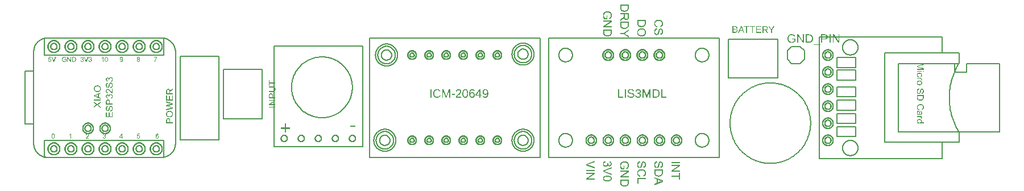
<source format=gbr>
G04 EAGLE Gerber RS-274X export*
G75*
%MOMM*%
%FSLAX34Y34*%
%LPD*%
%INSilkscreen Top*%
%IPPOS*%
%AMOC8*
5,1,8,0,0,1.08239X$1,22.5*%
G01*
G04 Define Apertures*
%ADD10C,0.152400*%
%ADD11C,0.127000*%
G36*
X887791Y203885D02*
X887089Y203906D01*
X886428Y203969D01*
X885809Y204074D01*
X885230Y204222D01*
X884696Y204403D01*
X884210Y204607D01*
X883772Y204835D01*
X883383Y205087D01*
X883037Y205357D01*
X882730Y205640D01*
X882461Y205935D01*
X882232Y206242D01*
X882035Y206572D01*
X881863Y206934D01*
X881717Y207329D01*
X881596Y207756D01*
X881502Y208216D01*
X881434Y208709D01*
X881394Y209235D01*
X881380Y209794D01*
X881380Y214371D01*
X894063Y214371D01*
X894063Y210001D01*
X894052Y209306D01*
X894018Y208697D01*
X893961Y208176D01*
X893882Y207743D01*
X893813Y207476D01*
X893731Y207218D01*
X893636Y206971D01*
X893529Y206733D01*
X893409Y206506D01*
X893277Y206288D01*
X892973Y205883D01*
X892754Y205640D01*
X892520Y205413D01*
X892271Y205202D01*
X892008Y205006D01*
X891729Y204826D01*
X891436Y204663D01*
X891129Y204514D01*
X890806Y204382D01*
X890470Y204266D01*
X890123Y204164D01*
X889764Y204079D01*
X889393Y204009D01*
X889010Y203955D01*
X888615Y203916D01*
X888209Y203892D01*
X887791Y203885D01*
G37*
%LPC*%
G36*
X887817Y205615D02*
X888300Y205625D01*
X888754Y205656D01*
X889180Y205707D01*
X889576Y205778D01*
X889944Y205870D01*
X890283Y205982D01*
X890594Y206115D01*
X890875Y206268D01*
X891131Y206436D01*
X891365Y206612D01*
X891577Y206798D01*
X891767Y206992D01*
X891935Y207195D01*
X892081Y207406D01*
X892205Y207627D01*
X892307Y207856D01*
X892368Y208037D01*
X892421Y208245D01*
X892502Y208736D01*
X892550Y209330D01*
X892567Y210027D01*
X892567Y212692D01*
X882877Y212692D01*
X882877Y209984D01*
X882891Y209391D01*
X882935Y208865D01*
X883008Y208407D01*
X883110Y208016D01*
X883239Y207677D01*
X883392Y207375D01*
X883568Y207108D01*
X883768Y206878D01*
X884092Y206596D01*
X884468Y206347D01*
X884894Y206131D01*
X885373Y205948D01*
X885904Y205802D01*
X886488Y205698D01*
X887126Y205636D01*
X887817Y205615D01*
G37*
%LPD*%
G36*
X887791Y229447D02*
X887089Y229468D01*
X886428Y229532D01*
X885809Y229637D01*
X885230Y229785D01*
X884696Y229965D01*
X884210Y230170D01*
X883772Y230398D01*
X883383Y230650D01*
X883037Y230920D01*
X882730Y231202D01*
X882461Y231497D01*
X882232Y231805D01*
X882035Y232135D01*
X881863Y232497D01*
X881717Y232892D01*
X881596Y233319D01*
X881502Y233779D01*
X881434Y234272D01*
X881394Y234797D01*
X881380Y235356D01*
X881380Y239933D01*
X894063Y239933D01*
X894063Y235564D01*
X894052Y234868D01*
X894018Y234260D01*
X893961Y233739D01*
X893882Y233306D01*
X893813Y233038D01*
X893731Y232781D01*
X893636Y232533D01*
X893529Y232296D01*
X893409Y232068D01*
X893277Y231851D01*
X892973Y231446D01*
X892754Y231203D01*
X892520Y230976D01*
X892271Y230764D01*
X892008Y230569D01*
X891729Y230389D01*
X891436Y230225D01*
X891129Y230077D01*
X890806Y229945D01*
X890470Y229828D01*
X890123Y229727D01*
X889764Y229641D01*
X889393Y229572D01*
X889010Y229517D01*
X888615Y229478D01*
X888209Y229455D01*
X887791Y229447D01*
G37*
%LPC*%
G36*
X887817Y231178D02*
X888300Y231188D01*
X888754Y231218D01*
X889180Y231269D01*
X889576Y231341D01*
X889944Y231433D01*
X890283Y231545D01*
X890594Y231678D01*
X890875Y231831D01*
X891131Y231998D01*
X891365Y232175D01*
X891577Y232360D01*
X891767Y232554D01*
X891935Y232757D01*
X892081Y232969D01*
X892205Y233189D01*
X892307Y233418D01*
X892368Y233600D01*
X892421Y233807D01*
X892502Y234299D01*
X892550Y234893D01*
X892567Y235590D01*
X892567Y238255D01*
X882877Y238255D01*
X882877Y235547D01*
X882891Y234953D01*
X882935Y234427D01*
X883008Y233969D01*
X883110Y233578D01*
X883239Y233240D01*
X883392Y232937D01*
X883568Y232671D01*
X883768Y232441D01*
X884092Y232159D01*
X884468Y231910D01*
X884894Y231694D01*
X885373Y231511D01*
X885904Y231365D01*
X886488Y231261D01*
X887126Y231198D01*
X887817Y231178D01*
G37*
%LPD*%
G36*
X881380Y215948D02*
X881380Y218059D01*
X884019Y219737D01*
X885027Y220408D01*
X885766Y220949D01*
X886047Y221180D01*
X886281Y221399D01*
X886470Y221606D01*
X886614Y221801D01*
X886726Y221990D01*
X886820Y222180D01*
X886895Y222373D01*
X886952Y222566D01*
X886997Y222943D01*
X887012Y223501D01*
X887012Y225447D01*
X881380Y225447D01*
X881380Y227126D01*
X894063Y227126D01*
X894063Y221502D01*
X894042Y220705D01*
X894015Y220345D01*
X893978Y220010D01*
X893930Y219700D01*
X893871Y219416D01*
X893802Y219157D01*
X893722Y218924D01*
X893628Y218709D01*
X893518Y218505D01*
X893392Y218312D01*
X893249Y218130D01*
X893090Y217959D01*
X892915Y217800D01*
X892723Y217651D01*
X892515Y217514D01*
X892296Y217390D01*
X892071Y217283D01*
X891840Y217192D01*
X891604Y217118D01*
X891362Y217060D01*
X891115Y217019D01*
X890862Y216994D01*
X890603Y216986D01*
X890272Y217000D01*
X889954Y217041D01*
X889650Y217109D01*
X889359Y217204D01*
X889081Y217327D01*
X888817Y217478D01*
X888565Y217655D01*
X888327Y217860D01*
X888106Y218093D01*
X887907Y218356D01*
X887728Y218649D01*
X887570Y218972D01*
X887434Y219324D01*
X887318Y219706D01*
X887224Y220118D01*
X887151Y220559D01*
X886991Y220246D01*
X886833Y219973D01*
X886675Y219740D01*
X886519Y219547D01*
X886161Y219184D01*
X885760Y218831D01*
X885317Y218488D01*
X884832Y218154D01*
X881380Y215948D01*
G37*
%LPC*%
G36*
X890603Y218716D02*
X890823Y218727D01*
X891033Y218757D01*
X891233Y218808D01*
X891422Y218880D01*
X891602Y218972D01*
X891772Y219084D01*
X891932Y219216D01*
X892082Y219370D01*
X892218Y219545D01*
X892336Y219743D01*
X892435Y219966D01*
X892517Y220212D01*
X892580Y220482D01*
X892626Y220775D01*
X892653Y221092D01*
X892662Y221433D01*
X892662Y225447D01*
X888466Y225447D01*
X888466Y221840D01*
X888481Y221296D01*
X888525Y220814D01*
X888600Y220396D01*
X888704Y220040D01*
X888840Y219735D01*
X889013Y219469D01*
X889221Y219242D01*
X889465Y219054D01*
X889732Y218906D01*
X890011Y218801D01*
X890301Y218737D01*
X890603Y218716D01*
G37*
%LPD*%
G36*
X894063Y191245D02*
X886753Y196306D01*
X881380Y196306D01*
X881380Y197985D01*
X886753Y197985D01*
X894063Y202873D01*
X894063Y200831D01*
X890239Y198331D01*
X889167Y197663D01*
X888094Y197042D01*
X889151Y196410D01*
X890335Y195658D01*
X894063Y193200D01*
X894063Y191245D01*
G37*
G36*
X862391Y192725D02*
X861689Y192746D01*
X861028Y192809D01*
X860409Y192914D01*
X859830Y193062D01*
X859296Y193243D01*
X858810Y193447D01*
X858372Y193675D01*
X857983Y193927D01*
X857637Y194197D01*
X857330Y194480D01*
X857061Y194775D01*
X856832Y195082D01*
X856635Y195412D01*
X856463Y195774D01*
X856317Y196169D01*
X856196Y196596D01*
X856102Y197056D01*
X856034Y197549D01*
X855994Y198075D01*
X855980Y198634D01*
X855980Y203211D01*
X868663Y203211D01*
X868663Y198841D01*
X868652Y198146D01*
X868618Y197537D01*
X868561Y197016D01*
X868482Y196583D01*
X868413Y196316D01*
X868331Y196058D01*
X868236Y195811D01*
X868129Y195573D01*
X868009Y195346D01*
X867877Y195128D01*
X867573Y194723D01*
X867354Y194480D01*
X867120Y194253D01*
X866871Y194042D01*
X866608Y193846D01*
X866329Y193666D01*
X866036Y193503D01*
X865729Y193354D01*
X865406Y193222D01*
X865070Y193106D01*
X864723Y193004D01*
X864364Y192919D01*
X863993Y192849D01*
X863610Y192795D01*
X863215Y192756D01*
X862809Y192732D01*
X862391Y192725D01*
G37*
%LPC*%
G36*
X862417Y194455D02*
X862900Y194465D01*
X863354Y194496D01*
X863780Y194547D01*
X864176Y194618D01*
X864544Y194710D01*
X864883Y194822D01*
X865194Y194955D01*
X865475Y195108D01*
X865731Y195276D01*
X865965Y195452D01*
X866177Y195638D01*
X866367Y195832D01*
X866535Y196035D01*
X866681Y196246D01*
X866805Y196467D01*
X866907Y196696D01*
X866968Y196877D01*
X867021Y197085D01*
X867102Y197576D01*
X867150Y198170D01*
X867167Y198867D01*
X867167Y201532D01*
X857477Y201532D01*
X857477Y198824D01*
X857491Y198231D01*
X857535Y197705D01*
X857608Y197247D01*
X857710Y196856D01*
X857839Y196517D01*
X857992Y196215D01*
X858168Y195948D01*
X858368Y195718D01*
X858692Y195436D01*
X859068Y195187D01*
X859494Y194971D01*
X859973Y194788D01*
X860504Y194642D01*
X861088Y194538D01*
X861726Y194476D01*
X862417Y194455D01*
G37*
%LPD*%
G36*
X868663Y206016D02*
X855980Y206016D01*
X855980Y207738D01*
X865947Y214400D01*
X855980Y214400D01*
X855980Y216009D01*
X868663Y216009D01*
X868663Y214287D01*
X858705Y207626D01*
X868663Y207626D01*
X868663Y206016D01*
G37*
G36*
X862451Y218465D02*
X857745Y218465D01*
X857282Y219089D01*
X856881Y219722D01*
X856540Y220365D01*
X856261Y221018D01*
X856145Y221347D01*
X856044Y221679D01*
X855958Y222014D01*
X855888Y222350D01*
X855834Y222688D01*
X855795Y223029D01*
X855772Y223372D01*
X855764Y223717D01*
X855776Y224179D01*
X855814Y224630D01*
X855876Y225070D01*
X855964Y225500D01*
X856076Y225919D01*
X856214Y226328D01*
X856376Y226726D01*
X856564Y227113D01*
X856775Y227483D01*
X857009Y227829D01*
X857265Y228153D01*
X857543Y228453D01*
X857843Y228729D01*
X858166Y228982D01*
X858511Y229212D01*
X858878Y229418D01*
X859262Y229601D01*
X859658Y229759D01*
X860064Y229893D01*
X860481Y230002D01*
X860909Y230087D01*
X861349Y230148D01*
X861800Y230185D01*
X862261Y230197D01*
X862720Y230185D01*
X863171Y230149D01*
X863615Y230088D01*
X864051Y230003D01*
X864479Y229895D01*
X864900Y229761D01*
X865312Y229604D01*
X865718Y229423D01*
X866106Y229218D01*
X866468Y228993D01*
X866805Y228746D01*
X867116Y228479D01*
X867401Y228189D01*
X867660Y227879D01*
X867894Y227548D01*
X868101Y227195D01*
X868284Y226825D01*
X868442Y226441D01*
X868576Y226043D01*
X868685Y225631D01*
X868770Y225206D01*
X868831Y224766D01*
X868868Y224313D01*
X868880Y223847D01*
X868873Y223507D01*
X868852Y223175D01*
X868817Y222852D01*
X868768Y222537D01*
X868706Y222230D01*
X868629Y221932D01*
X868539Y221641D01*
X868434Y221359D01*
X868317Y221089D01*
X868189Y220833D01*
X868051Y220593D01*
X867901Y220368D01*
X867740Y220157D01*
X867569Y219962D01*
X867386Y219781D01*
X867193Y219616D01*
X866986Y219463D01*
X866764Y219319D01*
X866276Y219060D01*
X865726Y218839D01*
X865116Y218656D01*
X864701Y220170D01*
X865159Y220321D01*
X865566Y220490D01*
X865921Y220676D01*
X866224Y220879D01*
X866487Y221114D01*
X866722Y221394D01*
X866930Y221719D01*
X867110Y222090D01*
X867256Y222495D01*
X867360Y222921D01*
X867423Y223369D01*
X867444Y223838D01*
X867422Y224394D01*
X867356Y224911D01*
X867246Y225389D01*
X867093Y225828D01*
X866904Y226227D01*
X866688Y226586D01*
X866443Y226904D01*
X866172Y227182D01*
X865879Y227425D01*
X865573Y227639D01*
X865252Y227825D01*
X864917Y227982D01*
X864620Y228096D01*
X864316Y228194D01*
X864007Y228277D01*
X863691Y228346D01*
X863369Y228399D01*
X863040Y228436D01*
X862706Y228459D01*
X862365Y228467D01*
X861950Y228458D01*
X861552Y228430D01*
X861171Y228385D01*
X860808Y228321D01*
X860462Y228239D01*
X860133Y228138D01*
X859821Y228020D01*
X859527Y227883D01*
X859251Y227728D01*
X858993Y227557D01*
X858753Y227370D01*
X858532Y227166D01*
X858329Y226945D01*
X858145Y226707D01*
X857979Y226453D01*
X857831Y226183D01*
X857702Y225901D01*
X857589Y225616D01*
X857494Y225326D01*
X857416Y225032D01*
X857356Y224733D01*
X857312Y224431D01*
X857286Y224123D01*
X857278Y223812D01*
X857284Y223540D01*
X857304Y223270D01*
X857383Y222735D01*
X857514Y222206D01*
X857697Y221684D01*
X857911Y221196D01*
X858131Y220771D01*
X858358Y220409D01*
X858593Y220109D01*
X860955Y220109D01*
X860955Y223838D01*
X862443Y223838D01*
X862451Y218465D01*
G37*
G36*
X913104Y192673D02*
X912628Y192685D01*
X912165Y192721D01*
X911715Y192782D01*
X911277Y192867D01*
X910852Y192977D01*
X910439Y193111D01*
X910039Y193269D01*
X909652Y193451D01*
X909283Y193656D01*
X908937Y193881D01*
X908614Y194126D01*
X908315Y194392D01*
X908038Y194678D01*
X907784Y194984D01*
X907554Y195311D01*
X907347Y195657D01*
X907163Y196018D01*
X907004Y196385D01*
X906870Y196760D01*
X906759Y197141D01*
X906674Y197530D01*
X906613Y197925D01*
X906576Y198328D01*
X906564Y198737D01*
X906577Y199179D01*
X906618Y199609D01*
X906685Y200027D01*
X906780Y200433D01*
X906902Y200827D01*
X907050Y201210D01*
X907226Y201580D01*
X907429Y201939D01*
X907655Y202280D01*
X907901Y202601D01*
X908167Y202900D01*
X908452Y203178D01*
X908757Y203434D01*
X909082Y203669D01*
X909426Y203883D01*
X909791Y204076D01*
X910168Y204246D01*
X910550Y204393D01*
X910938Y204518D01*
X911331Y204621D01*
X911729Y204700D01*
X912133Y204757D01*
X912543Y204791D01*
X912957Y204802D01*
X913347Y204796D01*
X913725Y204776D01*
X914093Y204743D01*
X914451Y204696D01*
X914797Y204637D01*
X915133Y204564D01*
X915458Y204478D01*
X915772Y204378D01*
X916076Y204266D01*
X916369Y204140D01*
X916651Y204001D01*
X916923Y203848D01*
X917184Y203683D01*
X917434Y203504D01*
X917673Y203312D01*
X917902Y203107D01*
X918321Y202667D01*
X918683Y202197D01*
X918991Y201696D01*
X919123Y201434D01*
X919242Y201164D01*
X919346Y200887D01*
X919437Y200602D01*
X919514Y200309D01*
X919577Y200008D01*
X919626Y199700D01*
X919660Y199384D01*
X919681Y199060D01*
X919688Y198729D01*
X919675Y198295D01*
X919636Y197872D01*
X919570Y197460D01*
X919479Y197059D01*
X919361Y196669D01*
X919216Y196289D01*
X919046Y195920D01*
X918849Y195562D01*
X918629Y195220D01*
X918388Y194899D01*
X918127Y194599D01*
X917844Y194320D01*
X917542Y194061D01*
X917218Y193824D01*
X916874Y193608D01*
X916509Y193412D01*
X916127Y193239D01*
X915733Y193089D01*
X915326Y192961D01*
X914907Y192857D01*
X914475Y192777D01*
X914031Y192719D01*
X913574Y192684D01*
X913104Y192673D01*
G37*
%LPC*%
G36*
X913113Y194403D02*
X913494Y194411D01*
X913863Y194436D01*
X914219Y194476D01*
X914563Y194534D01*
X914895Y194607D01*
X915215Y194697D01*
X915522Y194804D01*
X915817Y194926D01*
X916097Y195065D01*
X916362Y195218D01*
X916610Y195387D01*
X916842Y195571D01*
X917058Y195770D01*
X917257Y195984D01*
X917441Y196213D01*
X917608Y196458D01*
X917757Y196713D01*
X917886Y196977D01*
X917995Y197248D01*
X918085Y197527D01*
X918154Y197814D01*
X918204Y198108D01*
X918234Y198410D01*
X918244Y198720D01*
X918224Y199158D01*
X918167Y199580D01*
X918071Y199987D01*
X917937Y200378D01*
X917765Y200754D01*
X917555Y201114D01*
X917306Y201458D01*
X917019Y201787D01*
X916688Y202088D01*
X916305Y202349D01*
X915871Y202570D01*
X915385Y202751D01*
X914849Y202891D01*
X914261Y202992D01*
X913622Y203052D01*
X912931Y203072D01*
X912373Y203053D01*
X911846Y202995D01*
X911349Y202899D01*
X910882Y202764D01*
X910446Y202590D01*
X910040Y202378D01*
X909664Y202128D01*
X909319Y201839D01*
X909010Y201521D01*
X908742Y201183D01*
X908515Y200826D01*
X908330Y200449D01*
X908185Y200053D01*
X908082Y199637D01*
X908021Y199201D01*
X908000Y198746D01*
X908021Y198283D01*
X908083Y197841D01*
X908187Y197419D01*
X908333Y197019D01*
X908520Y196640D01*
X908749Y196281D01*
X909020Y195944D01*
X909332Y195627D01*
X909683Y195340D01*
X910068Y195092D01*
X910488Y194881D01*
X910944Y194709D01*
X911434Y194575D01*
X911959Y194479D01*
X912518Y194422D01*
X913113Y194403D01*
G37*
%LPD*%
G36*
X913191Y206587D02*
X912489Y206608D01*
X911828Y206672D01*
X911209Y206777D01*
X910630Y206925D01*
X910096Y207105D01*
X909610Y207310D01*
X909172Y207538D01*
X908783Y207790D01*
X908437Y208060D01*
X908130Y208342D01*
X907861Y208637D01*
X907632Y208945D01*
X907435Y209275D01*
X907263Y209637D01*
X907117Y210032D01*
X906996Y210459D01*
X906902Y210919D01*
X906834Y211412D01*
X906794Y211937D01*
X906780Y212496D01*
X906780Y217073D01*
X919463Y217073D01*
X919463Y212704D01*
X919452Y212008D01*
X919418Y211400D01*
X919361Y210879D01*
X919282Y210446D01*
X919213Y210178D01*
X919131Y209921D01*
X919036Y209673D01*
X918929Y209436D01*
X918809Y209208D01*
X918677Y208991D01*
X918373Y208586D01*
X918154Y208343D01*
X917920Y208116D01*
X917671Y207904D01*
X917408Y207709D01*
X917129Y207529D01*
X916836Y207365D01*
X916529Y207217D01*
X916206Y207085D01*
X915870Y206968D01*
X915523Y206867D01*
X915164Y206781D01*
X914793Y206712D01*
X914410Y206657D01*
X914015Y206618D01*
X913609Y206595D01*
X913191Y206587D01*
G37*
%LPC*%
G36*
X913217Y208318D02*
X913700Y208328D01*
X914154Y208358D01*
X914580Y208409D01*
X914976Y208481D01*
X915344Y208573D01*
X915683Y208685D01*
X915994Y208818D01*
X916275Y208971D01*
X916531Y209138D01*
X916765Y209315D01*
X916977Y209500D01*
X917167Y209694D01*
X917335Y209897D01*
X917481Y210109D01*
X917605Y210329D01*
X917707Y210558D01*
X917768Y210740D01*
X917821Y210947D01*
X917902Y211439D01*
X917950Y212033D01*
X917967Y212730D01*
X917967Y215395D01*
X908277Y215395D01*
X908277Y212687D01*
X908291Y212093D01*
X908335Y211567D01*
X908408Y211109D01*
X908510Y210718D01*
X908639Y210380D01*
X908792Y210077D01*
X908968Y209811D01*
X909168Y209581D01*
X909492Y209299D01*
X909868Y209050D01*
X910294Y208834D01*
X910773Y208651D01*
X911304Y208505D01*
X911888Y208401D01*
X912526Y208338D01*
X913217Y208318D01*
G37*
%LPD*%
G36*
X935762Y194766D02*
X935511Y194775D01*
X935263Y194802D01*
X935019Y194848D01*
X934779Y194911D01*
X934542Y194993D01*
X934309Y195092D01*
X934080Y195210D01*
X933854Y195346D01*
X933636Y195499D01*
X933431Y195667D01*
X933238Y195852D01*
X933058Y196052D01*
X932890Y196268D01*
X932735Y196500D01*
X932592Y196748D01*
X932461Y197011D01*
X932345Y197287D01*
X932244Y197571D01*
X932158Y197864D01*
X932088Y198165D01*
X932034Y198475D01*
X931995Y198793D01*
X931972Y199120D01*
X931964Y199455D01*
X931972Y199877D01*
X931995Y200281D01*
X932034Y200668D01*
X932089Y201038D01*
X932160Y201390D01*
X932246Y201724D01*
X932348Y202041D01*
X932466Y202341D01*
X932599Y202624D01*
X932748Y202891D01*
X932913Y203143D01*
X933094Y203379D01*
X933290Y203599D01*
X933503Y203804D01*
X933731Y203993D01*
X933975Y204166D01*
X934231Y204322D01*
X934496Y204458D01*
X934768Y204575D01*
X935049Y204671D01*
X935338Y204749D01*
X935636Y204806D01*
X935941Y204844D01*
X936255Y204863D01*
X936393Y203280D01*
X935939Y203205D01*
X935527Y203092D01*
X935158Y202943D01*
X934832Y202756D01*
X934541Y202522D01*
X934280Y202232D01*
X934048Y201884D01*
X933845Y201480D01*
X933681Y201034D01*
X933563Y200561D01*
X933493Y200061D01*
X933469Y199533D01*
X933487Y199067D01*
X933540Y198629D01*
X933630Y198219D01*
X933755Y197838D01*
X933911Y197493D01*
X934093Y197196D01*
X934302Y196946D01*
X934538Y196743D01*
X934792Y196586D01*
X935058Y196474D01*
X935335Y196407D01*
X935623Y196384D01*
X935912Y196406D01*
X936183Y196471D01*
X936434Y196579D01*
X936666Y196730D01*
X936880Y196931D01*
X937076Y197189D01*
X937254Y197502D01*
X937414Y197872D01*
X937528Y198205D01*
X937668Y198692D01*
X938033Y200130D01*
X938240Y200939D01*
X938441Y201616D01*
X938636Y202163D01*
X938825Y202579D01*
X939077Y203004D01*
X939358Y203371D01*
X939667Y203681D01*
X940005Y203933D01*
X940369Y204128D01*
X940753Y204267D01*
X940953Y204316D01*
X941158Y204350D01*
X941369Y204371D01*
X941584Y204378D01*
X941823Y204370D01*
X942057Y204344D01*
X942287Y204302D01*
X942513Y204242D01*
X942736Y204165D01*
X942954Y204072D01*
X943169Y203961D01*
X943380Y203833D01*
X943582Y203689D01*
X943772Y203529D01*
X943949Y203354D01*
X944114Y203163D01*
X944266Y202956D01*
X944406Y202733D01*
X944533Y202495D01*
X944647Y202241D01*
X944749Y201976D01*
X944836Y201703D01*
X944911Y201423D01*
X944972Y201136D01*
X945019Y200842D01*
X945053Y200540D01*
X945073Y200230D01*
X945080Y199914D01*
X945073Y199567D01*
X945051Y199230D01*
X945016Y198903D01*
X944966Y198587D01*
X944902Y198281D01*
X944824Y197986D01*
X944732Y197701D01*
X944626Y197427D01*
X944505Y197165D01*
X944372Y196919D01*
X944225Y196689D01*
X944064Y196474D01*
X943890Y196275D01*
X943703Y196091D01*
X943503Y195923D01*
X943289Y195770D01*
X943065Y195633D01*
X942833Y195514D01*
X942594Y195411D01*
X942348Y195324D01*
X942094Y195255D01*
X941834Y195202D01*
X941566Y195166D01*
X941290Y195147D01*
X941169Y196756D01*
X941461Y196798D01*
X941734Y196860D01*
X941988Y196940D01*
X942225Y197041D01*
X942443Y197160D01*
X942642Y197299D01*
X942823Y197457D01*
X942986Y197634D01*
X943130Y197833D01*
X943255Y198053D01*
X943360Y198296D01*
X943447Y198561D01*
X943514Y198849D01*
X943562Y199158D01*
X943591Y199490D01*
X943600Y199845D01*
X943592Y200213D01*
X943565Y200555D01*
X943522Y200871D01*
X943461Y201161D01*
X943382Y201425D01*
X943286Y201664D01*
X943173Y201877D01*
X943042Y202064D01*
X942899Y202227D01*
X942749Y202369D01*
X942591Y202488D01*
X942427Y202586D01*
X942255Y202663D01*
X942076Y202717D01*
X941890Y202750D01*
X941697Y202760D01*
X941530Y202753D01*
X941370Y202730D01*
X941218Y202691D01*
X941074Y202637D01*
X940937Y202568D01*
X940808Y202483D01*
X940572Y202267D01*
X940462Y202122D01*
X940350Y201927D01*
X940238Y201684D01*
X940126Y201392D01*
X939898Y200662D01*
X939668Y199737D01*
X939444Y198794D01*
X939234Y198012D01*
X939039Y197390D01*
X938859Y196929D01*
X938727Y196661D01*
X938587Y196412D01*
X938438Y196180D01*
X938281Y195967D01*
X938115Y195771D01*
X937940Y195594D01*
X937757Y195435D01*
X937566Y195294D01*
X937366Y195170D01*
X937159Y195063D01*
X936945Y194972D01*
X936723Y194898D01*
X936494Y194840D01*
X936257Y194799D01*
X936013Y194774D01*
X935762Y194766D01*
G37*
G36*
X936203Y206345D02*
X935701Y206490D01*
X935231Y206662D01*
X934790Y206859D01*
X934381Y207084D01*
X934002Y207334D01*
X933654Y207611D01*
X933336Y207914D01*
X933049Y208244D01*
X932795Y208596D01*
X932574Y208968D01*
X932388Y209358D01*
X932235Y209768D01*
X932116Y210196D01*
X932032Y210644D01*
X931981Y211111D01*
X931964Y211597D01*
X931977Y212097D01*
X932016Y212574D01*
X932081Y213027D01*
X932172Y213456D01*
X932290Y213860D01*
X932433Y214242D01*
X932603Y214599D01*
X932799Y214932D01*
X933019Y215243D01*
X933263Y215536D01*
X933530Y215809D01*
X933821Y216063D01*
X934135Y216298D01*
X934472Y216513D01*
X934833Y216710D01*
X935217Y216887D01*
X935616Y217044D01*
X936023Y217180D01*
X936437Y217296D01*
X936858Y217390D01*
X937287Y217463D01*
X937723Y217516D01*
X938166Y217547D01*
X938617Y217558D01*
X939104Y217546D01*
X939576Y217510D01*
X940032Y217451D01*
X940472Y217368D01*
X940896Y217262D01*
X941304Y217132D01*
X941697Y216978D01*
X942073Y216801D01*
X942431Y216601D01*
X942766Y216382D01*
X943080Y216143D01*
X943371Y215883D01*
X943640Y215604D01*
X943887Y215305D01*
X944112Y214986D01*
X944314Y214646D01*
X944494Y214293D01*
X944649Y213930D01*
X944781Y213559D01*
X944888Y213179D01*
X944972Y212790D01*
X945032Y212392D01*
X945068Y211986D01*
X945080Y211571D01*
X945065Y211104D01*
X945019Y210657D01*
X944943Y210228D01*
X944837Y209819D01*
X944701Y209428D01*
X944535Y209056D01*
X944338Y208703D01*
X944111Y208369D01*
X943856Y208057D01*
X943577Y207770D01*
X943273Y207507D01*
X942945Y207268D01*
X942592Y207055D01*
X942214Y206866D01*
X941812Y206701D01*
X941385Y206561D01*
X940996Y208214D01*
X941330Y208330D01*
X941641Y208459D01*
X941928Y208601D01*
X942192Y208754D01*
X942432Y208921D01*
X942649Y209099D01*
X942842Y209291D01*
X943012Y209494D01*
X943160Y209711D01*
X943288Y209941D01*
X943397Y210184D01*
X943486Y210442D01*
X943555Y210712D01*
X943604Y210996D01*
X943634Y211294D01*
X943644Y211605D01*
X943633Y211963D01*
X943600Y212306D01*
X943545Y212634D01*
X943468Y212947D01*
X943370Y213245D01*
X943249Y213528D01*
X943107Y213796D01*
X942943Y214049D01*
X942760Y214286D01*
X942562Y214504D01*
X942350Y214704D01*
X942122Y214885D01*
X941879Y215049D01*
X941621Y215194D01*
X941349Y215321D01*
X941061Y215429D01*
X940466Y215603D01*
X939862Y215728D01*
X939248Y215802D01*
X938938Y215821D01*
X938626Y215827D01*
X938227Y215820D01*
X937842Y215798D01*
X937470Y215761D01*
X937110Y215709D01*
X936764Y215643D01*
X936430Y215562D01*
X936109Y215466D01*
X935801Y215356D01*
X935509Y215230D01*
X935235Y215087D01*
X934981Y214928D01*
X934746Y214753D01*
X934530Y214562D01*
X934333Y214354D01*
X934156Y214130D01*
X933997Y213889D01*
X933857Y213638D01*
X933736Y213381D01*
X933633Y213120D01*
X933549Y212853D01*
X933484Y212581D01*
X933437Y212304D01*
X933409Y212022D01*
X933400Y211735D01*
X933413Y211389D01*
X933451Y211057D01*
X933514Y210738D01*
X933603Y210433D01*
X933718Y210141D01*
X933857Y209863D01*
X934023Y209598D01*
X934213Y209347D01*
X934429Y209113D01*
X934669Y208898D01*
X934934Y208703D01*
X935223Y208527D01*
X935537Y208372D01*
X935876Y208236D01*
X936239Y208120D01*
X936627Y208023D01*
X936203Y206345D01*
G37*
G36*
X843263Y-20441D02*
X830580Y-20441D01*
X830580Y-18719D01*
X840547Y-12058D01*
X830580Y-12058D01*
X830580Y-10448D01*
X843263Y-10448D01*
X843263Y-12170D01*
X833305Y-18832D01*
X843263Y-18832D01*
X843263Y-20441D01*
G37*
G36*
X843263Y-4060D02*
X830580Y906D01*
X830580Y2628D01*
X843263Y7542D01*
X843263Y5725D01*
X834049Y2429D01*
X832977Y2063D01*
X831973Y1763D01*
X833011Y1445D01*
X834049Y1079D01*
X843263Y-2347D01*
X843263Y-4060D01*
G37*
G36*
X843263Y-7523D02*
X830580Y-7523D01*
X830580Y-5845D01*
X843263Y-5845D01*
X843263Y-7523D01*
G37*
G36*
X862235Y-23043D02*
X861691Y-23036D01*
X861173Y-23014D01*
X860682Y-22978D01*
X860218Y-22928D01*
X859781Y-22864D01*
X859371Y-22785D01*
X858988Y-22692D01*
X858632Y-22584D01*
X858299Y-22462D01*
X857985Y-22327D01*
X857691Y-22176D01*
X857416Y-22012D01*
X857161Y-21834D01*
X856925Y-21641D01*
X856709Y-21434D01*
X856512Y-21213D01*
X856337Y-20977D01*
X856185Y-20726D01*
X856056Y-20461D01*
X855951Y-20180D01*
X855869Y-19884D01*
X855811Y-19574D01*
X855775Y-19248D01*
X855764Y-18907D01*
X855784Y-18461D01*
X855846Y-18039D01*
X855949Y-17642D01*
X856092Y-17270D01*
X856277Y-16922D01*
X856503Y-16599D01*
X856771Y-16300D01*
X857079Y-16026D01*
X857284Y-15874D01*
X857506Y-15732D01*
X857742Y-15600D01*
X857995Y-15477D01*
X858546Y-15262D01*
X859160Y-15085D01*
X859835Y-14948D01*
X860573Y-14850D01*
X861373Y-14791D01*
X862235Y-14772D01*
X862784Y-14779D01*
X863305Y-14801D01*
X863799Y-14837D01*
X864265Y-14887D01*
X864704Y-14952D01*
X865115Y-15032D01*
X865499Y-15126D01*
X865856Y-15235D01*
X866189Y-15357D01*
X866502Y-15494D01*
X866796Y-15645D01*
X867070Y-15810D01*
X867325Y-15989D01*
X867560Y-16182D01*
X867775Y-16389D01*
X867971Y-16610D01*
X868146Y-16846D01*
X868297Y-17096D01*
X868425Y-17361D01*
X868529Y-17641D01*
X868611Y-17935D01*
X868669Y-18245D01*
X868704Y-18568D01*
X868715Y-18907D01*
X868709Y-19158D01*
X868690Y-19402D01*
X868658Y-19638D01*
X868613Y-19865D01*
X868484Y-20297D01*
X868304Y-20698D01*
X868076Y-21066D01*
X867803Y-21401D01*
X867484Y-21702D01*
X867119Y-21970D01*
X866711Y-22207D01*
X866260Y-22418D01*
X865768Y-22601D01*
X865233Y-22757D01*
X864629Y-22882D01*
X863928Y-22971D01*
X863130Y-23025D01*
X862235Y-23043D01*
G37*
%LPC*%
G36*
X862235Y-21442D02*
X862985Y-21431D01*
X863670Y-21396D01*
X864289Y-21339D01*
X864842Y-21259D01*
X865329Y-21157D01*
X865751Y-21031D01*
X866106Y-20882D01*
X866397Y-20711D01*
X866638Y-20523D01*
X866847Y-20323D01*
X867024Y-20112D01*
X867169Y-19890D01*
X867281Y-19657D01*
X867362Y-19412D01*
X867410Y-19157D01*
X867426Y-18890D01*
X867412Y-18628D01*
X867369Y-18381D01*
X867298Y-18146D01*
X867199Y-17925D01*
X867071Y-17718D01*
X866915Y-17524D01*
X866731Y-17344D01*
X866518Y-17177D01*
X866197Y-16988D01*
X865815Y-16825D01*
X865372Y-16687D01*
X864867Y-16573D01*
X864301Y-16485D01*
X863674Y-16423D01*
X862985Y-16385D01*
X862235Y-16372D01*
X861487Y-16384D01*
X860804Y-16418D01*
X860187Y-16475D01*
X859634Y-16555D01*
X859147Y-16658D01*
X858726Y-16783D01*
X858369Y-16932D01*
X858078Y-17103D01*
X857836Y-17291D01*
X857626Y-17490D01*
X857448Y-17700D01*
X857303Y-17920D01*
X857190Y-18151D01*
X857109Y-18392D01*
X857060Y-18644D01*
X857044Y-18907D01*
X857060Y-19170D01*
X857109Y-19422D01*
X857190Y-19664D01*
X857304Y-19895D01*
X857450Y-20115D01*
X857628Y-20324D01*
X857839Y-20523D01*
X858082Y-20711D01*
X858374Y-20882D01*
X858731Y-21031D01*
X859153Y-21157D01*
X859640Y-21259D01*
X860191Y-21339D01*
X860808Y-21396D01*
X861489Y-21431D01*
X862235Y-21442D01*
G37*
%LPD*%
G36*
X859726Y-1430D02*
X859319Y-1411D01*
X858927Y-1354D01*
X858552Y-1259D01*
X858192Y-1127D01*
X857847Y-957D01*
X857519Y-748D01*
X857207Y-502D01*
X856910Y-218D01*
X856639Y94D01*
X856405Y427D01*
X856206Y780D01*
X856044Y1153D01*
X855918Y1546D01*
X855827Y1959D01*
X855773Y2391D01*
X855755Y2844D01*
X855771Y3253D01*
X855817Y3644D01*
X855895Y4017D01*
X856004Y4372D01*
X856144Y4710D01*
X856315Y5030D01*
X856517Y5333D01*
X856750Y5617D01*
X857008Y5878D01*
X857284Y6109D01*
X857579Y6311D01*
X857892Y6483D01*
X858224Y6626D01*
X858573Y6739D01*
X858942Y6822D01*
X859328Y6876D01*
X859536Y5319D01*
X859216Y5246D01*
X858920Y5161D01*
X858647Y5065D01*
X858397Y4956D01*
X858170Y4836D01*
X857966Y4705D01*
X857786Y4561D01*
X857628Y4406D01*
X857491Y4240D01*
X857373Y4066D01*
X857272Y3883D01*
X857190Y3691D01*
X857126Y3490D01*
X857081Y3281D01*
X857053Y3063D01*
X857044Y2836D01*
X857056Y2566D01*
X857092Y2308D01*
X857151Y2060D01*
X857235Y1822D01*
X857342Y1596D01*
X857472Y1380D01*
X857627Y1174D01*
X857806Y980D01*
X858002Y802D01*
X858209Y649D01*
X858428Y519D01*
X858658Y412D01*
X858899Y329D01*
X859152Y270D01*
X859416Y235D01*
X859692Y223D01*
X859954Y234D01*
X860204Y267D01*
X860443Y321D01*
X860670Y398D01*
X860886Y497D01*
X861089Y617D01*
X861281Y759D01*
X861461Y924D01*
X861624Y1105D01*
X861766Y1298D01*
X861885Y1503D01*
X861983Y1720D01*
X862059Y1948D01*
X862114Y2189D01*
X862146Y2441D01*
X862157Y2706D01*
X862147Y2940D01*
X862114Y3201D01*
X862060Y3489D01*
X861984Y3805D01*
X863351Y3632D01*
X863334Y3381D01*
X863342Y3135D01*
X863366Y2896D01*
X863407Y2662D01*
X863464Y2435D01*
X863537Y2215D01*
X863626Y2000D01*
X863731Y1792D01*
X863853Y1590D01*
X863992Y1403D01*
X864148Y1242D01*
X864321Y1105D01*
X864513Y993D01*
X864722Y906D01*
X864948Y844D01*
X865192Y806D01*
X865454Y794D01*
X865663Y803D01*
X865864Y830D01*
X866055Y875D01*
X866237Y939D01*
X866409Y1020D01*
X866573Y1120D01*
X866727Y1238D01*
X866873Y1373D01*
X867004Y1524D01*
X867119Y1684D01*
X867215Y1856D01*
X867294Y2038D01*
X867356Y2230D01*
X867400Y2433D01*
X867426Y2646D01*
X867435Y2870D01*
X867426Y3093D01*
X867399Y3306D01*
X867355Y3509D01*
X867292Y3703D01*
X867212Y3887D01*
X867114Y4063D01*
X866998Y4228D01*
X866864Y4384D01*
X866712Y4529D01*
X866543Y4660D01*
X866355Y4778D01*
X866150Y4882D01*
X865927Y4972D01*
X865686Y5049D01*
X865427Y5113D01*
X865151Y5163D01*
X865428Y6720D01*
X865808Y6638D01*
X866167Y6532D01*
X866503Y6404D01*
X866817Y6253D01*
X867110Y6079D01*
X867380Y5883D01*
X867628Y5664D01*
X867855Y5422D01*
X868056Y5162D01*
X868231Y4886D01*
X868379Y4594D01*
X868500Y4287D01*
X868594Y3965D01*
X868662Y3627D01*
X868702Y3273D01*
X868715Y2905D01*
X868708Y2648D01*
X868688Y2396D01*
X868653Y2149D01*
X868604Y1908D01*
X868541Y1671D01*
X868465Y1440D01*
X868270Y993D01*
X868027Y582D01*
X867743Y222D01*
X867419Y-87D01*
X867242Y-222D01*
X867054Y-344D01*
X866663Y-546D01*
X866260Y-691D01*
X866055Y-742D01*
X865846Y-778D01*
X865634Y-800D01*
X865419Y-807D01*
X865216Y-800D01*
X865017Y-779D01*
X864823Y-745D01*
X864634Y-696D01*
X864269Y-559D01*
X863922Y-366D01*
X863602Y-118D01*
X863317Y182D01*
X863066Y535D01*
X862849Y941D01*
X862776Y668D01*
X862685Y410D01*
X862576Y168D01*
X862450Y-58D01*
X862307Y-269D01*
X862146Y-464D01*
X861968Y-643D01*
X861772Y-807D01*
X861562Y-953D01*
X861338Y-1079D01*
X861101Y-1186D01*
X860852Y-1274D01*
X860590Y-1342D01*
X860315Y-1391D01*
X860027Y-1420D01*
X859726Y-1430D01*
G37*
G36*
X868663Y-13904D02*
X855980Y-8937D01*
X855980Y-7216D01*
X868663Y-2302D01*
X868663Y-4118D01*
X859449Y-7415D01*
X858377Y-7780D01*
X857373Y-8081D01*
X858411Y-8399D01*
X859449Y-8764D01*
X868663Y-12191D01*
X868663Y-13904D01*
G37*
G36*
X887791Y-30795D02*
X887089Y-30774D01*
X886428Y-30711D01*
X885809Y-30606D01*
X885230Y-30458D01*
X884696Y-30277D01*
X884210Y-30073D01*
X883772Y-29845D01*
X883383Y-29593D01*
X883037Y-29323D01*
X882730Y-29040D01*
X882461Y-28745D01*
X882232Y-28438D01*
X882035Y-28108D01*
X881863Y-27746D01*
X881717Y-27351D01*
X881596Y-26924D01*
X881502Y-26464D01*
X881434Y-25971D01*
X881394Y-25445D01*
X881380Y-24886D01*
X881380Y-20309D01*
X894063Y-20309D01*
X894063Y-24679D01*
X894052Y-25375D01*
X894018Y-25983D01*
X893961Y-26504D01*
X893882Y-26937D01*
X893813Y-27204D01*
X893731Y-27462D01*
X893636Y-27709D01*
X893529Y-27947D01*
X893409Y-28174D01*
X893277Y-28392D01*
X892973Y-28797D01*
X892754Y-29040D01*
X892520Y-29267D01*
X892271Y-29478D01*
X892008Y-29674D01*
X891729Y-29854D01*
X891436Y-30018D01*
X891129Y-30166D01*
X890806Y-30298D01*
X890470Y-30414D01*
X890123Y-30516D01*
X889764Y-30601D01*
X889393Y-30671D01*
X889010Y-30725D01*
X888615Y-30764D01*
X888209Y-30788D01*
X887791Y-30795D01*
G37*
%LPC*%
G36*
X887817Y-29065D02*
X888300Y-29055D01*
X888754Y-29024D01*
X889180Y-28973D01*
X889576Y-28902D01*
X889944Y-28810D01*
X890283Y-28698D01*
X890594Y-28565D01*
X890875Y-28412D01*
X891131Y-28244D01*
X891365Y-28068D01*
X891577Y-27882D01*
X891767Y-27688D01*
X891935Y-27485D01*
X892081Y-27274D01*
X892205Y-27053D01*
X892307Y-26824D01*
X892368Y-26643D01*
X892421Y-26435D01*
X892502Y-25944D01*
X892550Y-25350D01*
X892567Y-24653D01*
X892567Y-21988D01*
X882877Y-21988D01*
X882877Y-24696D01*
X882891Y-25289D01*
X882935Y-25815D01*
X883008Y-26273D01*
X883110Y-26664D01*
X883239Y-27003D01*
X883392Y-27305D01*
X883568Y-27572D01*
X883768Y-27802D01*
X884092Y-28084D01*
X884468Y-28333D01*
X884894Y-28549D01*
X885373Y-28732D01*
X885904Y-28878D01*
X886488Y-28982D01*
X887126Y-29044D01*
X887817Y-29065D01*
G37*
%LPD*%
G36*
X894063Y-17504D02*
X881380Y-17504D01*
X881380Y-15782D01*
X891347Y-9120D01*
X881380Y-9120D01*
X881380Y-7511D01*
X894063Y-7511D01*
X894063Y-9233D01*
X884105Y-15894D01*
X894063Y-15894D01*
X894063Y-17504D01*
G37*
G36*
X887851Y-5055D02*
X883145Y-5055D01*
X882682Y-4431D01*
X882281Y-3798D01*
X881940Y-3155D01*
X881661Y-2503D01*
X881545Y-2173D01*
X881444Y-1841D01*
X881358Y-1506D01*
X881288Y-1170D01*
X881234Y-832D01*
X881195Y-491D01*
X881172Y-148D01*
X881164Y197D01*
X881176Y659D01*
X881214Y1110D01*
X881276Y1550D01*
X881364Y1980D01*
X881476Y2399D01*
X881614Y2808D01*
X881776Y3206D01*
X881964Y3593D01*
X882175Y3963D01*
X882409Y4309D01*
X882665Y4633D01*
X882943Y4933D01*
X883243Y5209D01*
X883566Y5462D01*
X883911Y5692D01*
X884278Y5898D01*
X884662Y6081D01*
X885058Y6239D01*
X885464Y6373D01*
X885881Y6482D01*
X886309Y6567D01*
X886749Y6628D01*
X887200Y6665D01*
X887661Y6677D01*
X888120Y6665D01*
X888571Y6629D01*
X889015Y6568D01*
X889451Y6483D01*
X889879Y6375D01*
X890300Y6241D01*
X890712Y6084D01*
X891118Y5903D01*
X891506Y5698D01*
X891868Y5473D01*
X892205Y5226D01*
X892516Y4959D01*
X892801Y4669D01*
X893060Y4359D01*
X893294Y4028D01*
X893501Y3675D01*
X893684Y3305D01*
X893842Y2921D01*
X893976Y2523D01*
X894085Y2111D01*
X894170Y1686D01*
X894231Y1246D01*
X894268Y793D01*
X894280Y327D01*
X894273Y-13D01*
X894252Y-345D01*
X894217Y-668D01*
X894168Y-983D01*
X894106Y-1290D01*
X894029Y-1588D01*
X893939Y-1879D01*
X893834Y-2161D01*
X893717Y-2431D01*
X893589Y-2687D01*
X893451Y-2927D01*
X893301Y-3152D01*
X893140Y-3363D01*
X892969Y-3558D01*
X892786Y-3739D01*
X892593Y-3904D01*
X892386Y-4057D01*
X892164Y-4201D01*
X891676Y-4460D01*
X891126Y-4681D01*
X890516Y-4864D01*
X890101Y-3350D01*
X890559Y-3199D01*
X890966Y-3030D01*
X891321Y-2844D01*
X891624Y-2641D01*
X891887Y-2406D01*
X892122Y-2126D01*
X892330Y-1801D01*
X892510Y-1430D01*
X892656Y-1025D01*
X892760Y-599D01*
X892823Y-151D01*
X892844Y318D01*
X892822Y874D01*
X892756Y1391D01*
X892646Y1869D01*
X892493Y2308D01*
X892304Y2707D01*
X892088Y3066D01*
X891843Y3384D01*
X891572Y3662D01*
X891279Y3905D01*
X890973Y4119D01*
X890652Y4305D01*
X890317Y4462D01*
X890020Y4576D01*
X889716Y4674D01*
X889407Y4757D01*
X889091Y4826D01*
X888769Y4879D01*
X888440Y4916D01*
X888106Y4939D01*
X887765Y4947D01*
X887350Y4938D01*
X886952Y4910D01*
X886571Y4865D01*
X886208Y4801D01*
X885862Y4719D01*
X885533Y4618D01*
X885221Y4500D01*
X884927Y4363D01*
X884651Y4208D01*
X884393Y4037D01*
X884153Y3850D01*
X883932Y3646D01*
X883729Y3425D01*
X883545Y3187D01*
X883379Y2933D01*
X883231Y2663D01*
X883102Y2381D01*
X882989Y2096D01*
X882894Y1806D01*
X882816Y1512D01*
X882756Y1213D01*
X882712Y911D01*
X882686Y603D01*
X882678Y292D01*
X882684Y20D01*
X882704Y-250D01*
X882783Y-785D01*
X882914Y-1314D01*
X883097Y-1836D01*
X883311Y-2324D01*
X883531Y-2749D01*
X883758Y-3111D01*
X883993Y-3411D01*
X886355Y-3411D01*
X886355Y318D01*
X887843Y318D01*
X887851Y-5055D01*
G37*
G36*
X910362Y-3273D02*
X910111Y-3263D01*
X909863Y-3236D01*
X909619Y-3191D01*
X909379Y-3128D01*
X909142Y-3046D01*
X908909Y-2946D01*
X908680Y-2829D01*
X908454Y-2693D01*
X908236Y-2540D01*
X908031Y-2371D01*
X907838Y-2187D01*
X907658Y-1987D01*
X907490Y-1771D01*
X907335Y-1539D01*
X907192Y-1291D01*
X907061Y-1027D01*
X906945Y-752D01*
X906844Y-467D01*
X906758Y-175D01*
X906688Y127D01*
X906634Y436D01*
X906595Y755D01*
X906572Y1081D01*
X906564Y1417D01*
X906572Y1838D01*
X906595Y2243D01*
X906634Y2630D01*
X906689Y2999D01*
X906760Y3351D01*
X906846Y3685D01*
X906948Y4002D01*
X907066Y4302D01*
X907199Y4585D01*
X907348Y4853D01*
X907513Y5104D01*
X907694Y5340D01*
X907890Y5561D01*
X908103Y5765D01*
X908331Y5954D01*
X908575Y6128D01*
X908831Y6283D01*
X909096Y6419D01*
X909368Y6536D01*
X909649Y6633D01*
X909938Y6710D01*
X910236Y6768D01*
X910541Y6806D01*
X910855Y6824D01*
X910993Y5241D01*
X910539Y5166D01*
X910127Y5054D01*
X909758Y4904D01*
X909432Y4717D01*
X909141Y4484D01*
X908880Y4193D01*
X908648Y3845D01*
X908445Y3441D01*
X908281Y2995D01*
X908163Y2522D01*
X908093Y2022D01*
X908069Y1495D01*
X908087Y1028D01*
X908140Y590D01*
X908230Y181D01*
X908355Y-201D01*
X908511Y-545D01*
X908693Y-842D01*
X908902Y-1093D01*
X909138Y-1296D01*
X909392Y-1453D01*
X909658Y-1565D01*
X909935Y-1632D01*
X910223Y-1655D01*
X910512Y-1633D01*
X910783Y-1568D01*
X911034Y-1460D01*
X911266Y-1309D01*
X911480Y-1107D01*
X911676Y-850D01*
X911854Y-536D01*
X912014Y-167D01*
X912128Y166D01*
X912268Y653D01*
X912633Y2092D01*
X912840Y2900D01*
X913041Y3578D01*
X913236Y4124D01*
X913425Y4540D01*
X913677Y4965D01*
X913958Y5333D01*
X914267Y5642D01*
X914605Y5894D01*
X914969Y6089D01*
X915353Y6228D01*
X915553Y6277D01*
X915758Y6312D01*
X915969Y6333D01*
X916184Y6340D01*
X916423Y6331D01*
X916657Y6306D01*
X916887Y6263D01*
X917113Y6203D01*
X917336Y6127D01*
X917554Y6033D01*
X917769Y5922D01*
X917980Y5795D01*
X918182Y5650D01*
X918372Y5491D01*
X918549Y5315D01*
X918714Y5124D01*
X918866Y4917D01*
X919006Y4695D01*
X919133Y4456D01*
X919247Y4203D01*
X919349Y3937D01*
X919436Y3665D01*
X919511Y3385D01*
X919572Y3097D01*
X919619Y2803D01*
X919653Y2501D01*
X919673Y2192D01*
X919680Y1875D01*
X919673Y1528D01*
X919651Y1191D01*
X919616Y864D01*
X919566Y548D01*
X919502Y243D01*
X919424Y-53D01*
X919332Y-338D01*
X919226Y-612D01*
X919105Y-874D01*
X918972Y-1120D01*
X918825Y-1350D01*
X918664Y-1565D01*
X918490Y-1764D01*
X918303Y-1948D01*
X918103Y-2116D01*
X917889Y-2269D01*
X917665Y-2405D01*
X917433Y-2525D01*
X917194Y-2628D01*
X916948Y-2714D01*
X916694Y-2784D01*
X916434Y-2837D01*
X916166Y-2873D01*
X915890Y-2892D01*
X915769Y-1283D01*
X916061Y-1241D01*
X916334Y-1179D01*
X916588Y-1098D01*
X916825Y-998D01*
X917043Y-879D01*
X917242Y-740D01*
X917423Y-582D01*
X917586Y-404D01*
X917730Y-206D01*
X917855Y14D01*
X917960Y257D01*
X918047Y522D01*
X918114Y810D01*
X918162Y1120D01*
X918191Y1452D01*
X918200Y1806D01*
X918192Y2174D01*
X918165Y2516D01*
X918122Y2832D01*
X918061Y3122D01*
X917982Y3387D01*
X917886Y3625D01*
X917773Y3838D01*
X917642Y4025D01*
X917499Y4188D01*
X917349Y4330D01*
X917191Y4450D01*
X917027Y4548D01*
X916855Y4624D01*
X916676Y4678D01*
X916490Y4711D01*
X916297Y4722D01*
X916130Y4714D01*
X915970Y4691D01*
X915818Y4652D01*
X915674Y4598D01*
X915537Y4529D01*
X915408Y4444D01*
X915172Y4229D01*
X915062Y4083D01*
X914950Y3889D01*
X914838Y3646D01*
X914726Y3354D01*
X914498Y2623D01*
X914268Y1698D01*
X914044Y755D01*
X913834Y-27D01*
X913639Y-649D01*
X913459Y-1110D01*
X913327Y-1377D01*
X913187Y-1627D01*
X913038Y-1859D01*
X912881Y-2072D01*
X912715Y-2267D01*
X912540Y-2445D01*
X912357Y-2604D01*
X912166Y-2745D01*
X911966Y-2868D01*
X911759Y-2976D01*
X911545Y-3066D01*
X911323Y-3141D01*
X911094Y-3198D01*
X910857Y-3240D01*
X910613Y-3264D01*
X910362Y-3273D01*
G37*
G36*
X910803Y-16288D02*
X910301Y-16143D01*
X909831Y-15971D01*
X909390Y-15773D01*
X908981Y-15549D01*
X908602Y-15298D01*
X908254Y-15021D01*
X907936Y-14718D01*
X907649Y-14389D01*
X907395Y-14036D01*
X907174Y-13665D01*
X906988Y-13274D01*
X906835Y-12865D01*
X906716Y-12436D01*
X906632Y-11989D01*
X906581Y-11522D01*
X906564Y-11036D01*
X906577Y-10535D01*
X906616Y-10059D01*
X906681Y-9606D01*
X906772Y-9177D01*
X906890Y-8772D01*
X907033Y-8391D01*
X907203Y-8034D01*
X907399Y-7701D01*
X907619Y-7389D01*
X907863Y-7097D01*
X908130Y-6824D01*
X908421Y-6570D01*
X908735Y-6335D01*
X909072Y-6119D01*
X909433Y-5923D01*
X909817Y-5745D01*
X910216Y-5588D01*
X910623Y-5452D01*
X911037Y-5337D01*
X911458Y-5243D01*
X911887Y-5169D01*
X912323Y-5117D01*
X912766Y-5085D01*
X913217Y-5075D01*
X913704Y-5087D01*
X914176Y-5122D01*
X914632Y-5181D01*
X915072Y-5264D01*
X915496Y-5371D01*
X915904Y-5501D01*
X916297Y-5655D01*
X916673Y-5832D01*
X917031Y-6031D01*
X917366Y-6251D01*
X917680Y-6490D01*
X917971Y-6749D01*
X918240Y-7028D01*
X918487Y-7328D01*
X918712Y-7647D01*
X918914Y-7986D01*
X919094Y-8340D01*
X919249Y-8702D01*
X919381Y-9074D01*
X919488Y-9454D01*
X919572Y-9843D01*
X919632Y-10240D01*
X919668Y-10647D01*
X919680Y-11062D01*
X919665Y-11528D01*
X919619Y-11976D01*
X919543Y-12404D01*
X919437Y-12814D01*
X919301Y-13205D01*
X919135Y-13576D01*
X918938Y-13929D01*
X918711Y-14263D01*
X918456Y-14575D01*
X918177Y-14863D01*
X917873Y-15126D01*
X917545Y-15364D01*
X917192Y-15578D01*
X916814Y-15767D01*
X916412Y-15931D01*
X915985Y-16071D01*
X915596Y-14419D01*
X915930Y-14302D01*
X916241Y-14173D01*
X916528Y-14032D01*
X916792Y-13878D01*
X917032Y-13712D01*
X917249Y-13533D01*
X917442Y-13342D01*
X917612Y-13138D01*
X917760Y-12922D01*
X917888Y-12692D01*
X917997Y-12448D01*
X918086Y-12191D01*
X918155Y-11920D01*
X918204Y-11636D01*
X918234Y-11339D01*
X918244Y-11027D01*
X918233Y-10669D01*
X918200Y-10326D01*
X918145Y-9998D01*
X918068Y-9685D01*
X917970Y-9387D01*
X917849Y-9104D01*
X917707Y-8836D01*
X917543Y-8583D01*
X917360Y-8347D01*
X917162Y-8129D01*
X916950Y-7929D01*
X916722Y-7747D01*
X916479Y-7584D01*
X916221Y-7439D01*
X915949Y-7312D01*
X915661Y-7203D01*
X915066Y-7029D01*
X914462Y-6905D01*
X913848Y-6830D01*
X913538Y-6812D01*
X913226Y-6805D01*
X912827Y-6813D01*
X912442Y-6835D01*
X912070Y-6872D01*
X911710Y-6923D01*
X911364Y-6990D01*
X911030Y-7071D01*
X910709Y-7166D01*
X910401Y-7277D01*
X910109Y-7403D01*
X909835Y-7545D01*
X909581Y-7704D01*
X909346Y-7879D01*
X909130Y-8071D01*
X908933Y-8279D01*
X908756Y-8503D01*
X908597Y-8743D01*
X908457Y-8995D01*
X908336Y-9251D01*
X908233Y-9513D01*
X908149Y-9779D01*
X908084Y-10051D01*
X908037Y-10328D01*
X908009Y-10610D01*
X908000Y-10898D01*
X908013Y-11243D01*
X908051Y-11576D01*
X908114Y-11894D01*
X908203Y-12200D01*
X908318Y-12491D01*
X908457Y-12770D01*
X908623Y-13034D01*
X908813Y-13285D01*
X909029Y-13520D01*
X909269Y-13735D01*
X909534Y-13930D01*
X909823Y-14105D01*
X910137Y-14261D01*
X910476Y-14397D01*
X910839Y-14513D01*
X911227Y-14609D01*
X910803Y-16288D01*
G37*
G36*
X908277Y-26196D02*
X906780Y-26196D01*
X906780Y-18272D01*
X919463Y-18272D01*
X919463Y-19950D01*
X908277Y-19950D01*
X908277Y-26196D01*
G37*
G36*
X938591Y-16045D02*
X937889Y-16024D01*
X937228Y-15961D01*
X936609Y-15856D01*
X936030Y-15708D01*
X935496Y-15527D01*
X935010Y-15323D01*
X934572Y-15095D01*
X934183Y-14843D01*
X933837Y-14573D01*
X933530Y-14290D01*
X933261Y-13995D01*
X933032Y-13688D01*
X932835Y-13358D01*
X932663Y-12996D01*
X932517Y-12601D01*
X932396Y-12174D01*
X932302Y-11714D01*
X932234Y-11221D01*
X932194Y-10695D01*
X932180Y-10136D01*
X932180Y-5559D01*
X944863Y-5559D01*
X944863Y-9929D01*
X944852Y-10625D01*
X944818Y-11233D01*
X944761Y-11754D01*
X944682Y-12187D01*
X944613Y-12454D01*
X944531Y-12712D01*
X944436Y-12959D01*
X944329Y-13197D01*
X944209Y-13424D01*
X944077Y-13642D01*
X943773Y-14047D01*
X943554Y-14290D01*
X943320Y-14517D01*
X943071Y-14728D01*
X942808Y-14924D01*
X942529Y-15104D01*
X942236Y-15268D01*
X941929Y-15416D01*
X941606Y-15548D01*
X941270Y-15664D01*
X940923Y-15766D01*
X940564Y-15851D01*
X940193Y-15921D01*
X939810Y-15975D01*
X939415Y-16014D01*
X939009Y-16038D01*
X938591Y-16045D01*
G37*
%LPC*%
G36*
X938617Y-14315D02*
X939100Y-14305D01*
X939554Y-14274D01*
X939980Y-14223D01*
X940376Y-14152D01*
X940744Y-14060D01*
X941083Y-13948D01*
X941394Y-13815D01*
X941675Y-13662D01*
X941931Y-13494D01*
X942165Y-13318D01*
X942377Y-13132D01*
X942567Y-12938D01*
X942735Y-12735D01*
X942881Y-12524D01*
X943005Y-12303D01*
X943107Y-12074D01*
X943168Y-11893D01*
X943221Y-11685D01*
X943302Y-11194D01*
X943350Y-10600D01*
X943367Y-9903D01*
X943367Y-7238D01*
X933677Y-7238D01*
X933677Y-9946D01*
X933691Y-10539D01*
X933735Y-11065D01*
X933808Y-11523D01*
X933910Y-11914D01*
X934039Y-12253D01*
X934192Y-12555D01*
X934368Y-12822D01*
X934568Y-13052D01*
X934892Y-13334D01*
X935268Y-13583D01*
X935694Y-13799D01*
X936173Y-13982D01*
X936704Y-14128D01*
X937288Y-14232D01*
X937926Y-14294D01*
X938617Y-14315D01*
G37*
%LPD*%
G36*
X932180Y-28818D02*
X932180Y-26906D01*
X936021Y-25426D01*
X936021Y-20123D01*
X932180Y-18730D01*
X932180Y-16948D01*
X944863Y-21819D01*
X944863Y-23627D01*
X932180Y-28818D01*
G37*
%LPC*%
G36*
X937388Y-24907D02*
X940901Y-23584D01*
X942359Y-23056D01*
X942981Y-22850D01*
X943531Y-22684D01*
X942922Y-22550D01*
X942316Y-22392D01*
X941711Y-22209D01*
X941109Y-22000D01*
X937388Y-20607D01*
X937388Y-24907D01*
G37*
%LPD*%
G36*
X935762Y-3273D02*
X935511Y-3263D01*
X935263Y-3236D01*
X935019Y-3191D01*
X934779Y-3128D01*
X934542Y-3046D01*
X934309Y-2946D01*
X934080Y-2829D01*
X933854Y-2693D01*
X933636Y-2540D01*
X933431Y-2371D01*
X933238Y-2187D01*
X933058Y-1987D01*
X932890Y-1771D01*
X932735Y-1539D01*
X932592Y-1291D01*
X932461Y-1027D01*
X932345Y-752D01*
X932244Y-467D01*
X932158Y-175D01*
X932088Y127D01*
X932034Y436D01*
X931995Y755D01*
X931972Y1081D01*
X931964Y1417D01*
X931972Y1838D01*
X931995Y2243D01*
X932034Y2630D01*
X932089Y2999D01*
X932160Y3351D01*
X932246Y3685D01*
X932348Y4002D01*
X932466Y4302D01*
X932599Y4585D01*
X932748Y4853D01*
X932913Y5104D01*
X933094Y5340D01*
X933290Y5561D01*
X933503Y5765D01*
X933731Y5954D01*
X933975Y6128D01*
X934231Y6283D01*
X934496Y6419D01*
X934768Y6536D01*
X935049Y6633D01*
X935338Y6710D01*
X935636Y6768D01*
X935941Y6806D01*
X936255Y6824D01*
X936393Y5241D01*
X935939Y5166D01*
X935527Y5054D01*
X935158Y4904D01*
X934832Y4717D01*
X934541Y4484D01*
X934280Y4193D01*
X934048Y3845D01*
X933845Y3441D01*
X933681Y2995D01*
X933563Y2522D01*
X933493Y2022D01*
X933469Y1495D01*
X933487Y1028D01*
X933540Y590D01*
X933630Y181D01*
X933755Y-201D01*
X933911Y-545D01*
X934093Y-842D01*
X934302Y-1093D01*
X934538Y-1296D01*
X934792Y-1453D01*
X935058Y-1565D01*
X935335Y-1632D01*
X935623Y-1655D01*
X935912Y-1633D01*
X936183Y-1568D01*
X936434Y-1460D01*
X936666Y-1309D01*
X936880Y-1107D01*
X937076Y-850D01*
X937254Y-536D01*
X937414Y-167D01*
X937528Y166D01*
X937668Y653D01*
X938033Y2092D01*
X938240Y2900D01*
X938441Y3578D01*
X938636Y4124D01*
X938825Y4540D01*
X939077Y4965D01*
X939358Y5333D01*
X939667Y5642D01*
X940005Y5894D01*
X940369Y6089D01*
X940753Y6228D01*
X940953Y6277D01*
X941158Y6312D01*
X941369Y6333D01*
X941584Y6340D01*
X941823Y6331D01*
X942057Y6306D01*
X942287Y6263D01*
X942513Y6203D01*
X942736Y6127D01*
X942954Y6033D01*
X943169Y5922D01*
X943380Y5795D01*
X943582Y5650D01*
X943772Y5491D01*
X943949Y5315D01*
X944114Y5124D01*
X944266Y4917D01*
X944406Y4695D01*
X944533Y4456D01*
X944647Y4203D01*
X944749Y3937D01*
X944836Y3665D01*
X944911Y3385D01*
X944972Y3097D01*
X945019Y2803D01*
X945053Y2501D01*
X945073Y2192D01*
X945080Y1875D01*
X945073Y1528D01*
X945051Y1191D01*
X945016Y864D01*
X944966Y548D01*
X944902Y243D01*
X944824Y-53D01*
X944732Y-338D01*
X944626Y-612D01*
X944505Y-874D01*
X944372Y-1120D01*
X944225Y-1350D01*
X944064Y-1565D01*
X943890Y-1764D01*
X943703Y-1948D01*
X943503Y-2116D01*
X943289Y-2269D01*
X943065Y-2405D01*
X942833Y-2525D01*
X942594Y-2628D01*
X942348Y-2714D01*
X942094Y-2784D01*
X941834Y-2837D01*
X941566Y-2873D01*
X941290Y-2892D01*
X941169Y-1283D01*
X941461Y-1241D01*
X941734Y-1179D01*
X941988Y-1098D01*
X942225Y-998D01*
X942443Y-879D01*
X942642Y-740D01*
X942823Y-582D01*
X942986Y-404D01*
X943130Y-206D01*
X943255Y14D01*
X943360Y257D01*
X943447Y522D01*
X943514Y810D01*
X943562Y1120D01*
X943591Y1452D01*
X943600Y1806D01*
X943592Y2174D01*
X943565Y2516D01*
X943522Y2832D01*
X943461Y3122D01*
X943382Y3387D01*
X943286Y3625D01*
X943173Y3838D01*
X943042Y4025D01*
X942899Y4188D01*
X942749Y4330D01*
X942591Y4450D01*
X942427Y4548D01*
X942255Y4624D01*
X942076Y4678D01*
X941890Y4711D01*
X941697Y4722D01*
X941530Y4714D01*
X941370Y4691D01*
X941218Y4652D01*
X941074Y4598D01*
X940937Y4529D01*
X940808Y4444D01*
X940572Y4229D01*
X940462Y4083D01*
X940350Y3889D01*
X940238Y3646D01*
X940126Y3354D01*
X939898Y2623D01*
X939668Y1698D01*
X939444Y755D01*
X939234Y-27D01*
X939039Y-649D01*
X938859Y-1110D01*
X938727Y-1377D01*
X938587Y-1627D01*
X938438Y-1859D01*
X938281Y-2072D01*
X938115Y-2267D01*
X937940Y-2445D01*
X937757Y-2604D01*
X937566Y-2745D01*
X937366Y-2868D01*
X937159Y-2976D01*
X936945Y-3066D01*
X936723Y-3141D01*
X936494Y-3198D01*
X936257Y-3240D01*
X936013Y-3264D01*
X935762Y-3273D01*
G37*
G36*
X970263Y-8629D02*
X957580Y-8629D01*
X957580Y-6907D01*
X967547Y-245D01*
X957580Y-245D01*
X957580Y1364D01*
X970263Y1364D01*
X970263Y-358D01*
X960305Y-7019D01*
X970263Y-7019D01*
X970263Y-8629D01*
G37*
G36*
X970263Y-20536D02*
X968767Y-20536D01*
X968767Y-16340D01*
X957580Y-16340D01*
X957580Y-14662D01*
X968767Y-14662D01*
X968767Y-10483D01*
X970263Y-10483D01*
X970263Y-20536D01*
G37*
G36*
X970263Y4289D02*
X957580Y4289D01*
X957580Y5968D01*
X970263Y5968D01*
X970263Y4289D01*
G37*
G36*
X934200Y101600D02*
X929584Y101600D01*
X929584Y113941D01*
X933665Y113941D01*
X934052Y113935D01*
X934427Y113916D01*
X934791Y113886D01*
X935144Y113843D01*
X935485Y113787D01*
X935816Y113720D01*
X936135Y113640D01*
X936443Y113548D01*
X936740Y113443D01*
X937025Y113327D01*
X937300Y113198D01*
X937563Y113056D01*
X937815Y112903D01*
X938056Y112737D01*
X938286Y112559D01*
X938505Y112369D01*
X938711Y112167D01*
X938904Y111955D01*
X939083Y111732D01*
X939250Y111500D01*
X939403Y111256D01*
X939543Y111003D01*
X939669Y110739D01*
X939782Y110465D01*
X939882Y110180D01*
X939968Y109885D01*
X940042Y109580D01*
X940102Y109264D01*
X940148Y108938D01*
X940181Y108601D01*
X940201Y108255D01*
X940208Y107897D01*
X940196Y107428D01*
X940162Y106973D01*
X940103Y106532D01*
X940022Y106107D01*
X939917Y105697D01*
X939789Y105302D01*
X939638Y104921D01*
X939464Y104556D01*
X939268Y104208D01*
X939052Y103882D01*
X938818Y103576D01*
X938564Y103291D01*
X938290Y103028D01*
X937997Y102785D01*
X937685Y102563D01*
X937353Y102362D01*
X937005Y102183D01*
X936643Y102029D01*
X936269Y101898D01*
X935881Y101790D01*
X935481Y101707D01*
X935067Y101648D01*
X934640Y101612D01*
X934200Y101600D01*
G37*
%LPC*%
G36*
X934007Y102940D02*
X934341Y102949D01*
X934665Y102977D01*
X934979Y103024D01*
X935282Y103089D01*
X935576Y103173D01*
X935859Y103275D01*
X936131Y103396D01*
X936394Y103536D01*
X936644Y103693D01*
X936878Y103866D01*
X937098Y104056D01*
X937303Y104263D01*
X937494Y104485D01*
X937669Y104725D01*
X937829Y104980D01*
X937975Y105252D01*
X938104Y105539D01*
X938216Y105838D01*
X938311Y106150D01*
X938388Y106474D01*
X938449Y106811D01*
X938492Y107161D01*
X938518Y107523D01*
X938526Y107897D01*
X938507Y108454D01*
X938448Y108977D01*
X938350Y109465D01*
X938212Y109920D01*
X938035Y110340D01*
X937819Y110726D01*
X937564Y111078D01*
X937270Y111396D01*
X936938Y111679D01*
X936571Y111923D01*
X936169Y112130D01*
X935731Y112300D01*
X935259Y112431D01*
X934751Y112525D01*
X934208Y112582D01*
X933630Y112601D01*
X931257Y112601D01*
X931257Y102940D01*
X934007Y102940D01*
G37*
%LPD*%
G36*
X916135Y101600D02*
X914646Y101600D01*
X914646Y113941D01*
X916845Y113941D01*
X920129Y105384D01*
X920301Y104848D01*
X920466Y104276D01*
X920681Y103422D01*
X920789Y103863D01*
X920974Y104486D01*
X921162Y105067D01*
X921277Y105384D01*
X924500Y113941D01*
X926646Y113941D01*
X926646Y101600D01*
X925139Y101600D01*
X925139Y109833D01*
X925159Y111173D01*
X925218Y112461D01*
X924811Y111064D01*
X924624Y110493D01*
X924447Y110008D01*
X921259Y101600D01*
X920085Y101600D01*
X916854Y110008D01*
X916363Y111497D01*
X916074Y112461D01*
X916100Y111488D01*
X916135Y109833D01*
X916135Y101600D01*
G37*
G36*
X897281Y101425D02*
X896732Y101437D01*
X896212Y101474D01*
X895723Y101535D01*
X895263Y101621D01*
X894832Y101731D01*
X894431Y101866D01*
X894060Y102025D01*
X893718Y102209D01*
X893406Y102417D01*
X893124Y102650D01*
X892871Y102907D01*
X892648Y103189D01*
X892455Y103495D01*
X892291Y103825D01*
X892157Y104181D01*
X892052Y104560D01*
X893672Y104884D01*
X893752Y104616D01*
X893852Y104365D01*
X893971Y104133D01*
X894110Y103920D01*
X894269Y103725D01*
X894448Y103549D01*
X894646Y103391D01*
X894864Y103251D01*
X895102Y103129D01*
X895360Y103023D01*
X895639Y102933D01*
X895939Y102860D01*
X896259Y102803D01*
X896599Y102762D01*
X896961Y102738D01*
X897342Y102730D01*
X897736Y102739D01*
X898106Y102765D01*
X898453Y102808D01*
X898778Y102869D01*
X899079Y102947D01*
X899356Y103043D01*
X899611Y103156D01*
X899843Y103286D01*
X900049Y103433D01*
X900228Y103597D01*
X900379Y103776D01*
X900503Y103972D01*
X900599Y104185D01*
X900668Y104413D01*
X900709Y104658D01*
X900723Y104919D01*
X900706Y105207D01*
X900654Y105467D01*
X900568Y105698D01*
X900447Y105900D01*
X900295Y106081D01*
X900115Y106244D01*
X899908Y106391D01*
X899672Y106522D01*
X899410Y106640D01*
X899125Y106748D01*
X898815Y106846D01*
X898481Y106934D01*
X896948Y107293D01*
X896261Y107455D01*
X895662Y107617D01*
X895151Y107779D01*
X894728Y107941D01*
X894369Y108108D01*
X894050Y108284D01*
X893771Y108469D01*
X893532Y108664D01*
X893326Y108872D01*
X893146Y109096D01*
X892991Y109338D01*
X892862Y109597D01*
X892761Y109874D01*
X892688Y110170D01*
X892645Y110487D01*
X892630Y110823D01*
X892649Y111208D01*
X892706Y111570D01*
X892801Y111909D01*
X892933Y112226D01*
X893104Y112520D01*
X893312Y112792D01*
X893559Y113040D01*
X893843Y113266D01*
X894163Y113468D01*
X894515Y113642D01*
X894900Y113789D01*
X895318Y113910D01*
X895768Y114004D01*
X896251Y114071D01*
X896767Y114111D01*
X897316Y114125D01*
X897826Y114115D01*
X898305Y114084D01*
X898753Y114034D01*
X899171Y113964D01*
X899557Y113873D01*
X899912Y113763D01*
X900237Y113632D01*
X900530Y113481D01*
X900798Y113306D01*
X901045Y113102D01*
X901271Y112871D01*
X901476Y112611D01*
X901661Y112322D01*
X901824Y112005D01*
X901967Y111660D01*
X902089Y111287D01*
X900443Y110998D01*
X900367Y111235D01*
X900276Y111455D01*
X900170Y111658D01*
X900049Y111844D01*
X899912Y112014D01*
X899760Y112166D01*
X899592Y112302D01*
X899409Y112421D01*
X899210Y112525D01*
X898992Y112615D01*
X898755Y112691D01*
X898501Y112753D01*
X898228Y112801D01*
X897936Y112836D01*
X897626Y112857D01*
X897298Y112863D01*
X896939Y112856D01*
X896602Y112833D01*
X896287Y112795D01*
X895993Y112741D01*
X895722Y112672D01*
X895472Y112588D01*
X895245Y112488D01*
X895039Y112373D01*
X894856Y112243D01*
X894698Y112098D01*
X894564Y111937D01*
X894454Y111762D01*
X894369Y111572D01*
X894308Y111366D01*
X894271Y111146D01*
X894259Y110910D01*
X894278Y110638D01*
X894335Y110390D01*
X894429Y110167D01*
X894561Y109969D01*
X894729Y109790D01*
X894930Y109625D01*
X895165Y109474D01*
X895433Y109338D01*
X895788Y109202D01*
X896285Y109050D01*
X896922Y108884D01*
X897701Y108703D01*
X898836Y108436D01*
X899388Y108287D01*
X899917Y108112D01*
X900418Y107907D01*
X900885Y107670D01*
X901103Y107536D01*
X901307Y107387D01*
X901495Y107225D01*
X901669Y107048D01*
X901826Y106856D01*
X901966Y106647D01*
X902087Y106422D01*
X902190Y106181D01*
X902272Y105920D01*
X902331Y105638D01*
X902367Y105333D01*
X902378Y105007D01*
X902357Y104592D01*
X902295Y104201D01*
X902191Y103835D01*
X902044Y103492D01*
X901857Y103173D01*
X901627Y102879D01*
X901356Y102608D01*
X901043Y102362D01*
X900692Y102142D01*
X900307Y101952D01*
X899888Y101791D01*
X899434Y101659D01*
X898947Y101557D01*
X898426Y101483D01*
X897870Y101440D01*
X897281Y101425D01*
G37*
G36*
X908207Y101425D02*
X907751Y101438D01*
X907318Y101478D01*
X906908Y101544D01*
X906522Y101636D01*
X906160Y101755D01*
X905822Y101900D01*
X905507Y102072D01*
X905216Y102270D01*
X904951Y102494D01*
X904715Y102743D01*
X904506Y103018D01*
X904326Y103318D01*
X904175Y103643D01*
X904051Y103994D01*
X903956Y104369D01*
X903889Y104771D01*
X905519Y104919D01*
X905566Y104654D01*
X905629Y104406D01*
X905709Y104175D01*
X905805Y103962D01*
X905917Y103765D01*
X906044Y103585D01*
X906188Y103423D01*
X906348Y103277D01*
X906524Y103149D01*
X906717Y103038D01*
X906925Y102944D01*
X907149Y102867D01*
X907390Y102807D01*
X907646Y102764D01*
X907919Y102738D01*
X908207Y102730D01*
X908497Y102739D01*
X908771Y102767D01*
X909029Y102812D01*
X909270Y102877D01*
X909496Y102959D01*
X909706Y103060D01*
X909900Y103179D01*
X910077Y103317D01*
X910236Y103472D01*
X910374Y103646D01*
X910491Y103837D01*
X910586Y104046D01*
X910661Y104273D01*
X910714Y104517D01*
X910746Y104779D01*
X910756Y105060D01*
X910744Y105305D01*
X910708Y105536D01*
X910647Y105753D01*
X910562Y105956D01*
X910453Y106146D01*
X910320Y106322D01*
X910163Y106484D01*
X909981Y106632D01*
X909776Y106764D01*
X909550Y106879D01*
X909303Y106976D01*
X909034Y107055D01*
X908743Y107117D01*
X908432Y107161D01*
X908098Y107188D01*
X907743Y107197D01*
X906850Y107197D01*
X906850Y108563D01*
X907708Y108563D01*
X908023Y108572D01*
X908320Y108598D01*
X908598Y108642D01*
X908859Y108704D01*
X909101Y108784D01*
X909325Y108881D01*
X909531Y108996D01*
X909718Y109128D01*
X909886Y109276D01*
X910031Y109438D01*
X910153Y109613D01*
X910254Y109801D01*
X910332Y110003D01*
X910387Y110219D01*
X910421Y110449D01*
X910432Y110691D01*
X910423Y110932D01*
X910396Y111160D01*
X910350Y111375D01*
X910286Y111577D01*
X910205Y111766D01*
X910104Y111942D01*
X909986Y112105D01*
X909850Y112255D01*
X909695Y112389D01*
X909523Y112506D01*
X909333Y112604D01*
X909126Y112685D01*
X908901Y112748D01*
X908658Y112793D01*
X908398Y112819D01*
X908120Y112828D01*
X907865Y112820D01*
X907624Y112795D01*
X907394Y112753D01*
X907177Y112695D01*
X906973Y112620D01*
X906781Y112528D01*
X906601Y112419D01*
X906434Y112294D01*
X906281Y112154D01*
X906146Y112000D01*
X906027Y111832D01*
X905925Y111650D01*
X905839Y111455D01*
X905771Y111246D01*
X905720Y111024D01*
X905685Y110788D01*
X904100Y110910D01*
X904158Y111279D01*
X904244Y111626D01*
X904358Y111953D01*
X904501Y112259D01*
X904673Y112544D01*
X904872Y112809D01*
X905100Y113052D01*
X905356Y113275D01*
X905637Y113474D01*
X905936Y113647D01*
X906255Y113793D01*
X906593Y113912D01*
X906950Y114005D01*
X907326Y114072D01*
X907722Y114111D01*
X908137Y114125D01*
X908589Y114111D01*
X909014Y114071D01*
X909414Y114003D01*
X909787Y113909D01*
X910135Y113788D01*
X910457Y113639D01*
X910753Y113464D01*
X911023Y113262D01*
X911264Y113036D01*
X911473Y112788D01*
X911650Y112520D01*
X911795Y112230D01*
X911908Y111918D01*
X911988Y111586D01*
X912036Y111233D01*
X912052Y110858D01*
X912042Y110569D01*
X912011Y110294D01*
X911959Y110033D01*
X911887Y109786D01*
X911794Y109553D01*
X911680Y109333D01*
X911546Y109127D01*
X911391Y108935D01*
X911216Y108758D01*
X911023Y108595D01*
X910811Y108447D01*
X910580Y108315D01*
X910330Y108197D01*
X910062Y108094D01*
X909775Y108006D01*
X909469Y107932D01*
X909469Y107897D01*
X909805Y107850D01*
X910122Y107784D01*
X910420Y107697D01*
X910699Y107591D01*
X910959Y107465D01*
X911200Y107319D01*
X911421Y107154D01*
X911623Y106969D01*
X911804Y106768D01*
X911960Y106554D01*
X912093Y106328D01*
X912201Y106089D01*
X912286Y105837D01*
X912346Y105573D01*
X912382Y105296D01*
X912394Y105007D01*
X912377Y104592D01*
X912326Y104201D01*
X912241Y103835D01*
X912122Y103492D01*
X911970Y103173D01*
X911783Y102879D01*
X911562Y102608D01*
X911308Y102362D01*
X911022Y102142D01*
X910707Y101952D01*
X910363Y101791D01*
X909990Y101659D01*
X909588Y101557D01*
X909157Y101483D01*
X908696Y101440D01*
X908207Y101425D01*
G37*
G36*
X885680Y101600D02*
X877771Y101600D01*
X877771Y113941D01*
X879444Y113941D01*
X879444Y102966D01*
X885680Y102966D01*
X885680Y101600D01*
G37*
G36*
X950462Y101600D02*
X942553Y101600D01*
X942553Y113941D01*
X944226Y113941D01*
X944226Y102966D01*
X950462Y102966D01*
X950462Y101600D01*
G37*
G36*
X889597Y101600D02*
X887924Y101600D01*
X887924Y113941D01*
X889597Y113941D01*
X889597Y101600D01*
G37*
G36*
X650679Y101425D02*
X650417Y101431D01*
X650163Y101450D01*
X649918Y101482D01*
X649681Y101526D01*
X649231Y101653D01*
X648815Y101830D01*
X648432Y102058D01*
X648082Y102336D01*
X647765Y102665D01*
X647482Y103045D01*
X647231Y103474D01*
X647014Y103948D01*
X646831Y104470D01*
X646680Y105038D01*
X646563Y105652D01*
X646480Y106313D01*
X646430Y107021D01*
X646413Y107775D01*
X646429Y108545D01*
X646478Y109265D01*
X646559Y109935D01*
X646673Y110556D01*
X646819Y111126D01*
X646997Y111647D01*
X647208Y112118D01*
X647451Y112539D01*
X647729Y112911D01*
X648045Y113233D01*
X648399Y113505D01*
X648790Y113728D01*
X649219Y113902D01*
X649447Y113970D01*
X649685Y114026D01*
X649933Y114069D01*
X650189Y114100D01*
X650456Y114119D01*
X650731Y114125D01*
X650999Y114118D01*
X651259Y114100D01*
X651509Y114068D01*
X651750Y114025D01*
X651983Y113968D01*
X652206Y113899D01*
X652626Y113724D01*
X653011Y113499D01*
X653360Y113223D01*
X653673Y112898D01*
X653950Y112522D01*
X654193Y112097D01*
X654404Y111624D01*
X654582Y111103D01*
X654728Y110534D01*
X654842Y109916D01*
X654923Y109251D01*
X654972Y108537D01*
X654988Y107775D01*
X654971Y107025D01*
X654920Y106320D01*
X654834Y105662D01*
X654715Y105049D01*
X654562Y104481D01*
X654374Y103960D01*
X654153Y103484D01*
X653897Y103054D01*
X653609Y102672D01*
X653287Y102341D01*
X652934Y102061D01*
X652547Y101832D01*
X652129Y101654D01*
X651678Y101527D01*
X651440Y101482D01*
X651194Y101450D01*
X650941Y101431D01*
X650679Y101425D01*
G37*
%LPC*%
G36*
X650696Y102712D02*
X651033Y102732D01*
X651346Y102790D01*
X651636Y102887D01*
X651903Y103023D01*
X652146Y103198D01*
X652366Y103412D01*
X652563Y103665D01*
X652737Y103956D01*
X652889Y104288D01*
X653020Y104661D01*
X653132Y105076D01*
X653223Y105533D01*
X653294Y106031D01*
X653344Y106570D01*
X653375Y107152D01*
X653385Y107775D01*
X653375Y108420D01*
X653346Y109018D01*
X653298Y109571D01*
X653231Y110078D01*
X653144Y110539D01*
X653038Y110954D01*
X652912Y111323D01*
X652768Y111646D01*
X652601Y111927D01*
X652409Y112171D01*
X652192Y112377D01*
X651950Y112546D01*
X651683Y112677D01*
X651391Y112771D01*
X651073Y112827D01*
X650731Y112846D01*
X650380Y112827D01*
X650055Y112772D01*
X649756Y112680D01*
X649482Y112550D01*
X649234Y112384D01*
X649011Y112181D01*
X648814Y111941D01*
X648642Y111664D01*
X648493Y111344D01*
X648364Y110977D01*
X648255Y110562D01*
X648166Y110100D01*
X648097Y109590D01*
X648047Y109033D01*
X648017Y108428D01*
X648007Y107775D01*
X648017Y107140D01*
X648047Y106549D01*
X648098Y106002D01*
X648168Y105500D01*
X648259Y105041D01*
X648369Y104627D01*
X648500Y104256D01*
X648651Y103930D01*
X648824Y103644D01*
X649020Y103397D01*
X649240Y103188D01*
X649484Y103017D01*
X649752Y102884D01*
X650043Y102788D01*
X650358Y102731D01*
X650696Y102712D01*
G37*
%LPD*%
G36*
X680310Y101425D02*
X679957Y101434D01*
X679623Y101463D01*
X679306Y101510D01*
X679008Y101577D01*
X678727Y101663D01*
X678465Y101767D01*
X678220Y101891D01*
X677993Y102034D01*
X677783Y102197D01*
X677588Y102385D01*
X677409Y102595D01*
X677245Y102829D01*
X677097Y103087D01*
X676964Y103368D01*
X676847Y103672D01*
X676745Y104000D01*
X678251Y104236D01*
X678387Y103875D01*
X678559Y103562D01*
X678766Y103297D01*
X679009Y103080D01*
X679287Y102912D01*
X679601Y102791D01*
X679951Y102719D01*
X680139Y102701D01*
X680336Y102695D01*
X680666Y102715D01*
X680976Y102774D01*
X681268Y102872D01*
X681540Y103010D01*
X681793Y103187D01*
X682027Y103404D01*
X682242Y103660D01*
X682438Y103956D01*
X682613Y104288D01*
X682766Y104654D01*
X682896Y105053D01*
X683005Y105487D01*
X683091Y105953D01*
X683156Y106454D01*
X683198Y106988D01*
X683217Y107556D01*
X683122Y107364D01*
X683011Y107181D01*
X682884Y107008D01*
X682742Y106845D01*
X682584Y106692D01*
X682411Y106548D01*
X682222Y106414D01*
X682017Y106290D01*
X681802Y106178D01*
X681582Y106081D01*
X681357Y105999D01*
X681126Y105932D01*
X680890Y105880D01*
X680649Y105843D01*
X680403Y105820D01*
X680152Y105813D01*
X679746Y105831D01*
X679361Y105884D01*
X678997Y105973D01*
X678654Y106098D01*
X678332Y106258D01*
X678030Y106453D01*
X677749Y106685D01*
X677489Y106951D01*
X677255Y107248D01*
X677052Y107567D01*
X676881Y107910D01*
X676740Y108276D01*
X676631Y108666D01*
X676553Y109078D01*
X676506Y109514D01*
X676491Y109973D01*
X676508Y110444D01*
X676559Y110889D01*
X676644Y111309D01*
X676762Y111702D01*
X676915Y112069D01*
X677102Y112411D01*
X677322Y112727D01*
X677577Y113017D01*
X677862Y113276D01*
X678173Y113501D01*
X678511Y113692D01*
X678875Y113848D01*
X679266Y113969D01*
X679684Y114055D01*
X680128Y114107D01*
X680599Y114125D01*
X680852Y114119D01*
X681098Y114101D01*
X681565Y114029D01*
X682002Y113910D01*
X682407Y113744D01*
X682781Y113529D01*
X683124Y113267D01*
X683436Y112958D01*
X683717Y112601D01*
X683965Y112196D01*
X684180Y111743D01*
X684362Y111242D01*
X684511Y110694D01*
X684627Y110097D01*
X684710Y109453D01*
X684760Y108760D01*
X684776Y108020D01*
X684758Y107248D01*
X684704Y106522D01*
X684613Y105842D01*
X684486Y105209D01*
X684323Y104621D01*
X684124Y104079D01*
X683888Y103583D01*
X683616Y103133D01*
X683310Y102732D01*
X682974Y102386D01*
X682607Y102092D01*
X682209Y101852D01*
X681780Y101665D01*
X681554Y101592D01*
X681321Y101532D01*
X681080Y101485D01*
X680831Y101452D01*
X680574Y101432D01*
X680310Y101425D01*
G37*
%LPC*%
G36*
X680529Y107057D02*
X680864Y107076D01*
X681188Y107134D01*
X681499Y107231D01*
X681798Y107368D01*
X682076Y107539D01*
X682323Y107743D01*
X682538Y107979D01*
X682723Y108248D01*
X682870Y108542D01*
X682975Y108856D01*
X683039Y109190D01*
X683060Y109544D01*
X683049Y109907D01*
X683017Y110252D01*
X682964Y110579D01*
X682889Y110887D01*
X682793Y111178D01*
X682675Y111450D01*
X682537Y111704D01*
X682377Y111939D01*
X682199Y112152D01*
X682006Y112336D01*
X681799Y112492D01*
X681577Y112619D01*
X681341Y112718D01*
X681091Y112789D01*
X680826Y112832D01*
X680546Y112846D01*
X680269Y112834D01*
X680007Y112798D01*
X679760Y112737D01*
X679528Y112652D01*
X679311Y112543D01*
X679109Y112410D01*
X678922Y112253D01*
X678751Y112071D01*
X678597Y111869D01*
X678463Y111649D01*
X678350Y111413D01*
X678258Y111159D01*
X678186Y110888D01*
X678135Y110600D01*
X678104Y110295D01*
X678094Y109973D01*
X678104Y109645D01*
X678135Y109334D01*
X678186Y109041D01*
X678258Y108766D01*
X678350Y108508D01*
X678463Y108268D01*
X678597Y108045D01*
X678751Y107840D01*
X678922Y107657D01*
X679108Y107498D01*
X679308Y107363D01*
X679523Y107253D01*
X679753Y107167D01*
X679997Y107106D01*
X680255Y107069D01*
X680529Y107057D01*
G37*
%LPD*%
G36*
X660884Y101425D02*
X660627Y101431D01*
X660378Y101449D01*
X659903Y101522D01*
X659458Y101643D01*
X659045Y101812D01*
X658661Y102030D01*
X658309Y102297D01*
X657987Y102612D01*
X657696Y102975D01*
X657437Y103385D01*
X657213Y103838D01*
X657023Y104336D01*
X656868Y104878D01*
X656747Y105464D01*
X656661Y106094D01*
X656609Y106768D01*
X656592Y107486D01*
X656610Y108264D01*
X656664Y108995D01*
X656753Y109681D01*
X656879Y110319D01*
X657040Y110911D01*
X657238Y111457D01*
X657471Y111956D01*
X657740Y112408D01*
X658042Y112810D01*
X658374Y113159D01*
X658737Y113454D01*
X659130Y113696D01*
X659553Y113883D01*
X659777Y113957D01*
X660007Y114017D01*
X660246Y114064D01*
X660492Y114098D01*
X660745Y114118D01*
X661006Y114125D01*
X661348Y114115D01*
X661673Y114085D01*
X661982Y114036D01*
X662274Y113968D01*
X662551Y113879D01*
X662811Y113771D01*
X663056Y113644D01*
X663284Y113496D01*
X663496Y113329D01*
X663691Y113143D01*
X663871Y112937D01*
X664035Y112711D01*
X664182Y112465D01*
X664313Y112200D01*
X664428Y111915D01*
X664527Y111611D01*
X663021Y111340D01*
X662888Y111693D01*
X662720Y111999D01*
X662518Y112258D01*
X662281Y112469D01*
X662010Y112634D01*
X661704Y112752D01*
X661364Y112822D01*
X660989Y112846D01*
X660661Y112826D01*
X660353Y112767D01*
X660063Y112669D01*
X659792Y112532D01*
X659541Y112355D01*
X659308Y112139D01*
X659095Y111884D01*
X658900Y111589D01*
X658727Y111257D01*
X658576Y110890D01*
X658449Y110488D01*
X658345Y110051D01*
X658264Y109578D01*
X658206Y109071D01*
X658171Y108528D01*
X658160Y107950D01*
X658396Y108325D01*
X658677Y108652D01*
X659001Y108931D01*
X659369Y109163D01*
X659773Y109345D01*
X660205Y109475D01*
X660432Y109521D01*
X660666Y109553D01*
X660907Y109573D01*
X661155Y109579D01*
X661571Y109562D01*
X661965Y109512D01*
X662337Y109429D01*
X662687Y109312D01*
X663015Y109162D01*
X663321Y108978D01*
X663604Y108761D01*
X663866Y108510D01*
X664101Y108232D01*
X664305Y107930D01*
X664477Y107606D01*
X664618Y107258D01*
X664728Y106887D01*
X664806Y106494D01*
X664853Y106077D01*
X664869Y105638D01*
X664852Y105162D01*
X664803Y104713D01*
X664720Y104289D01*
X664604Y103890D01*
X664455Y103518D01*
X664273Y103171D01*
X664058Y102850D01*
X663809Y102555D01*
X663532Y102290D01*
X663229Y102060D01*
X662901Y101866D01*
X662548Y101707D01*
X662170Y101584D01*
X661766Y101495D01*
X661338Y101443D01*
X660884Y101425D01*
G37*
%LPC*%
G36*
X660831Y102695D02*
X661108Y102707D01*
X661370Y102743D01*
X661616Y102803D01*
X661847Y102886D01*
X662063Y102994D01*
X662263Y103126D01*
X662448Y103282D01*
X662618Y103461D01*
X662770Y103662D01*
X662902Y103880D01*
X663013Y104117D01*
X663104Y104371D01*
X663175Y104643D01*
X663226Y104933D01*
X663256Y105242D01*
X663266Y105568D01*
X663256Y105893D01*
X663225Y106199D01*
X663174Y106486D01*
X663102Y106754D01*
X663010Y107003D01*
X662897Y107233D01*
X662763Y107443D01*
X662609Y107635D01*
X662437Y107805D01*
X662249Y107953D01*
X662044Y108078D01*
X661823Y108180D01*
X661586Y108259D01*
X661333Y108316D01*
X661064Y108350D01*
X660779Y108362D01*
X660509Y108352D01*
X660253Y108321D01*
X660011Y108271D01*
X659781Y108201D01*
X659565Y108110D01*
X659362Y107999D01*
X659173Y107869D01*
X658996Y107718D01*
X658837Y107549D01*
X658699Y107366D01*
X658583Y107167D01*
X658487Y106953D01*
X658413Y106723D01*
X658360Y106479D01*
X658328Y106219D01*
X658318Y105944D01*
X658329Y105595D01*
X658362Y105263D01*
X658417Y104946D01*
X658494Y104646D01*
X658593Y104362D01*
X658714Y104093D01*
X658857Y103842D01*
X659023Y103606D01*
X659205Y103392D01*
X659400Y103207D01*
X659607Y103051D01*
X659827Y102923D01*
X660060Y102823D01*
X660304Y102752D01*
X660562Y102709D01*
X660831Y102695D01*
G37*
%LPD*%
G36*
X617767Y101600D02*
X616278Y101600D01*
X616278Y113941D01*
X618476Y113941D01*
X621761Y105384D01*
X621932Y104848D01*
X622098Y104276D01*
X622312Y103422D01*
X622421Y103863D01*
X622606Y104486D01*
X622793Y105067D01*
X622908Y105384D01*
X626131Y113941D01*
X628277Y113941D01*
X628277Y101600D01*
X626770Y101600D01*
X626770Y109833D01*
X626790Y111173D01*
X626849Y112461D01*
X626442Y111064D01*
X626255Y110493D01*
X626078Y110008D01*
X622890Y101600D01*
X621717Y101600D01*
X618485Y110008D01*
X617994Y111497D01*
X617705Y112461D01*
X617732Y111488D01*
X617767Y109833D01*
X617767Y101600D01*
G37*
G36*
X673366Y101600D02*
X671877Y101600D01*
X671877Y104394D01*
X666062Y104394D01*
X666062Y105620D01*
X671711Y113941D01*
X673366Y113941D01*
X673366Y105638D01*
X675100Y105638D01*
X675100Y104394D01*
X673366Y104394D01*
X673366Y101600D01*
G37*
%LPC*%
G36*
X671877Y105638D02*
X671877Y112163D01*
X671632Y111699D01*
X671291Y111121D01*
X668129Y106461D01*
X667656Y105813D01*
X667516Y105638D01*
X671877Y105638D01*
G37*
%LPD*%
G36*
X608797Y101425D02*
X608338Y101437D01*
X607895Y101473D01*
X607468Y101534D01*
X607057Y101619D01*
X606662Y101728D01*
X606282Y101861D01*
X605918Y102018D01*
X605569Y102200D01*
X605239Y102404D01*
X604929Y102629D01*
X604639Y102875D01*
X604369Y103142D01*
X604120Y103429D01*
X603891Y103737D01*
X603682Y104066D01*
X603493Y104416D01*
X603326Y104784D01*
X603181Y105169D01*
X603058Y105571D01*
X602958Y105989D01*
X602880Y106424D01*
X602824Y106875D01*
X602791Y107343D01*
X602780Y107827D01*
X602786Y108191D01*
X602805Y108545D01*
X602836Y108889D01*
X602879Y109223D01*
X602935Y109547D01*
X603004Y109861D01*
X603085Y110165D01*
X603178Y110459D01*
X603284Y110743D01*
X603402Y111017D01*
X603676Y111535D01*
X604000Y112014D01*
X604374Y112452D01*
X604791Y112844D01*
X605247Y113184D01*
X605490Y113334D01*
X605742Y113471D01*
X606003Y113595D01*
X606274Y113706D01*
X606555Y113805D01*
X606845Y113889D01*
X607145Y113961D01*
X607455Y114020D01*
X607774Y114066D01*
X608102Y114099D01*
X608440Y114118D01*
X608788Y114125D01*
X609271Y114113D01*
X609733Y114077D01*
X610175Y114016D01*
X610597Y113932D01*
X610998Y113824D01*
X611379Y113691D01*
X611740Y113535D01*
X612081Y113354D01*
X612401Y113150D01*
X612699Y112922D01*
X612975Y112671D01*
X613229Y112397D01*
X613461Y112100D01*
X613671Y111779D01*
X613859Y111435D01*
X614026Y111068D01*
X612440Y110542D01*
X612325Y110804D01*
X612193Y111049D01*
X612045Y111279D01*
X611881Y111493D01*
X611700Y111691D01*
X611503Y111873D01*
X611290Y112039D01*
X611061Y112189D01*
X610818Y112323D01*
X610564Y112438D01*
X610298Y112536D01*
X610022Y112616D01*
X609734Y112678D01*
X609436Y112723D01*
X609126Y112749D01*
X608806Y112758D01*
X608307Y112738D01*
X607838Y112676D01*
X607396Y112573D01*
X606984Y112429D01*
X606599Y112243D01*
X606244Y112017D01*
X605916Y111749D01*
X605617Y111440D01*
X605351Y111095D01*
X605119Y110720D01*
X604924Y110314D01*
X604763Y109878D01*
X604639Y109411D01*
X604550Y108914D01*
X604497Y108386D01*
X604479Y107827D01*
X604497Y107274D01*
X604553Y106749D01*
X604646Y106251D01*
X604775Y105781D01*
X604942Y105339D01*
X605146Y104925D01*
X605387Y104538D01*
X605666Y104179D01*
X605975Y103856D01*
X606311Y103576D01*
X606673Y103339D01*
X607061Y103145D01*
X607476Y102994D01*
X607916Y102886D01*
X608383Y102821D01*
X608876Y102800D01*
X609195Y102810D01*
X609504Y102840D01*
X609803Y102890D01*
X610091Y102960D01*
X610370Y103051D01*
X610639Y103161D01*
X610898Y103291D01*
X611146Y103441D01*
X611385Y103612D01*
X611613Y103802D01*
X611832Y104013D01*
X612040Y104243D01*
X612238Y104494D01*
X612427Y104765D01*
X612605Y105055D01*
X612773Y105366D01*
X614139Y104683D01*
X613939Y104296D01*
X613720Y103934D01*
X613481Y103595D01*
X613223Y103279D01*
X612946Y102988D01*
X612649Y102721D01*
X612333Y102477D01*
X611998Y102257D01*
X611646Y102062D01*
X611281Y101893D01*
X610901Y101750D01*
X610508Y101633D01*
X610101Y101542D01*
X609680Y101477D01*
X609245Y101438D01*
X608797Y101425D01*
G37*
G36*
X644818Y101600D02*
X636646Y101600D01*
X636646Y102712D01*
X636882Y103210D01*
X637142Y103677D01*
X637427Y104114D01*
X637736Y104521D01*
X638062Y104904D01*
X638396Y105268D01*
X638739Y105613D01*
X639090Y105940D01*
X639796Y106552D01*
X640495Y107118D01*
X641158Y107661D01*
X641752Y108204D01*
X642019Y108479D01*
X642259Y108760D01*
X642472Y109048D01*
X642659Y109343D01*
X642810Y109650D01*
X642918Y109978D01*
X642983Y110325D01*
X643005Y110691D01*
X642995Y110938D01*
X642967Y111171D01*
X642921Y111389D01*
X642856Y111593D01*
X642772Y111783D01*
X642670Y111959D01*
X642549Y112121D01*
X642409Y112268D01*
X642253Y112399D01*
X642082Y112513D01*
X641897Y112609D01*
X641697Y112688D01*
X641483Y112750D01*
X641255Y112793D01*
X641011Y112820D01*
X640754Y112828D01*
X640507Y112820D01*
X640272Y112794D01*
X640048Y112751D01*
X639835Y112692D01*
X639633Y112615D01*
X639442Y112521D01*
X639263Y112409D01*
X639094Y112281D01*
X638939Y112137D01*
X638801Y111980D01*
X638680Y111808D01*
X638576Y111623D01*
X638489Y111424D01*
X638418Y111211D01*
X638364Y110984D01*
X638328Y110744D01*
X636716Y110893D01*
X636774Y111253D01*
X636860Y111595D01*
X636975Y111918D01*
X637118Y112222D01*
X637289Y112507D01*
X637489Y112773D01*
X637717Y113020D01*
X637973Y113249D01*
X638253Y113454D01*
X638552Y113632D01*
X638871Y113783D01*
X639209Y113906D01*
X639566Y114002D01*
X639943Y114070D01*
X640338Y114111D01*
X640754Y114125D01*
X641207Y114111D01*
X641633Y114070D01*
X642031Y114001D01*
X642404Y113905D01*
X642749Y113781D01*
X643067Y113630D01*
X643358Y113451D01*
X643622Y113244D01*
X643857Y113013D01*
X644061Y112758D01*
X644233Y112480D01*
X644374Y112179D01*
X644484Y111855D01*
X644562Y111508D01*
X644609Y111137D01*
X644625Y110744D01*
X644604Y110385D01*
X644543Y110028D01*
X644440Y109672D01*
X644296Y109316D01*
X644112Y108962D01*
X643888Y108607D01*
X643624Y108252D01*
X643320Y107897D01*
X642922Y107494D01*
X642376Y106993D01*
X641683Y106395D01*
X640841Y105699D01*
X640363Y105297D01*
X639937Y104916D01*
X639562Y104555D01*
X639238Y104214D01*
X638961Y103887D01*
X638726Y103565D01*
X638532Y103250D01*
X638380Y102940D01*
X644818Y102940D01*
X644818Y101600D01*
G37*
G36*
X600228Y101600D02*
X598555Y101600D01*
X598555Y113941D01*
X600228Y113941D01*
X600228Y101600D01*
G37*
G36*
X634951Y105664D02*
X630572Y105664D01*
X630572Y107065D01*
X634951Y107065D01*
X634951Y105664D01*
G37*
G36*
X192065Y40519D02*
X191799Y40531D01*
X191546Y40569D01*
X191305Y40632D01*
X191077Y40719D01*
X190861Y40832D01*
X190658Y40969D01*
X190467Y41132D01*
X190289Y41319D01*
X190128Y41536D01*
X189989Y41785D01*
X189871Y42066D01*
X189774Y42379D01*
X189699Y42725D01*
X189646Y43104D01*
X189613Y43515D01*
X189603Y43958D01*
X189614Y44454D01*
X189650Y44916D01*
X189709Y45342D01*
X189792Y45733D01*
X189899Y46089D01*
X190030Y46410D01*
X190184Y46696D01*
X190362Y46947D01*
X190535Y47138D01*
X190722Y47303D01*
X190924Y47443D01*
X191140Y47557D01*
X191370Y47646D01*
X191615Y47709D01*
X191874Y47747D01*
X192147Y47760D01*
X192351Y47753D01*
X192546Y47731D01*
X192732Y47694D01*
X192908Y47643D01*
X193075Y47577D01*
X193232Y47496D01*
X193380Y47401D01*
X193518Y47291D01*
X193645Y47168D01*
X193759Y47034D01*
X193859Y46889D01*
X193946Y46732D01*
X194019Y46564D01*
X194079Y46386D01*
X194126Y46196D01*
X194159Y45994D01*
X193293Y45927D01*
X193229Y46166D01*
X193153Y46369D01*
X193065Y46538D01*
X192964Y46672D01*
X192778Y46835D01*
X192570Y46951D01*
X192342Y47021D01*
X192094Y47044D01*
X191892Y47030D01*
X191703Y46986D01*
X191527Y46914D01*
X191363Y46812D01*
X191169Y46645D01*
X190996Y46443D01*
X190845Y46207D01*
X190715Y45936D01*
X190611Y45618D01*
X190535Y45239D01*
X190487Y44798D01*
X190468Y44297D01*
X190634Y44521D01*
X190818Y44714D01*
X191019Y44876D01*
X191238Y45008D01*
X191468Y45109D01*
X191703Y45182D01*
X191944Y45225D01*
X192190Y45240D01*
X192404Y45230D01*
X192610Y45200D01*
X192807Y45150D01*
X192996Y45080D01*
X193059Y45049D01*
X193178Y44990D01*
X193351Y44879D01*
X193516Y44749D01*
X193673Y44599D01*
X193816Y44433D01*
X193941Y44255D01*
X194046Y44066D01*
X194132Y43864D01*
X194199Y43651D01*
X194247Y43427D01*
X194275Y43190D01*
X194285Y42942D01*
X194267Y42614D01*
X194213Y42298D01*
X194123Y41994D01*
X193997Y41702D01*
X193840Y41432D01*
X193655Y41196D01*
X193444Y40993D01*
X193206Y40824D01*
X192946Y40690D01*
X192669Y40595D01*
X192375Y40538D01*
X192065Y40519D01*
G37*
%LPC*%
G36*
X192050Y41235D02*
X192186Y41242D01*
X192316Y41263D01*
X192563Y41346D01*
X192790Y41485D01*
X192998Y41680D01*
X193172Y41922D01*
X193296Y42205D01*
X193339Y42361D01*
X193370Y42527D01*
X193389Y42703D01*
X193395Y42889D01*
X193389Y43068D01*
X193370Y43237D01*
X193340Y43397D01*
X193297Y43546D01*
X193174Y43816D01*
X193003Y44048D01*
X192794Y44233D01*
X192560Y44365D01*
X192342Y44432D01*
X192301Y44444D01*
X192162Y44464D01*
X192016Y44471D01*
X191872Y44464D01*
X191732Y44444D01*
X191471Y44365D01*
X191232Y44233D01*
X191015Y44048D01*
X190835Y43819D01*
X190707Y43558D01*
X190662Y43416D01*
X190630Y43264D01*
X190610Y43105D01*
X190604Y42937D01*
X190616Y42715D01*
X190652Y42497D01*
X190711Y42284D01*
X190795Y42076D01*
X190900Y41883D01*
X191024Y41714D01*
X191167Y41570D01*
X191329Y41450D01*
X191503Y41356D01*
X191681Y41289D01*
X191864Y41248D01*
X192050Y41235D01*
G37*
%LPD*%
G36*
X163979Y40519D02*
X163743Y40527D01*
X163518Y40553D01*
X163304Y40595D01*
X163101Y40654D01*
X162909Y40731D01*
X162728Y40824D01*
X162559Y40934D01*
X162400Y41061D01*
X162255Y41202D01*
X162127Y41354D01*
X162015Y41517D01*
X161920Y41691D01*
X161840Y41876D01*
X161778Y42072D01*
X161731Y42279D01*
X161701Y42497D01*
X162615Y42575D01*
X162683Y42262D01*
X162784Y41990D01*
X162919Y41760D01*
X163087Y41571D01*
X163282Y41424D01*
X163495Y41319D01*
X163728Y41256D01*
X163979Y41235D01*
X164134Y41242D01*
X164282Y41264D01*
X164424Y41301D01*
X164560Y41353D01*
X164814Y41501D01*
X165044Y41709D01*
X165146Y41832D01*
X165234Y41965D01*
X165309Y42108D01*
X165370Y42260D01*
X165418Y42422D01*
X165452Y42594D01*
X165472Y42775D01*
X165479Y42966D01*
X165472Y43148D01*
X165453Y43319D01*
X165420Y43481D01*
X165374Y43633D01*
X165316Y43775D01*
X165244Y43907D01*
X165061Y44142D01*
X164835Y44330D01*
X164577Y44465D01*
X164436Y44512D01*
X164287Y44545D01*
X164130Y44566D01*
X163965Y44572D01*
X163760Y44560D01*
X163565Y44525D01*
X163380Y44465D01*
X163206Y44381D01*
X163045Y44279D01*
X162903Y44162D01*
X162779Y44031D01*
X162673Y43886D01*
X161856Y43992D01*
X162543Y47634D01*
X166069Y47634D01*
X166069Y46802D01*
X163239Y46802D01*
X162857Y44896D01*
X163180Y45091D01*
X163512Y45230D01*
X163850Y45314D01*
X164023Y45335D01*
X164197Y45341D01*
X164425Y45331D01*
X164643Y45301D01*
X164853Y45251D01*
X165053Y45181D01*
X165245Y45090D01*
X165427Y44980D01*
X165600Y44849D01*
X165764Y44698D01*
X165914Y44532D01*
X166044Y44354D01*
X166153Y44164D01*
X166243Y43963D01*
X166313Y43750D01*
X166363Y43526D01*
X166393Y43291D01*
X166403Y43044D01*
X166394Y42807D01*
X166368Y42579D01*
X166324Y42359D01*
X166263Y42147D01*
X166184Y41943D01*
X166087Y41747D01*
X165973Y41559D01*
X165842Y41380D01*
X165663Y41178D01*
X165470Y41003D01*
X165260Y40855D01*
X165035Y40734D01*
X164795Y40640D01*
X164538Y40573D01*
X164267Y40532D01*
X163979Y40519D01*
G37*
G36*
X139963Y40640D02*
X139092Y40640D01*
X139092Y42338D01*
X136016Y42338D01*
X136016Y43136D01*
X139252Y47731D01*
X139963Y47731D01*
X139963Y43136D01*
X140921Y43136D01*
X140921Y42338D01*
X139963Y42338D01*
X139963Y40640D01*
G37*
%LPC*%
G36*
X139092Y43136D02*
X139092Y46333D01*
X136872Y43136D01*
X139092Y43136D01*
G37*
%LPD*%
G36*
X113160Y40514D02*
X112932Y40523D01*
X112713Y40549D01*
X112504Y40592D01*
X112306Y40653D01*
X112117Y40731D01*
X111938Y40827D01*
X111769Y40940D01*
X111610Y41070D01*
X111464Y41215D01*
X111335Y41369D01*
X111222Y41534D01*
X111125Y41709D01*
X111046Y41894D01*
X110983Y42090D01*
X110936Y42296D01*
X110906Y42512D01*
X111777Y42628D01*
X111865Y42284D01*
X111979Y41991D01*
X112120Y41750D01*
X112287Y41561D01*
X112477Y41418D01*
X112687Y41316D01*
X112916Y41255D01*
X113165Y41235D01*
X113315Y41241D01*
X113460Y41261D01*
X113731Y41341D01*
X113979Y41474D01*
X114202Y41660D01*
X114388Y41886D01*
X114520Y42137D01*
X114599Y42413D01*
X114619Y42561D01*
X114626Y42715D01*
X114620Y42862D01*
X114601Y43002D01*
X114528Y43262D01*
X114405Y43496D01*
X114234Y43704D01*
X114025Y43874D01*
X113789Y43996D01*
X113526Y44069D01*
X113385Y44087D01*
X113237Y44094D01*
X112961Y44069D01*
X112623Y43997D01*
X112720Y44761D01*
X112860Y44751D01*
X113131Y44769D01*
X113389Y44824D01*
X113632Y44915D01*
X113861Y45042D01*
X114056Y45206D01*
X114133Y45303D01*
X114195Y45410D01*
X114244Y45527D01*
X114279Y45654D01*
X114299Y45790D01*
X114306Y45936D01*
X114286Y46166D01*
X114225Y46374D01*
X114124Y46562D01*
X113982Y46730D01*
X113809Y46867D01*
X113611Y46966D01*
X113390Y47024D01*
X113146Y47044D01*
X112902Y47024D01*
X112680Y46964D01*
X112479Y46865D01*
X112299Y46725D01*
X112145Y46545D01*
X112021Y46326D01*
X111927Y46066D01*
X111864Y45767D01*
X110993Y45922D01*
X111039Y46135D01*
X111098Y46335D01*
X111170Y46523D01*
X111254Y46699D01*
X111351Y46862D01*
X111461Y47013D01*
X111583Y47152D01*
X111719Y47279D01*
X111864Y47392D01*
X112019Y47489D01*
X112182Y47572D01*
X112353Y47640D01*
X112534Y47692D01*
X112723Y47730D01*
X112920Y47752D01*
X113126Y47760D01*
X113411Y47744D01*
X113684Y47698D01*
X113945Y47620D01*
X114195Y47511D01*
X114425Y47375D01*
X114626Y47216D01*
X114799Y47035D01*
X114942Y46831D01*
X115056Y46613D01*
X115137Y46387D01*
X115185Y46156D01*
X115201Y45917D01*
X115186Y45692D01*
X115140Y45478D01*
X115063Y45274D01*
X114955Y45080D01*
X114816Y44901D01*
X114649Y44742D01*
X114451Y44601D01*
X114224Y44480D01*
X114521Y44388D01*
X114783Y44257D01*
X115010Y44087D01*
X115201Y43878D01*
X115354Y43635D01*
X115462Y43364D01*
X115528Y43063D01*
X115550Y42734D01*
X115539Y42507D01*
X115507Y42288D01*
X115454Y42078D01*
X115380Y41876D01*
X115285Y41684D01*
X115169Y41500D01*
X115031Y41326D01*
X114872Y41160D01*
X114697Y41009D01*
X114511Y40877D01*
X114314Y40766D01*
X114106Y40676D01*
X113886Y40605D01*
X113655Y40555D01*
X113413Y40524D01*
X113160Y40514D01*
G37*
G36*
X90077Y40640D02*
X85390Y40640D01*
X85393Y40796D01*
X85410Y40948D01*
X85443Y41098D01*
X85491Y41245D01*
X85594Y41483D01*
X85724Y41720D01*
X85881Y41955D01*
X86065Y42188D01*
X86284Y42429D01*
X86546Y42688D01*
X87204Y43262D01*
X87735Y43711D01*
X88172Y44111D01*
X88516Y44462D01*
X88766Y44763D01*
X88944Y45037D01*
X89071Y45302D01*
X89147Y45560D01*
X89172Y45811D01*
X89149Y46059D01*
X89080Y46288D01*
X88964Y46496D01*
X88802Y46684D01*
X88603Y46839D01*
X88376Y46950D01*
X88121Y47017D01*
X87837Y47039D01*
X87539Y47016D01*
X87271Y46945D01*
X87036Y46827D01*
X86831Y46662D01*
X86666Y46455D01*
X86547Y46212D01*
X86475Y45933D01*
X86449Y45617D01*
X85554Y45709D01*
X85585Y45952D01*
X85632Y46180D01*
X85695Y46393D01*
X85773Y46591D01*
X85868Y46775D01*
X85978Y46943D01*
X86104Y47097D01*
X86246Y47235D01*
X86402Y47358D01*
X86572Y47465D01*
X86754Y47555D01*
X86949Y47629D01*
X87156Y47686D01*
X87377Y47727D01*
X87610Y47752D01*
X87857Y47760D01*
X88105Y47751D01*
X88340Y47725D01*
X88562Y47680D01*
X88771Y47619D01*
X88966Y47539D01*
X89148Y47442D01*
X89317Y47327D01*
X89472Y47194D01*
X89612Y47048D01*
X89733Y46894D01*
X89835Y46732D01*
X89919Y46560D01*
X89984Y46381D01*
X90030Y46193D01*
X90058Y45996D01*
X90067Y45791D01*
X90056Y45579D01*
X90024Y45369D01*
X89969Y45161D01*
X89893Y44955D01*
X89792Y44746D01*
X89662Y44532D01*
X89503Y44313D01*
X89315Y44089D01*
X89080Y43840D01*
X88778Y43549D01*
X87973Y42841D01*
X87329Y42289D01*
X86967Y41948D01*
X86764Y41713D01*
X86599Y41477D01*
X90077Y41477D01*
X90077Y40640D01*
G37*
G36*
X63381Y40640D02*
X62510Y40640D01*
X62510Y46188D01*
X62147Y45888D01*
X61685Y45588D01*
X61201Y45326D01*
X60769Y45138D01*
X60769Y45980D01*
X61122Y46161D01*
X61453Y46360D01*
X61761Y46577D01*
X62046Y46812D01*
X62299Y47054D01*
X62512Y47293D01*
X62686Y47528D01*
X62819Y47760D01*
X63381Y47760D01*
X63381Y40640D01*
G37*
G36*
X37013Y40519D02*
X36764Y40530D01*
X36528Y40565D01*
X36306Y40622D01*
X36098Y40703D01*
X35903Y40806D01*
X35723Y40933D01*
X35556Y41082D01*
X35402Y41254D01*
X35238Y41493D01*
X35096Y41766D01*
X34975Y42075D01*
X34876Y42417D01*
X34800Y42795D01*
X34745Y43208D01*
X34712Y43655D01*
X34701Y44137D01*
X34717Y44735D01*
X34766Y45272D01*
X34847Y45747D01*
X34960Y46161D01*
X35105Y46523D01*
X35281Y46840D01*
X35489Y47114D01*
X35729Y47344D01*
X36000Y47526D01*
X36305Y47656D01*
X36470Y47701D01*
X36643Y47734D01*
X36824Y47753D01*
X37013Y47760D01*
X37290Y47746D01*
X37549Y47703D01*
X37790Y47631D01*
X38014Y47530D01*
X38220Y47403D01*
X38407Y47250D01*
X38576Y47071D01*
X38725Y46868D01*
X38858Y46639D01*
X38976Y46387D01*
X39078Y46112D01*
X39166Y45813D01*
X39235Y45475D01*
X39285Y45083D01*
X39315Y44637D01*
X39325Y44137D01*
X39309Y43543D01*
X39261Y43009D01*
X39181Y42536D01*
X39069Y42122D01*
X38925Y41761D01*
X38749Y41443D01*
X38541Y41168D01*
X38302Y40937D01*
X38030Y40754D01*
X37725Y40624D01*
X37559Y40578D01*
X37386Y40545D01*
X37204Y40526D01*
X37013Y40519D01*
G37*
%LPC*%
G36*
X37013Y41235D02*
X37160Y41244D01*
X37301Y41271D01*
X37436Y41316D01*
X37565Y41380D01*
X37688Y41462D01*
X37805Y41561D01*
X38022Y41815D01*
X38117Y41979D01*
X38200Y42178D01*
X38271Y42414D01*
X38328Y42686D01*
X38373Y42994D01*
X38405Y43339D01*
X38424Y43720D01*
X38430Y44137D01*
X38424Y44556D01*
X38405Y44939D01*
X38373Y45285D01*
X38328Y45594D01*
X38271Y45867D01*
X38200Y46102D01*
X38117Y46301D01*
X38022Y46464D01*
X37805Y46715D01*
X37687Y46814D01*
X37563Y46895D01*
X37432Y46958D01*
X37296Y47003D01*
X37153Y47030D01*
X37003Y47039D01*
X36857Y47031D01*
X36719Y47008D01*
X36588Y46968D01*
X36464Y46912D01*
X36348Y46841D01*
X36240Y46754D01*
X36046Y46531D01*
X35940Y46352D01*
X35849Y46139D01*
X35772Y45891D01*
X35708Y45609D01*
X35659Y45292D01*
X35624Y44942D01*
X35603Y44556D01*
X35596Y44137D01*
X35602Y43719D01*
X35621Y43337D01*
X35653Y42992D01*
X35698Y42683D01*
X35756Y42411D01*
X35826Y42175D01*
X35909Y41976D01*
X36005Y41813D01*
X36221Y41560D01*
X36338Y41461D01*
X36461Y41379D01*
X36590Y41316D01*
X36725Y41271D01*
X36866Y41244D01*
X37013Y41235D01*
G37*
%LPD*%
G36*
X189046Y154940D02*
X188151Y154940D01*
X188177Y155380D01*
X188240Y155864D01*
X188341Y156391D01*
X188480Y156962D01*
X188654Y157549D01*
X188863Y158126D01*
X189105Y158692D01*
X189382Y159247D01*
X189681Y159776D01*
X189988Y160261D01*
X190306Y160704D01*
X190632Y161102D01*
X187159Y161102D01*
X187159Y161939D01*
X191750Y161939D01*
X191750Y161262D01*
X191412Y160872D01*
X191076Y160423D01*
X190741Y159914D01*
X190407Y159347D01*
X190094Y158745D01*
X189818Y158135D01*
X189580Y157516D01*
X189380Y156889D01*
X189261Y156434D01*
X189166Y155957D01*
X189094Y155459D01*
X189046Y154940D01*
G37*
G36*
X164028Y154819D02*
X163772Y154829D01*
X163528Y154858D01*
X163298Y154907D01*
X163080Y154975D01*
X162875Y155062D01*
X162682Y155169D01*
X162502Y155295D01*
X162335Y155441D01*
X162184Y155601D01*
X162053Y155771D01*
X161943Y155950D01*
X161852Y156139D01*
X161782Y156338D01*
X161732Y156546D01*
X161702Y156764D01*
X161692Y156991D01*
X161713Y157323D01*
X161779Y157626D01*
X161889Y157902D01*
X162042Y158149D01*
X162236Y158364D01*
X162467Y158542D01*
X162736Y158682D01*
X163041Y158786D01*
X162788Y158895D01*
X162569Y159026D01*
X162386Y159178D01*
X162238Y159351D01*
X162124Y159544D01*
X162042Y159755D01*
X161993Y159985D01*
X161977Y160232D01*
X161986Y160421D01*
X162012Y160603D01*
X162055Y160778D01*
X162116Y160944D01*
X162194Y161103D01*
X162290Y161254D01*
X162403Y161397D01*
X162533Y161533D01*
X162678Y161657D01*
X162834Y161764D01*
X163002Y161854D01*
X163181Y161928D01*
X163372Y161986D01*
X163574Y162027D01*
X163788Y162052D01*
X164013Y162060D01*
X164240Y162052D01*
X164455Y162027D01*
X164659Y161984D01*
X164851Y161925D01*
X165033Y161850D01*
X165202Y161757D01*
X165361Y161647D01*
X165508Y161521D01*
X165641Y161382D01*
X165756Y161237D01*
X165853Y161083D01*
X165932Y160923D01*
X165994Y160755D01*
X166039Y160580D01*
X166065Y160397D01*
X166074Y160208D01*
X166058Y159969D01*
X166009Y159746D01*
X165928Y159540D01*
X165815Y159349D01*
X165669Y159177D01*
X165489Y159026D01*
X165276Y158895D01*
X165029Y158786D01*
X165336Y158663D01*
X165604Y158507D01*
X165833Y158319D01*
X166023Y158099D01*
X166172Y157850D01*
X166279Y157579D01*
X166343Y157284D01*
X166364Y156967D01*
X166354Y156744D01*
X166324Y156530D01*
X166274Y156326D01*
X166203Y156130D01*
X166113Y155943D01*
X166002Y155766D01*
X165872Y155598D01*
X165721Y155438D01*
X165554Y155293D01*
X165374Y155167D01*
X165181Y155061D01*
X164976Y154974D01*
X164758Y154906D01*
X164527Y154858D01*
X164284Y154829D01*
X164028Y154819D01*
G37*
%LPC*%
G36*
X164038Y155535D02*
X164190Y155541D01*
X164336Y155560D01*
X164607Y155635D01*
X164851Y155761D01*
X165068Y155937D01*
X165246Y156151D01*
X165373Y156392D01*
X165449Y156661D01*
X165468Y156806D01*
X165474Y156957D01*
X165468Y157111D01*
X165448Y157258D01*
X165370Y157532D01*
X165239Y157778D01*
X165056Y157997D01*
X164833Y158177D01*
X164585Y158305D01*
X164310Y158383D01*
X164162Y158402D01*
X164009Y158408D01*
X163858Y158402D01*
X163715Y158383D01*
X163447Y158307D01*
X163205Y158180D01*
X162990Y158002D01*
X162814Y157786D01*
X162765Y157693D01*
X162687Y157545D01*
X162612Y157278D01*
X162593Y157135D01*
X162586Y156986D01*
X162597Y156801D01*
X162631Y156620D01*
X162686Y156441D01*
X162763Y156265D01*
X162862Y156101D01*
X162982Y155956D01*
X163124Y155831D01*
X163288Y155726D01*
X163465Y155643D01*
X163649Y155583D01*
X163840Y155547D01*
X164038Y155535D01*
G37*
G36*
X164033Y159119D02*
X164273Y159139D01*
X164490Y159198D01*
X164685Y159298D01*
X164857Y159436D01*
X164998Y159603D01*
X165099Y159789D01*
X165159Y159992D01*
X165179Y160212D01*
X165158Y160442D01*
X165096Y160653D01*
X164993Y160845D01*
X164848Y161018D01*
X164672Y161161D01*
X164476Y161263D01*
X164260Y161324D01*
X164023Y161344D01*
X163784Y161324D01*
X163567Y161265D01*
X163371Y161165D01*
X163196Y161025D01*
X163052Y160858D01*
X162949Y160674D01*
X162888Y160475D01*
X162867Y160261D01*
X162887Y160021D01*
X162901Y159971D01*
X162948Y159804D01*
X163049Y159610D01*
X163191Y159439D01*
X163365Y159299D01*
X163564Y159199D01*
X163786Y159139D01*
X164033Y159119D01*
G37*
%LPD*%
G36*
X138425Y154819D02*
X138221Y154826D01*
X138028Y154848D01*
X137844Y154884D01*
X137669Y154935D01*
X137504Y155000D01*
X137348Y155079D01*
X137202Y155173D01*
X137065Y155281D01*
X136940Y155402D01*
X136828Y155536D01*
X136729Y155680D01*
X136643Y155837D01*
X136571Y156005D01*
X136511Y156185D01*
X136465Y156377D01*
X136432Y156580D01*
X137269Y156657D01*
X137334Y156382D01*
X137423Y156148D01*
X137537Y155954D01*
X137675Y155801D01*
X137835Y155685D01*
X138017Y155602D01*
X138220Y155552D01*
X138444Y155535D01*
X138639Y155547D01*
X138821Y155581D01*
X138990Y155638D01*
X139148Y155719D01*
X139292Y155818D01*
X139423Y155934D01*
X139540Y156064D01*
X139644Y156210D01*
X139736Y156377D01*
X139821Y156571D01*
X139898Y156792D01*
X139968Y157039D01*
X140025Y157302D01*
X140066Y157567D01*
X140090Y157834D01*
X140098Y158104D01*
X140093Y158278D01*
X139951Y158079D01*
X139784Y157901D01*
X139594Y157742D01*
X139380Y157603D01*
X139149Y157490D01*
X138909Y157409D01*
X138659Y157360D01*
X138400Y157344D01*
X138185Y157354D01*
X137977Y157384D01*
X137778Y157434D01*
X137588Y157504D01*
X137521Y157536D01*
X137406Y157594D01*
X137232Y157703D01*
X137067Y157833D01*
X136911Y157983D01*
X136768Y158149D01*
X136644Y158327D01*
X136539Y158519D01*
X136454Y158723D01*
X136387Y158939D01*
X136339Y159169D01*
X136311Y159411D01*
X136301Y159666D01*
X136311Y159929D01*
X136341Y160179D01*
X136391Y160416D01*
X136460Y160639D01*
X136550Y160850D01*
X136659Y161047D01*
X136788Y161231D01*
X136937Y161402D01*
X137101Y161557D01*
X137275Y161690D01*
X137460Y161803D01*
X137654Y161896D01*
X137858Y161968D01*
X138072Y162019D01*
X138297Y162050D01*
X138531Y162060D01*
X138869Y162037D01*
X139193Y161967D01*
X139502Y161851D01*
X139796Y161688D01*
X140065Y161482D01*
X140300Y161236D01*
X140501Y160951D01*
X140667Y160626D01*
X140736Y160444D01*
X140797Y160243D01*
X140890Y159783D01*
X140945Y159245D01*
X140964Y158631D01*
X140946Y157986D01*
X140890Y157410D01*
X140798Y156903D01*
X140669Y156466D01*
X140504Y156088D01*
X140302Y155757D01*
X140065Y155474D01*
X139791Y155240D01*
X139487Y155056D01*
X139158Y154924D01*
X138984Y154878D01*
X138804Y154846D01*
X138617Y154826D01*
X138425Y154819D01*
G37*
%LPC*%
G36*
X138613Y158113D02*
X138761Y158120D01*
X138902Y158140D01*
X139164Y158219D01*
X139399Y158351D01*
X139607Y158536D01*
X139778Y158768D01*
X139899Y159041D01*
X139942Y159193D01*
X139972Y159355D01*
X139991Y159527D01*
X139997Y159709D01*
X139990Y159892D01*
X139972Y160065D01*
X139941Y160228D01*
X139897Y160382D01*
X139772Y160660D01*
X139598Y160899D01*
X139388Y161092D01*
X139158Y161229D01*
X138908Y161312D01*
X138775Y161333D01*
X138637Y161339D01*
X138495Y161332D01*
X138357Y161310D01*
X138223Y161273D01*
X138095Y161221D01*
X137851Y161073D01*
X137627Y160865D01*
X137438Y160611D01*
X137364Y160470D01*
X137304Y160321D01*
X137257Y160163D01*
X137223Y159997D01*
X137203Y159821D01*
X137196Y159637D01*
X137202Y159472D01*
X137222Y159314D01*
X137254Y159165D01*
X137298Y159023D01*
X137426Y158764D01*
X137605Y158536D01*
X137821Y158351D01*
X138061Y158219D01*
X138238Y158166D01*
X138325Y158140D01*
X138466Y158120D01*
X138613Y158113D01*
G37*
%LPD*%
G36*
X116173Y154819D02*
X115924Y154831D01*
X115688Y154865D01*
X115466Y154923D01*
X115258Y155003D01*
X115063Y155106D01*
X114883Y155233D01*
X114716Y155382D01*
X114563Y155554D01*
X114398Y155793D01*
X114256Y156067D01*
X114135Y156375D01*
X114036Y156718D01*
X113960Y157095D01*
X113905Y157508D01*
X113872Y157955D01*
X113861Y158437D01*
X113877Y159035D01*
X113926Y159572D01*
X114007Y160048D01*
X114120Y160462D01*
X114265Y160823D01*
X114442Y161141D01*
X114650Y161414D01*
X114889Y161644D01*
X115161Y161826D01*
X115465Y161956D01*
X115630Y162002D01*
X115803Y162034D01*
X115984Y162054D01*
X116173Y162060D01*
X116450Y162046D01*
X116709Y162003D01*
X116951Y161931D01*
X117175Y161830D01*
X117380Y161703D01*
X117568Y161550D01*
X117736Y161372D01*
X117886Y161168D01*
X118018Y160940D01*
X118136Y160688D01*
X118238Y160412D01*
X118326Y160113D01*
X118396Y159775D01*
X118445Y159384D01*
X118475Y158937D01*
X118485Y158437D01*
X118469Y157843D01*
X118421Y157310D01*
X118341Y156836D01*
X118229Y156423D01*
X118085Y156061D01*
X117909Y155743D01*
X117702Y155469D01*
X117462Y155238D01*
X117190Y155055D01*
X116885Y154924D01*
X116720Y154878D01*
X116546Y154845D01*
X116364Y154826D01*
X116173Y154819D01*
G37*
%LPC*%
G36*
X116173Y155535D02*
X116320Y155544D01*
X116461Y155571D01*
X116596Y155617D01*
X116725Y155680D01*
X116848Y155762D01*
X116965Y155862D01*
X117182Y156115D01*
X117278Y156279D01*
X117361Y156478D01*
X117431Y156714D01*
X117488Y156986D01*
X117533Y157295D01*
X117565Y157639D01*
X117584Y158020D01*
X117591Y158437D01*
X117584Y158857D01*
X117565Y159239D01*
X117533Y159585D01*
X117488Y159894D01*
X117431Y160167D01*
X117361Y160403D01*
X117278Y160602D01*
X117182Y160764D01*
X116965Y161016D01*
X116847Y161115D01*
X116723Y161196D01*
X116592Y161259D01*
X116456Y161304D01*
X116313Y161330D01*
X116164Y161339D01*
X116017Y161332D01*
X115879Y161308D01*
X115748Y161268D01*
X115624Y161213D01*
X115508Y161141D01*
X115400Y161054D01*
X115206Y160832D01*
X115100Y160652D01*
X115009Y160439D01*
X114932Y160191D01*
X114868Y159909D01*
X114819Y159592D01*
X114784Y159242D01*
X114763Y158857D01*
X114756Y158437D01*
X114762Y158019D01*
X114782Y157637D01*
X114813Y157292D01*
X114858Y156983D01*
X114916Y156711D01*
X114986Y156475D01*
X115069Y156276D01*
X115165Y156113D01*
X115381Y155860D01*
X115498Y155761D01*
X115621Y155680D01*
X115750Y155616D01*
X115885Y155571D01*
X116026Y155544D01*
X116173Y155535D01*
G37*
%LPD*%
G36*
X111641Y154940D02*
X110770Y154940D01*
X110770Y160488D01*
X110407Y160188D01*
X109945Y159888D01*
X109461Y159626D01*
X109029Y159439D01*
X109029Y160280D01*
X109382Y160461D01*
X109713Y160660D01*
X110021Y160877D01*
X110306Y161112D01*
X110559Y161355D01*
X110772Y161593D01*
X110946Y161829D01*
X111080Y162060D01*
X111641Y162060D01*
X111641Y154940D01*
G37*
G36*
X80140Y154814D02*
X79912Y154823D01*
X79693Y154849D01*
X79484Y154893D01*
X79286Y154953D01*
X79097Y155032D01*
X78918Y155127D01*
X78749Y155240D01*
X78590Y155371D01*
X78444Y155515D01*
X78314Y155669D01*
X78202Y155834D01*
X78105Y156009D01*
X78026Y156194D01*
X77963Y156390D01*
X77916Y156596D01*
X77886Y156812D01*
X78757Y156928D01*
X78845Y156584D01*
X78959Y156291D01*
X79100Y156051D01*
X79267Y155862D01*
X79457Y155719D01*
X79667Y155617D01*
X79896Y155555D01*
X80145Y155535D01*
X80295Y155542D01*
X80440Y155562D01*
X80711Y155641D01*
X80959Y155774D01*
X81182Y155961D01*
X81368Y156186D01*
X81500Y156437D01*
X81579Y156713D01*
X81599Y156861D01*
X81606Y157015D01*
X81599Y157162D01*
X81581Y157302D01*
X81508Y157562D01*
X81385Y157797D01*
X81214Y158004D01*
X81005Y158175D01*
X80769Y158296D01*
X80506Y158369D01*
X80365Y158388D01*
X80217Y158394D01*
X79940Y158370D01*
X79603Y158297D01*
X79700Y159061D01*
X79840Y159052D01*
X80111Y159070D01*
X80369Y159124D01*
X80612Y159215D01*
X80841Y159342D01*
X81036Y159507D01*
X81113Y159604D01*
X81175Y159711D01*
X81224Y159827D01*
X81259Y159954D01*
X81279Y160090D01*
X81286Y160237D01*
X81266Y160466D01*
X81205Y160674D01*
X81104Y160862D01*
X80962Y161030D01*
X80788Y161167D01*
X80591Y161266D01*
X80370Y161325D01*
X80125Y161344D01*
X79882Y161324D01*
X79660Y161265D01*
X79459Y161165D01*
X79279Y161025D01*
X79125Y160846D01*
X79001Y160626D01*
X78907Y160367D01*
X78844Y160067D01*
X77973Y160222D01*
X78019Y160435D01*
X78078Y160635D01*
X78150Y160823D01*
X78234Y160999D01*
X78331Y161163D01*
X78441Y161314D01*
X78563Y161452D01*
X78699Y161579D01*
X78844Y161692D01*
X78999Y161789D01*
X79162Y161872D01*
X79333Y161940D01*
X79514Y161993D01*
X79703Y162030D01*
X79900Y162053D01*
X80106Y162060D01*
X80391Y162045D01*
X80664Y161998D01*
X80925Y161920D01*
X81175Y161811D01*
X81405Y161675D01*
X81606Y161517D01*
X81779Y161335D01*
X81922Y161132D01*
X82036Y160913D01*
X82117Y160688D01*
X82165Y160456D01*
X82181Y160217D01*
X82166Y159993D01*
X82120Y159778D01*
X82042Y159574D01*
X81935Y159380D01*
X81796Y159202D01*
X81629Y159042D01*
X81431Y158902D01*
X81204Y158781D01*
X81501Y158689D01*
X81763Y158558D01*
X81990Y158388D01*
X82181Y158178D01*
X82334Y157936D01*
X82442Y157664D01*
X82508Y157364D01*
X82529Y157035D01*
X82519Y156807D01*
X82487Y156588D01*
X82434Y156378D01*
X82360Y156177D01*
X82265Y155984D01*
X82149Y155801D01*
X82011Y155626D01*
X81852Y155460D01*
X81677Y155309D01*
X81491Y155178D01*
X81294Y155067D01*
X81086Y154976D01*
X80866Y154905D01*
X80635Y154855D01*
X80393Y154824D01*
X80140Y154814D01*
G37*
G36*
X92234Y154814D02*
X92005Y154823D01*
X91787Y154849D01*
X91578Y154893D01*
X91379Y154953D01*
X91191Y155032D01*
X91012Y155127D01*
X90843Y155240D01*
X90683Y155371D01*
X90538Y155515D01*
X90408Y155669D01*
X90295Y155834D01*
X90199Y156009D01*
X90119Y156194D01*
X90056Y156390D01*
X90010Y156596D01*
X89980Y156812D01*
X90850Y156928D01*
X90938Y156584D01*
X91053Y156291D01*
X91194Y156051D01*
X91361Y155862D01*
X91551Y155719D01*
X91760Y155617D01*
X91990Y155555D01*
X92239Y155535D01*
X92389Y155542D01*
X92534Y155562D01*
X92805Y155641D01*
X93053Y155774D01*
X93276Y155961D01*
X93461Y156186D01*
X93594Y156437D01*
X93673Y156713D01*
X93693Y156861D01*
X93699Y157015D01*
X93693Y157162D01*
X93675Y157302D01*
X93601Y157562D01*
X93479Y157797D01*
X93308Y158004D01*
X93098Y158175D01*
X92863Y158296D01*
X92600Y158369D01*
X92459Y158388D01*
X92311Y158394D01*
X92034Y158370D01*
X91697Y158297D01*
X91794Y159061D01*
X91934Y159052D01*
X92205Y159070D01*
X92462Y159124D01*
X92706Y159215D01*
X92935Y159342D01*
X93130Y159507D01*
X93206Y159604D01*
X93269Y159711D01*
X93318Y159827D01*
X93352Y159954D01*
X93373Y160090D01*
X93380Y160237D01*
X93360Y160466D01*
X93299Y160674D01*
X93198Y160862D01*
X93056Y161030D01*
X92882Y161167D01*
X92685Y161266D01*
X92464Y161325D01*
X92219Y161344D01*
X91976Y161324D01*
X91754Y161265D01*
X91553Y161165D01*
X91373Y161025D01*
X91219Y160846D01*
X91095Y160626D01*
X91001Y160367D01*
X90937Y160067D01*
X90067Y160222D01*
X90113Y160435D01*
X90172Y160635D01*
X90244Y160823D01*
X90328Y160999D01*
X90425Y161163D01*
X90535Y161314D01*
X90657Y161452D01*
X90792Y161579D01*
X90938Y161692D01*
X91092Y161789D01*
X91256Y161872D01*
X91427Y161940D01*
X91607Y161993D01*
X91796Y162030D01*
X91994Y162053D01*
X92200Y162060D01*
X92484Y162045D01*
X92757Y161998D01*
X93019Y161920D01*
X93269Y161811D01*
X93499Y161675D01*
X93700Y161517D01*
X93872Y161335D01*
X94016Y161132D01*
X94129Y160913D01*
X94210Y160688D01*
X94259Y160456D01*
X94275Y160217D01*
X94260Y159993D01*
X94213Y159778D01*
X94136Y159574D01*
X94028Y159380D01*
X93890Y159202D01*
X93722Y159042D01*
X93525Y158902D01*
X93298Y158781D01*
X93595Y158689D01*
X93857Y158558D01*
X94083Y158388D01*
X94275Y158178D01*
X94427Y157936D01*
X94536Y157664D01*
X94601Y157364D01*
X94623Y157035D01*
X94613Y156807D01*
X94581Y156588D01*
X94528Y156378D01*
X94454Y156177D01*
X94359Y155984D01*
X94242Y155801D01*
X94105Y155626D01*
X93946Y155460D01*
X93771Y155309D01*
X93585Y155178D01*
X93388Y155067D01*
X93179Y154976D01*
X92960Y154905D01*
X92729Y154855D01*
X92487Y154824D01*
X92234Y154814D01*
G37*
G36*
X86723Y154940D02*
X85761Y154940D01*
X83013Y162031D01*
X84029Y162031D01*
X85872Y156880D01*
X86077Y156280D01*
X86245Y155719D01*
X86422Y156299D01*
X86627Y156880D01*
X88542Y162031D01*
X89500Y162031D01*
X86723Y154940D01*
G37*
G36*
X67697Y154940D02*
X65138Y154940D01*
X65138Y162031D01*
X67581Y162031D01*
X67970Y162025D01*
X68310Y162006D01*
X68601Y161974D01*
X68843Y161930D01*
X69137Y161845D01*
X69408Y161733D01*
X69657Y161591D01*
X69883Y161422D01*
X70146Y161168D01*
X70373Y160882D01*
X70565Y160562D01*
X70722Y160210D01*
X70844Y159828D01*
X70931Y159420D01*
X70983Y158985D01*
X71000Y158524D01*
X70989Y158132D01*
X70953Y157763D01*
X70894Y157416D01*
X70812Y157093D01*
X70711Y156794D01*
X70596Y156522D01*
X70469Y156278D01*
X70328Y156060D01*
X70177Y155866D01*
X70019Y155695D01*
X69854Y155545D01*
X69682Y155417D01*
X69498Y155306D01*
X69295Y155210D01*
X69075Y155129D01*
X68836Y155061D01*
X68579Y155008D01*
X68303Y154970D01*
X68009Y154948D01*
X67697Y154940D01*
G37*
%LPC*%
G36*
X67590Y155777D02*
X67922Y155785D01*
X68216Y155810D01*
X68472Y155850D01*
X68691Y155908D01*
X68880Y155979D01*
X69049Y156065D01*
X69198Y156163D01*
X69327Y156275D01*
X69484Y156456D01*
X69624Y156666D01*
X69744Y156905D01*
X69847Y157172D01*
X69928Y157469D01*
X69986Y157796D01*
X70021Y158152D01*
X70033Y158539D01*
X70010Y159063D01*
X69982Y159301D01*
X69942Y159523D01*
X69890Y159728D01*
X69828Y159918D01*
X69753Y160091D01*
X69668Y160249D01*
X69475Y160523D01*
X69263Y160748D01*
X69032Y160923D01*
X68780Y161049D01*
X68563Y161113D01*
X68288Y161158D01*
X67956Y161185D01*
X67566Y161194D01*
X66076Y161194D01*
X66076Y155777D01*
X67590Y155777D01*
G37*
%LPD*%
G36*
X58872Y154940D02*
X57972Y154940D01*
X57972Y162031D01*
X58935Y162031D01*
X62659Y156464D01*
X62659Y162031D01*
X63559Y162031D01*
X63559Y154940D01*
X62596Y154940D01*
X58872Y160512D01*
X58872Y154940D01*
G37*
G36*
X53680Y154819D02*
X53422Y154826D01*
X53170Y154847D01*
X52923Y154882D01*
X52683Y154931D01*
X52449Y154994D01*
X52220Y155071D01*
X51782Y155267D01*
X51575Y155385D01*
X51381Y155515D01*
X51200Y155658D01*
X51032Y155814D01*
X50878Y155982D01*
X50736Y156162D01*
X50608Y156355D01*
X50492Y156561D01*
X50302Y156996D01*
X50227Y157223D01*
X50166Y157457D01*
X50118Y157696D01*
X50084Y157942D01*
X50064Y158194D01*
X50057Y158452D01*
X50064Y158708D01*
X50084Y158961D01*
X50118Y159209D01*
X50165Y159452D01*
X50301Y159927D01*
X50490Y160384D01*
X50604Y160601D01*
X50730Y160804D01*
X50868Y160992D01*
X51018Y161166D01*
X51179Y161325D01*
X51353Y161470D01*
X51538Y161601D01*
X51736Y161717D01*
X51943Y161819D01*
X52157Y161907D01*
X52380Y161982D01*
X52610Y162043D01*
X52848Y162091D01*
X53093Y162125D01*
X53347Y162145D01*
X53607Y162152D01*
X53983Y162137D01*
X54340Y162090D01*
X54678Y162012D01*
X54998Y161903D01*
X55292Y161766D01*
X55553Y161605D01*
X55779Y161419D01*
X55973Y161209D01*
X56139Y160969D01*
X56284Y160696D01*
X56407Y160389D01*
X56510Y160048D01*
X55663Y159816D01*
X55579Y160072D01*
X55484Y160300D01*
X55380Y160498D01*
X55267Y160667D01*
X55135Y160814D01*
X54979Y160946D01*
X54797Y161062D01*
X54589Y161163D01*
X54363Y161244D01*
X54125Y161303D01*
X53875Y161338D01*
X53612Y161349D01*
X53302Y161337D01*
X53013Y161300D01*
X52745Y161239D01*
X52500Y161153D01*
X52277Y161048D01*
X52076Y160927D01*
X51898Y160790D01*
X51743Y160638D01*
X51607Y160475D01*
X51487Y160303D01*
X51383Y160124D01*
X51295Y159937D01*
X51177Y159601D01*
X51092Y159251D01*
X51041Y158887D01*
X51025Y158510D01*
X51045Y158055D01*
X51106Y157639D01*
X51208Y157262D01*
X51351Y156923D01*
X51533Y156625D01*
X51752Y156367D01*
X52008Y156151D01*
X52301Y155975D01*
X52618Y155840D01*
X52945Y155743D01*
X53281Y155685D01*
X53627Y155666D01*
X53930Y155680D01*
X54229Y155724D01*
X54525Y155798D01*
X54817Y155900D01*
X55089Y156020D01*
X55327Y156143D01*
X55530Y156270D01*
X55697Y156401D01*
X55697Y157721D01*
X53612Y157721D01*
X53612Y158553D01*
X56616Y158558D01*
X56616Y155927D01*
X56268Y155668D01*
X55914Y155444D01*
X55554Y155253D01*
X55189Y155097D01*
X54819Y154976D01*
X54444Y154889D01*
X54065Y154837D01*
X53680Y154819D01*
G37*
G36*
X31899Y154819D02*
X31663Y154828D01*
X31438Y154853D01*
X31224Y154895D01*
X31021Y154955D01*
X30829Y155031D01*
X30648Y155124D01*
X30478Y155234D01*
X30320Y155361D01*
X30175Y155502D01*
X30047Y155654D01*
X29935Y155817D01*
X29839Y155991D01*
X29760Y156176D01*
X29697Y156372D01*
X29651Y156579D01*
X29621Y156798D01*
X30535Y156875D01*
X30603Y156562D01*
X30704Y156290D01*
X30839Y156060D01*
X31007Y155871D01*
X31201Y155724D01*
X31415Y155619D01*
X31648Y155556D01*
X31899Y155535D01*
X32053Y155542D01*
X32202Y155565D01*
X32344Y155602D01*
X32480Y155654D01*
X32734Y155802D01*
X32963Y156009D01*
X33065Y156132D01*
X33154Y156265D01*
X33229Y156408D01*
X33290Y156561D01*
X33337Y156723D01*
X33372Y156894D01*
X33392Y157076D01*
X33399Y157267D01*
X33392Y157448D01*
X33373Y157620D01*
X33340Y157781D01*
X33294Y157933D01*
X33235Y158075D01*
X33163Y158207D01*
X32980Y158442D01*
X32755Y158630D01*
X32497Y158765D01*
X32356Y158812D01*
X32207Y158846D01*
X32050Y158866D01*
X31885Y158873D01*
X31679Y158861D01*
X31484Y158825D01*
X31300Y158765D01*
X31125Y158682D01*
X30965Y158579D01*
X30823Y158462D01*
X30699Y158331D01*
X30593Y158186D01*
X29776Y158292D01*
X30463Y161934D01*
X33989Y161934D01*
X33989Y161102D01*
X31159Y161102D01*
X30777Y159197D01*
X31100Y159391D01*
X31431Y159530D01*
X31770Y159614D01*
X31943Y159635D01*
X32117Y159642D01*
X32345Y159632D01*
X32563Y159601D01*
X32773Y159551D01*
X32973Y159481D01*
X33164Y159390D01*
X33347Y159280D01*
X33520Y159149D01*
X33684Y158998D01*
X33834Y158832D01*
X33963Y158654D01*
X34073Y158464D01*
X34163Y158263D01*
X34233Y158051D01*
X34283Y157827D01*
X34313Y157591D01*
X34323Y157344D01*
X34314Y157108D01*
X34288Y156879D01*
X34244Y156659D01*
X34182Y156447D01*
X34103Y156243D01*
X34007Y156047D01*
X33893Y155860D01*
X33761Y155680D01*
X33583Y155478D01*
X33389Y155303D01*
X33180Y155155D01*
X32955Y155034D01*
X32714Y154940D01*
X32458Y154873D01*
X32187Y154833D01*
X31899Y154819D01*
G37*
G36*
X38463Y154940D02*
X37501Y154940D01*
X34753Y162031D01*
X35769Y162031D01*
X37612Y156880D01*
X37816Y156280D01*
X37985Y155719D01*
X38162Y156299D01*
X38367Y156880D01*
X40282Y162031D01*
X41240Y162031D01*
X38463Y154940D01*
G37*
G36*
X125730Y91121D02*
X115574Y91121D01*
X115574Y94952D01*
X115580Y95427D01*
X115599Y95844D01*
X115629Y96200D01*
X115671Y96496D01*
X115748Y96855D01*
X115852Y97184D01*
X115985Y97482D01*
X116146Y97750D01*
X116338Y97991D01*
X116566Y98207D01*
X116828Y98398D01*
X117126Y98564D01*
X117449Y98699D01*
X117788Y98796D01*
X118142Y98853D01*
X118512Y98873D01*
X118829Y98860D01*
X119134Y98821D01*
X119427Y98757D01*
X119707Y98666D01*
X119975Y98551D01*
X120231Y98409D01*
X120474Y98241D01*
X120704Y98048D01*
X120914Y97821D01*
X121097Y97553D01*
X121251Y97243D01*
X121377Y96891D01*
X121475Y96498D01*
X121545Y96063D01*
X121587Y95587D01*
X121601Y95069D01*
X121601Y92465D01*
X125730Y92465D01*
X125730Y91121D01*
G37*
%LPC*%
G36*
X120403Y92465D02*
X120403Y95090D01*
X120395Y95404D01*
X120373Y95694D01*
X120335Y95961D01*
X120282Y96204D01*
X120213Y96423D01*
X120130Y96619D01*
X120032Y96791D01*
X119918Y96940D01*
X119790Y97068D01*
X119651Y97179D01*
X119499Y97273D01*
X119334Y97350D01*
X119157Y97410D01*
X118968Y97453D01*
X118767Y97479D01*
X118553Y97487D01*
X118246Y97467D01*
X117962Y97407D01*
X117700Y97306D01*
X117462Y97165D01*
X117254Y96991D01*
X117085Y96792D01*
X116955Y96567D01*
X116863Y96316D01*
X116823Y96111D01*
X116795Y95833D01*
X116778Y95484D01*
X116773Y95062D01*
X116773Y92465D01*
X120403Y92465D01*
G37*
%LPD*%
G36*
X125730Y72242D02*
X115574Y72242D01*
X115574Y79585D01*
X116773Y79585D01*
X116773Y73586D01*
X119883Y73586D01*
X119883Y79204D01*
X121075Y79204D01*
X121075Y73586D01*
X124532Y73586D01*
X124532Y79821D01*
X125730Y79821D01*
X125730Y72242D01*
G37*
G36*
X122467Y81195D02*
X122356Y82462D01*
X122720Y82522D01*
X123050Y82612D01*
X123345Y82732D01*
X123607Y82882D01*
X123839Y83069D01*
X124048Y83302D01*
X124234Y83580D01*
X124397Y83903D01*
X124528Y84261D01*
X124623Y84639D01*
X124679Y85040D01*
X124698Y85462D01*
X124684Y85835D01*
X124641Y86186D01*
X124569Y86514D01*
X124469Y86820D01*
X124344Y87095D01*
X124198Y87333D01*
X124031Y87534D01*
X123842Y87696D01*
X123639Y87822D01*
X123426Y87912D01*
X123204Y87966D01*
X122973Y87984D01*
X122741Y87966D01*
X122525Y87914D01*
X122324Y87828D01*
X122138Y87707D01*
X121967Y87546D01*
X121810Y87339D01*
X121667Y87088D01*
X121539Y86792D01*
X121448Y86526D01*
X121335Y86136D01*
X121044Y84984D01*
X120878Y84337D01*
X120717Y83794D01*
X120561Y83357D01*
X120410Y83024D01*
X120208Y82683D01*
X119983Y82389D01*
X119735Y82141D01*
X119464Y81939D01*
X119173Y81783D01*
X118866Y81672D01*
X118541Y81605D01*
X118200Y81583D01*
X118009Y81590D01*
X117822Y81610D01*
X117456Y81692D01*
X117103Y81828D01*
X116762Y82019D01*
X116448Y82262D01*
X116174Y82556D01*
X115941Y82900D01*
X115748Y83294D01*
X115596Y83725D01*
X115488Y84179D01*
X115423Y84656D01*
X115401Y85157D01*
X115424Y85705D01*
X115492Y86220D01*
X115606Y86701D01*
X115765Y87149D01*
X115968Y87555D01*
X116214Y87912D01*
X116503Y88219D01*
X116835Y88476D01*
X117200Y88681D01*
X117589Y88832D01*
X117791Y88888D01*
X118000Y88930D01*
X118215Y88959D01*
X118435Y88974D01*
X118532Y87686D01*
X118299Y87652D01*
X118080Y87603D01*
X117876Y87538D01*
X117687Y87458D01*
X117513Y87362D01*
X117353Y87251D01*
X117208Y87125D01*
X117078Y86983D01*
X116962Y86824D01*
X116862Y86647D01*
X116778Y86453D01*
X116709Y86241D01*
X116655Y86010D01*
X116617Y85762D01*
X116593Y85496D01*
X116586Y85213D01*
X116593Y84918D01*
X116614Y84644D01*
X116649Y84391D01*
X116697Y84159D01*
X116760Y83947D01*
X116837Y83756D01*
X116928Y83586D01*
X117033Y83436D01*
X117267Y83192D01*
X117394Y83096D01*
X117525Y83018D01*
X117663Y82957D01*
X117806Y82913D01*
X117955Y82887D01*
X118110Y82878D01*
X118244Y82884D01*
X118371Y82903D01*
X118609Y82977D01*
X118822Y83100D01*
X119010Y83273D01*
X119099Y83390D01*
X119188Y83545D01*
X119368Y83974D01*
X119550Y84558D01*
X119734Y85299D01*
X119914Y86054D01*
X120082Y86680D01*
X120238Y87178D01*
X120382Y87547D01*
X120600Y87962D01*
X120845Y88318D01*
X121118Y88616D01*
X121418Y88857D01*
X121743Y89041D01*
X122092Y89174D01*
X122276Y89220D01*
X122465Y89253D01*
X122661Y89273D01*
X122862Y89279D01*
X123063Y89272D01*
X123261Y89250D01*
X123457Y89214D01*
X123649Y89163D01*
X124025Y89018D01*
X124390Y88815D01*
X124728Y88558D01*
X125027Y88250D01*
X125286Y87891D01*
X125505Y87481D01*
X125679Y87033D01*
X125804Y86558D01*
X125847Y86309D01*
X125878Y86055D01*
X125897Y85793D01*
X125903Y85524D01*
X125897Y85187D01*
X125878Y84863D01*
X125847Y84553D01*
X125803Y84258D01*
X125746Y83976D01*
X125677Y83708D01*
X125596Y83454D01*
X125501Y83214D01*
X125395Y82987D01*
X125275Y82773D01*
X125143Y82572D01*
X124998Y82383D01*
X124841Y82206D01*
X124671Y82043D01*
X124488Y81891D01*
X124293Y81752D01*
X124088Y81628D01*
X123876Y81519D01*
X123658Y81426D01*
X123433Y81348D01*
X123201Y81286D01*
X122963Y81240D01*
X122718Y81210D01*
X122467Y81195D01*
G37*
G36*
X122467Y115914D02*
X122356Y117181D01*
X122720Y117241D01*
X123050Y117331D01*
X123345Y117451D01*
X123607Y117600D01*
X123839Y117788D01*
X124048Y118020D01*
X124234Y118299D01*
X124397Y118622D01*
X124528Y118979D01*
X124623Y119358D01*
X124679Y119759D01*
X124698Y120181D01*
X124684Y120554D01*
X124641Y120905D01*
X124569Y121233D01*
X124469Y121539D01*
X124344Y121814D01*
X124198Y122052D01*
X124031Y122252D01*
X123842Y122415D01*
X123639Y122541D01*
X123426Y122631D01*
X123204Y122684D01*
X122973Y122702D01*
X122741Y122685D01*
X122525Y122633D01*
X122324Y122547D01*
X122138Y122425D01*
X121967Y122264D01*
X121810Y122058D01*
X121667Y121807D01*
X121539Y121511D01*
X121448Y121245D01*
X121335Y120855D01*
X121044Y119703D01*
X120878Y119056D01*
X120717Y118513D01*
X120561Y118075D01*
X120410Y117742D01*
X120208Y117402D01*
X119983Y117108D01*
X119735Y116860D01*
X119464Y116658D01*
X119173Y116502D01*
X118866Y116391D01*
X118541Y116324D01*
X118200Y116301D01*
X118009Y116308D01*
X117822Y116329D01*
X117456Y116411D01*
X117103Y116547D01*
X116762Y116738D01*
X116448Y116981D01*
X116174Y117275D01*
X115941Y117619D01*
X115748Y118013D01*
X115596Y118443D01*
X115488Y118898D01*
X115423Y119375D01*
X115401Y119876D01*
X115424Y120424D01*
X115492Y120939D01*
X115606Y121420D01*
X115765Y121868D01*
X115968Y122274D01*
X116214Y122631D01*
X116503Y122937D01*
X116835Y123194D01*
X117200Y123400D01*
X117589Y123551D01*
X117791Y123607D01*
X118000Y123649D01*
X118215Y123678D01*
X118435Y123693D01*
X118532Y122405D01*
X118299Y122371D01*
X118080Y122322D01*
X117876Y122257D01*
X117687Y122177D01*
X117513Y122081D01*
X117353Y121970D01*
X117208Y121844D01*
X117078Y121701D01*
X116962Y121543D01*
X116862Y121366D01*
X116778Y121172D01*
X116709Y120959D01*
X116655Y120729D01*
X116617Y120481D01*
X116593Y120215D01*
X116586Y119931D01*
X116593Y119637D01*
X116614Y119363D01*
X116649Y119110D01*
X116697Y118878D01*
X116760Y118666D01*
X116837Y118475D01*
X116928Y118304D01*
X117033Y118155D01*
X117267Y117911D01*
X117394Y117815D01*
X117525Y117736D01*
X117663Y117675D01*
X117806Y117632D01*
X117955Y117606D01*
X118110Y117597D01*
X118244Y117603D01*
X118371Y117622D01*
X118609Y117696D01*
X118822Y117819D01*
X119010Y117992D01*
X119099Y118108D01*
X119188Y118264D01*
X119368Y118692D01*
X119550Y119277D01*
X119734Y120018D01*
X119914Y120773D01*
X120082Y121399D01*
X120238Y121897D01*
X120382Y122266D01*
X120600Y122680D01*
X120845Y123037D01*
X121118Y123335D01*
X121418Y123575D01*
X121743Y123760D01*
X122092Y123892D01*
X122276Y123938D01*
X122465Y123971D01*
X122661Y123991D01*
X122862Y123998D01*
X123063Y123991D01*
X123261Y123969D01*
X123457Y123933D01*
X123649Y123882D01*
X124025Y123737D01*
X124390Y123534D01*
X124728Y123276D01*
X125027Y122968D01*
X125286Y122610D01*
X125505Y122200D01*
X125679Y121752D01*
X125804Y121276D01*
X125847Y121028D01*
X125878Y120773D01*
X125897Y120512D01*
X125903Y120243D01*
X125897Y119906D01*
X125878Y119582D01*
X125847Y119272D01*
X125803Y118976D01*
X125746Y118695D01*
X125677Y118427D01*
X125596Y118173D01*
X125501Y117933D01*
X125395Y117706D01*
X125275Y117492D01*
X125143Y117291D01*
X124998Y117102D01*
X124841Y116925D01*
X124671Y116761D01*
X124488Y116610D01*
X124293Y116471D01*
X124088Y116347D01*
X123876Y116238D01*
X123658Y116144D01*
X123433Y116067D01*
X123201Y116005D01*
X122963Y115959D01*
X122718Y115928D01*
X122467Y115914D01*
G37*
G36*
X125730Y107799D02*
X125507Y107803D01*
X125288Y107829D01*
X125074Y107876D01*
X124864Y107945D01*
X124523Y108092D01*
X124184Y108278D01*
X123847Y108503D01*
X123513Y108766D01*
X123168Y109080D01*
X122796Y109456D01*
X122399Y109895D01*
X121975Y110397D01*
X121332Y111158D01*
X120759Y111784D01*
X120256Y112277D01*
X119824Y112635D01*
X119433Y112889D01*
X119053Y113071D01*
X118867Y113135D01*
X118683Y113180D01*
X118503Y113208D01*
X118325Y113217D01*
X118143Y113208D01*
X117968Y113184D01*
X117801Y113142D01*
X117641Y113084D01*
X117489Y113010D01*
X117343Y112919D01*
X117205Y112811D01*
X117074Y112687D01*
X116955Y112549D01*
X116851Y112402D01*
X116764Y112244D01*
X116692Y112076D01*
X116637Y111899D01*
X116597Y111711D01*
X116573Y111513D01*
X116565Y111305D01*
X116573Y111085D01*
X116599Y110877D01*
X116641Y110680D01*
X116700Y110494D01*
X116776Y110320D01*
X116869Y110157D01*
X116979Y110005D01*
X117105Y109864D01*
X117247Y109737D01*
X117401Y109627D01*
X117569Y109534D01*
X117750Y109457D01*
X117943Y109397D01*
X118150Y109353D01*
X118369Y109327D01*
X118602Y109317D01*
X118470Y108035D01*
X118122Y108079D01*
X117796Y108146D01*
X117491Y108236D01*
X117207Y108348D01*
X116944Y108484D01*
X116703Y108642D01*
X116483Y108822D01*
X116284Y109026D01*
X116108Y109250D01*
X115956Y109492D01*
X115826Y109753D01*
X115721Y110032D01*
X115638Y110329D01*
X115580Y110645D01*
X115545Y110980D01*
X115533Y111332D01*
X115545Y111688D01*
X115583Y112025D01*
X115647Y112343D01*
X115735Y112642D01*
X115849Y112921D01*
X115989Y113182D01*
X116153Y113424D01*
X116343Y113646D01*
X116552Y113846D01*
X116773Y114019D01*
X117006Y114165D01*
X117251Y114285D01*
X117508Y114379D01*
X117777Y114445D01*
X118059Y114485D01*
X118352Y114498D01*
X118656Y114483D01*
X118957Y114436D01*
X119255Y114358D01*
X119551Y114249D01*
X119849Y114104D01*
X120155Y113917D01*
X120469Y113690D01*
X120791Y113421D01*
X121147Y113084D01*
X121563Y112651D01*
X122040Y112123D01*
X122578Y111499D01*
X123369Y110577D01*
X123856Y110058D01*
X124193Y109767D01*
X124532Y109531D01*
X124532Y114512D01*
X125730Y114512D01*
X125730Y107799D01*
G37*
G36*
X123049Y100091D02*
X122883Y101338D01*
X123376Y101464D01*
X123595Y101541D01*
X123795Y101628D01*
X123976Y101724D01*
X124140Y101829D01*
X124284Y101944D01*
X124410Y102069D01*
X124615Y102341D01*
X124695Y102487D01*
X124761Y102641D01*
X124812Y102802D01*
X124849Y102969D01*
X124871Y103144D01*
X124878Y103326D01*
X124868Y103542D01*
X124840Y103749D01*
X124792Y103947D01*
X124726Y104137D01*
X124640Y104319D01*
X124535Y104492D01*
X124411Y104656D01*
X124268Y104812D01*
X124111Y104954D01*
X123945Y105077D01*
X123770Y105181D01*
X123586Y105266D01*
X123393Y105333D01*
X123190Y105380D01*
X122979Y105408D01*
X122758Y105418D01*
X122548Y105409D01*
X122347Y105383D01*
X122156Y105339D01*
X121974Y105278D01*
X121802Y105199D01*
X121639Y105102D01*
X121486Y104988D01*
X121341Y104857D01*
X121211Y104712D01*
X121098Y104557D01*
X121002Y104393D01*
X120923Y104219D01*
X120862Y104036D01*
X120819Y103844D01*
X120793Y103641D01*
X120784Y103430D01*
X120792Y103242D01*
X120818Y103033D01*
X120922Y102550D01*
X119828Y102689D01*
X119842Y102889D01*
X119835Y103086D01*
X119816Y103278D01*
X119738Y103646D01*
X119608Y103995D01*
X119426Y104323D01*
X119315Y104473D01*
X119190Y104602D01*
X119051Y104712D01*
X118898Y104801D01*
X118731Y104871D01*
X118549Y104921D01*
X118354Y104951D01*
X118144Y104961D01*
X117977Y104953D01*
X117816Y104932D01*
X117663Y104895D01*
X117518Y104845D01*
X117379Y104779D01*
X117248Y104700D01*
X117008Y104497D01*
X116811Y104248D01*
X116734Y104110D01*
X116671Y103965D01*
X116621Y103811D01*
X116586Y103648D01*
X116565Y103477D01*
X116558Y103298D01*
X116565Y103120D01*
X116587Y102950D01*
X116622Y102787D01*
X116672Y102631D01*
X116737Y102484D01*
X116815Y102343D01*
X117015Y102086D01*
X117137Y101970D01*
X117272Y101865D01*
X117422Y101771D01*
X117587Y101687D01*
X117765Y101615D01*
X117958Y101553D01*
X118387Y101462D01*
X118165Y100215D01*
X117861Y100282D01*
X117574Y100366D01*
X117304Y100469D01*
X117053Y100589D01*
X116818Y100728D01*
X116602Y100886D01*
X116403Y101061D01*
X116222Y101255D01*
X116061Y101463D01*
X115921Y101684D01*
X115802Y101918D01*
X115705Y102164D01*
X115630Y102422D01*
X115576Y102692D01*
X115544Y102975D01*
X115533Y103270D01*
X115555Y103678D01*
X115622Y104069D01*
X115733Y104443D01*
X115890Y104801D01*
X116084Y105131D01*
X116311Y105419D01*
X116571Y105666D01*
X116863Y105872D01*
X117176Y106034D01*
X117498Y106150D01*
X117831Y106219D01*
X118172Y106242D01*
X118494Y106220D01*
X118801Y106154D01*
X119093Y106044D01*
X119371Y105889D01*
X119627Y105691D01*
X119856Y105451D01*
X120056Y105168D01*
X120230Y104843D01*
X120289Y105062D01*
X120361Y105268D01*
X120448Y105462D01*
X120549Y105643D01*
X120664Y105812D01*
X120793Y105968D01*
X120935Y106111D01*
X121092Y106242D01*
X121261Y106359D01*
X121440Y106461D01*
X121629Y106546D01*
X121829Y106616D01*
X122039Y106671D01*
X122259Y106710D01*
X122490Y106733D01*
X122730Y106741D01*
X123057Y106726D01*
X123370Y106680D01*
X123671Y106605D01*
X123959Y106499D01*
X124235Y106362D01*
X124498Y106196D01*
X124748Y105999D01*
X124985Y105771D01*
X125202Y105521D01*
X125390Y105254D01*
X125549Y104972D01*
X125679Y104673D01*
X125780Y104359D01*
X125852Y104028D01*
X125896Y103682D01*
X125910Y103319D01*
X125898Y102992D01*
X125860Y102679D01*
X125798Y102380D01*
X125711Y102095D01*
X125599Y101825D01*
X125462Y101569D01*
X125300Y101327D01*
X125114Y101099D01*
X124907Y100890D01*
X124686Y100704D01*
X124450Y100543D01*
X124199Y100405D01*
X123934Y100291D01*
X123654Y100200D01*
X123359Y100134D01*
X123049Y100091D01*
G37*
G36*
X123049Y125341D02*
X122883Y126588D01*
X123376Y126714D01*
X123595Y126791D01*
X123795Y126878D01*
X123976Y126974D01*
X124140Y127079D01*
X124284Y127194D01*
X124410Y127319D01*
X124615Y127591D01*
X124695Y127737D01*
X124761Y127891D01*
X124812Y128052D01*
X124849Y128219D01*
X124871Y128394D01*
X124878Y128576D01*
X124868Y128792D01*
X124840Y128999D01*
X124792Y129197D01*
X124726Y129387D01*
X124640Y129569D01*
X124535Y129742D01*
X124411Y129906D01*
X124268Y130062D01*
X124111Y130204D01*
X123945Y130327D01*
X123770Y130431D01*
X123586Y130516D01*
X123393Y130583D01*
X123190Y130630D01*
X122979Y130658D01*
X122758Y130668D01*
X122548Y130659D01*
X122347Y130633D01*
X122156Y130589D01*
X121974Y130528D01*
X121802Y130449D01*
X121639Y130352D01*
X121486Y130238D01*
X121341Y130107D01*
X121211Y129962D01*
X121098Y129807D01*
X121002Y129643D01*
X120923Y129469D01*
X120862Y129286D01*
X120819Y129094D01*
X120793Y128891D01*
X120784Y128680D01*
X120792Y128492D01*
X120818Y128283D01*
X120922Y127800D01*
X119828Y127939D01*
X119842Y128139D01*
X119835Y128336D01*
X119816Y128528D01*
X119738Y128896D01*
X119608Y129245D01*
X119426Y129573D01*
X119315Y129723D01*
X119190Y129852D01*
X119051Y129962D01*
X118898Y130051D01*
X118731Y130121D01*
X118549Y130171D01*
X118354Y130201D01*
X118144Y130211D01*
X117977Y130203D01*
X117816Y130182D01*
X117663Y130145D01*
X117518Y130095D01*
X117379Y130029D01*
X117248Y129950D01*
X117008Y129747D01*
X116811Y129498D01*
X116734Y129360D01*
X116671Y129215D01*
X116621Y129061D01*
X116586Y128898D01*
X116565Y128727D01*
X116558Y128548D01*
X116565Y128370D01*
X116587Y128200D01*
X116622Y128037D01*
X116672Y127881D01*
X116737Y127734D01*
X116815Y127593D01*
X117015Y127336D01*
X117137Y127220D01*
X117272Y127115D01*
X117422Y127021D01*
X117587Y126937D01*
X117765Y126865D01*
X117958Y126803D01*
X118387Y126712D01*
X118165Y125465D01*
X117861Y125532D01*
X117574Y125616D01*
X117304Y125719D01*
X117053Y125839D01*
X116818Y125978D01*
X116602Y126136D01*
X116403Y126311D01*
X116222Y126505D01*
X116061Y126713D01*
X115921Y126934D01*
X115802Y127168D01*
X115705Y127414D01*
X115630Y127672D01*
X115576Y127942D01*
X115544Y128225D01*
X115533Y128520D01*
X115555Y128928D01*
X115622Y129319D01*
X115733Y129693D01*
X115890Y130051D01*
X116084Y130381D01*
X116311Y130669D01*
X116571Y130916D01*
X116863Y131122D01*
X117176Y131284D01*
X117498Y131400D01*
X117831Y131469D01*
X118172Y131492D01*
X118494Y131470D01*
X118801Y131404D01*
X119093Y131294D01*
X119371Y131139D01*
X119627Y130941D01*
X119856Y130701D01*
X120056Y130418D01*
X120230Y130093D01*
X120289Y130312D01*
X120361Y130518D01*
X120448Y130712D01*
X120549Y130893D01*
X120664Y131062D01*
X120793Y131218D01*
X120935Y131361D01*
X121092Y131492D01*
X121261Y131609D01*
X121440Y131711D01*
X121629Y131796D01*
X121829Y131866D01*
X122039Y131921D01*
X122259Y131960D01*
X122490Y131983D01*
X122730Y131991D01*
X123057Y131976D01*
X123370Y131930D01*
X123671Y131855D01*
X123959Y131749D01*
X124235Y131612D01*
X124498Y131446D01*
X124748Y131249D01*
X124985Y131021D01*
X125202Y130771D01*
X125390Y130504D01*
X125549Y130222D01*
X125679Y129923D01*
X125780Y129609D01*
X125852Y129278D01*
X125896Y128932D01*
X125910Y128569D01*
X125898Y128242D01*
X125860Y127929D01*
X125798Y127630D01*
X125711Y127345D01*
X125599Y127075D01*
X125462Y126819D01*
X125300Y126577D01*
X125114Y126349D01*
X124907Y126140D01*
X124686Y125954D01*
X124450Y125793D01*
X124199Y125655D01*
X123934Y125541D01*
X123654Y125450D01*
X123359Y125384D01*
X123049Y125341D01*
G37*
G36*
X103004Y109890D02*
X102389Y109911D01*
X101808Y109974D01*
X101262Y110080D01*
X100750Y110229D01*
X100272Y110420D01*
X99829Y110653D01*
X99420Y110929D01*
X99045Y111247D01*
X98709Y111599D01*
X98419Y111976D01*
X98173Y112377D01*
X97972Y112803D01*
X97815Y113253D01*
X97704Y113728D01*
X97637Y114228D01*
X97614Y114753D01*
X97625Y115100D01*
X97656Y115438D01*
X97709Y115768D01*
X97782Y116090D01*
X97877Y116402D01*
X97992Y116706D01*
X98129Y117001D01*
X98286Y117288D01*
X98462Y117562D01*
X98655Y117819D01*
X98865Y118059D01*
X99091Y118283D01*
X99333Y118490D01*
X99592Y118680D01*
X99868Y118853D01*
X100160Y119010D01*
X100466Y119148D01*
X100781Y119269D01*
X101107Y119371D01*
X101443Y119454D01*
X101788Y119519D01*
X102144Y119565D01*
X102510Y119593D01*
X102886Y119602D01*
X103267Y119592D01*
X103638Y119563D01*
X103999Y119514D01*
X104349Y119446D01*
X104690Y119358D01*
X105020Y119251D01*
X105340Y119125D01*
X105650Y118978D01*
X105946Y118814D01*
X106223Y118634D01*
X106481Y118438D01*
X106721Y118225D01*
X106943Y117996D01*
X107146Y117751D01*
X107330Y117490D01*
X107496Y117212D01*
X107643Y116923D01*
X107771Y116629D01*
X107878Y116329D01*
X107966Y116024D01*
X108035Y115713D01*
X108084Y115396D01*
X108113Y115074D01*
X108123Y114746D01*
X108112Y114392D01*
X108080Y114048D01*
X108026Y113713D01*
X107950Y113388D01*
X107853Y113072D01*
X107734Y112766D01*
X107593Y112470D01*
X107430Y112183D01*
X107249Y111909D01*
X107052Y111652D01*
X106840Y111413D01*
X106611Y111190D01*
X106367Y110985D01*
X106107Y110797D01*
X105831Y110625D01*
X105539Y110471D01*
X105237Y110335D01*
X104931Y110217D01*
X104621Y110117D01*
X104306Y110035D01*
X103987Y109971D01*
X103664Y109926D01*
X103336Y109899D01*
X103004Y109890D01*
G37*
%LPC*%
G36*
X103025Y111275D02*
X103471Y111290D01*
X103894Y111337D01*
X104292Y111414D01*
X104666Y111522D01*
X105015Y111661D01*
X105340Y111830D01*
X105641Y112031D01*
X105917Y112262D01*
X106164Y112517D01*
X106379Y112787D01*
X106561Y113073D01*
X106709Y113375D01*
X106825Y113692D01*
X106907Y114025D01*
X106957Y114374D01*
X106973Y114739D01*
X106957Y115110D01*
X106907Y115464D01*
X106823Y115801D01*
X106707Y116122D01*
X106557Y116425D01*
X106373Y116712D01*
X106156Y116983D01*
X105906Y117236D01*
X105626Y117466D01*
X105317Y117665D01*
X104981Y117833D01*
X104616Y117971D01*
X104224Y118079D01*
X103803Y118155D01*
X103355Y118201D01*
X102879Y118216D01*
X102574Y118210D01*
X102279Y118190D01*
X101993Y118157D01*
X101718Y118112D01*
X101452Y118053D01*
X101196Y117981D01*
X100950Y117895D01*
X100714Y117797D01*
X100490Y117686D01*
X100278Y117563D01*
X100079Y117428D01*
X99893Y117281D01*
X99721Y117122D01*
X99561Y116950D01*
X99414Y116767D01*
X99280Y116571D01*
X99161Y116366D01*
X99058Y116155D01*
X98970Y115938D01*
X98898Y115715D01*
X98843Y115485D01*
X98803Y115249D01*
X98779Y115008D01*
X98771Y114760D01*
X98786Y114409D01*
X98832Y114071D01*
X98909Y113745D01*
X99016Y113432D01*
X99154Y113131D01*
X99322Y112843D01*
X99522Y112567D01*
X99751Y112304D01*
X100017Y112063D01*
X100324Y111854D01*
X100671Y111677D01*
X101060Y111532D01*
X101489Y111420D01*
X101960Y111339D01*
X102472Y111291D01*
X103025Y111275D01*
G37*
%LPD*%
G36*
X107950Y99714D02*
X97794Y103614D01*
X97794Y105062D01*
X107950Y109219D01*
X107950Y107688D01*
X104874Y106503D01*
X104874Y102257D01*
X107950Y101141D01*
X107950Y99714D01*
G37*
%LPC*%
G36*
X103780Y102645D02*
X103780Y106087D01*
X100967Y105028D01*
X99800Y104605D01*
X98861Y104307D01*
X99349Y104200D01*
X99834Y104073D01*
X100319Y103927D01*
X100801Y103760D01*
X103780Y102645D01*
G37*
%LPD*%
G36*
X107950Y86422D02*
X102657Y90350D01*
X97794Y86886D01*
X97794Y88487D01*
X100399Y90329D01*
X101116Y90821D01*
X101646Y91147D01*
X101080Y91517D01*
X100489Y91950D01*
X97794Y93994D01*
X97794Y95456D01*
X102581Y91888D01*
X107950Y95733D01*
X107950Y94070D01*
X104327Y91514D01*
X103648Y91071D01*
X104410Y90586D01*
X107950Y88036D01*
X107950Y86422D01*
G37*
G36*
X107950Y97121D02*
X97794Y97121D01*
X97794Y98465D01*
X107950Y98465D01*
X107950Y97121D01*
G37*
G36*
X486780Y57696D02*
X479118Y57696D01*
X479118Y60204D01*
X486780Y60204D01*
X486780Y57696D01*
G37*
G36*
X384078Y49566D02*
X381722Y49566D01*
X381722Y55094D01*
X376194Y55094D01*
X376194Y57421D01*
X381722Y57421D01*
X381722Y62991D01*
X384078Y62991D01*
X384078Y57421D01*
X389606Y57421D01*
X389606Y55094D01*
X384078Y55094D01*
X384078Y49566D01*
G37*
G36*
X1328383Y97128D02*
X1327831Y97145D01*
X1327311Y97194D01*
X1326824Y97277D01*
X1326369Y97393D01*
X1325948Y97535D01*
X1325566Y97696D01*
X1325222Y97876D01*
X1324916Y98074D01*
X1324643Y98286D01*
X1324402Y98509D01*
X1324191Y98741D01*
X1324010Y98982D01*
X1323855Y99242D01*
X1323720Y99527D01*
X1323605Y99837D01*
X1323510Y100173D01*
X1323436Y100535D01*
X1323383Y100923D01*
X1323351Y101336D01*
X1323340Y101776D01*
X1323340Y105376D01*
X1333317Y105376D01*
X1333317Y101939D01*
X1333308Y101392D01*
X1333281Y100913D01*
X1333236Y100504D01*
X1333174Y100163D01*
X1333055Y99750D01*
X1332897Y99369D01*
X1332698Y99019D01*
X1332459Y98700D01*
X1332287Y98509D01*
X1332103Y98330D01*
X1331907Y98164D01*
X1331700Y98010D01*
X1331481Y97869D01*
X1331250Y97740D01*
X1331008Y97623D01*
X1330755Y97519D01*
X1330217Y97348D01*
X1329643Y97226D01*
X1329342Y97183D01*
X1329031Y97152D01*
X1328712Y97134D01*
X1328383Y97128D01*
G37*
%LPC*%
G36*
X1328403Y98489D02*
X1328783Y98497D01*
X1329141Y98521D01*
X1329475Y98561D01*
X1329787Y98617D01*
X1330077Y98690D01*
X1330344Y98778D01*
X1330588Y98882D01*
X1330809Y99003D01*
X1331195Y99274D01*
X1331361Y99419D01*
X1331511Y99572D01*
X1331643Y99732D01*
X1331758Y99898D01*
X1331855Y100071D01*
X1331935Y100252D01*
X1332025Y100557D01*
X1332088Y100944D01*
X1332127Y101412D01*
X1332140Y101960D01*
X1332140Y104056D01*
X1324517Y104056D01*
X1324517Y101926D01*
X1324529Y101459D01*
X1324563Y101045D01*
X1324621Y100685D01*
X1324701Y100378D01*
X1324802Y100111D01*
X1324922Y99873D01*
X1325061Y99664D01*
X1325218Y99483D01*
X1325473Y99261D01*
X1325769Y99065D01*
X1326105Y98895D01*
X1326481Y98751D01*
X1326898Y98636D01*
X1327358Y98555D01*
X1327860Y98505D01*
X1328403Y98489D01*
G37*
%LPD*%
G36*
X1333317Y143115D02*
X1323340Y143115D01*
X1323340Y144388D01*
X1331690Y144388D01*
X1323340Y147287D01*
X1323340Y148478D01*
X1331833Y151363D01*
X1323340Y151363D01*
X1323340Y152636D01*
X1333317Y152636D01*
X1333317Y150649D01*
X1326253Y148287D01*
X1324776Y147811D01*
X1326375Y147280D01*
X1333317Y144891D01*
X1333317Y143115D01*
G37*
G36*
X1333317Y63301D02*
X1323340Y63301D01*
X1323340Y64437D01*
X1324252Y64437D01*
X1324000Y64619D01*
X1323782Y64822D01*
X1323742Y64869D01*
X1323597Y65044D01*
X1323446Y65286D01*
X1323328Y65549D01*
X1323244Y65832D01*
X1323194Y66135D01*
X1323177Y66459D01*
X1323184Y66673D01*
X1323207Y66882D01*
X1323244Y67087D01*
X1323296Y67288D01*
X1323363Y67485D01*
X1323445Y67677D01*
X1323653Y68048D01*
X1323915Y68390D01*
X1324224Y68691D01*
X1324580Y68951D01*
X1324984Y69171D01*
X1325427Y69345D01*
X1325901Y69469D01*
X1326151Y69513D01*
X1326408Y69544D01*
X1326674Y69563D01*
X1326947Y69569D01*
X1327475Y69546D01*
X1327979Y69479D01*
X1328457Y69366D01*
X1328910Y69208D01*
X1329124Y69112D01*
X1329325Y69005D01*
X1329513Y68887D01*
X1329689Y68757D01*
X1329851Y68616D01*
X1330001Y68464D01*
X1330137Y68301D01*
X1330261Y68126D01*
X1330467Y67755D01*
X1330547Y67561D01*
X1330613Y67362D01*
X1330665Y67158D01*
X1330701Y66948D01*
X1330723Y66733D01*
X1330731Y66513D01*
X1330714Y66195D01*
X1330662Y65896D01*
X1330576Y65614D01*
X1330455Y65349D01*
X1330307Y65106D01*
X1330138Y64887D01*
X1329948Y64691D01*
X1329737Y64519D01*
X1333317Y64519D01*
X1333317Y63301D01*
G37*
%LPC*%
G36*
X1326845Y64417D02*
X1327203Y64426D01*
X1327537Y64453D01*
X1327847Y64497D01*
X1328131Y64560D01*
X1328391Y64640D01*
X1328626Y64739D01*
X1328837Y64855D01*
X1329023Y64989D01*
X1329185Y65136D01*
X1329326Y65291D01*
X1329446Y65455D01*
X1329543Y65627D01*
X1329619Y65807D01*
X1329673Y65995D01*
X1329706Y66192D01*
X1329717Y66397D01*
X1329706Y66597D01*
X1329675Y66789D01*
X1329623Y66972D01*
X1329550Y67147D01*
X1329456Y67313D01*
X1329342Y67471D01*
X1329206Y67621D01*
X1329050Y67762D01*
X1328871Y67890D01*
X1328668Y68002D01*
X1328442Y68096D01*
X1328191Y68173D01*
X1327916Y68233D01*
X1327617Y68276D01*
X1327294Y68301D01*
X1326947Y68310D01*
X1326611Y68301D01*
X1326297Y68273D01*
X1326004Y68227D01*
X1325734Y68163D01*
X1325485Y68081D01*
X1325259Y67981D01*
X1325054Y67862D01*
X1324871Y67724D01*
X1324710Y67575D01*
X1324571Y67419D01*
X1324452Y67256D01*
X1324356Y67086D01*
X1324281Y66910D01*
X1324227Y66728D01*
X1324195Y66539D01*
X1324184Y66343D01*
X1324194Y66146D01*
X1324225Y65957D01*
X1324276Y65775D01*
X1324348Y65600D01*
X1324376Y65550D01*
X1324440Y65434D01*
X1324553Y65274D01*
X1324687Y65123D01*
X1324841Y64978D01*
X1325016Y64847D01*
X1325212Y64733D01*
X1325430Y64636D01*
X1325670Y64557D01*
X1325931Y64496D01*
X1326214Y64452D01*
X1326519Y64426D01*
X1326845Y64417D01*
G37*
%LPD*%
G36*
X1327056Y120123D02*
X1326716Y120130D01*
X1326396Y120150D01*
X1326093Y120182D01*
X1325810Y120228D01*
X1325545Y120287D01*
X1325298Y120359D01*
X1325070Y120444D01*
X1324861Y120542D01*
X1324484Y120775D01*
X1324151Y121056D01*
X1323863Y121384D01*
X1323619Y121760D01*
X1323426Y122169D01*
X1323287Y122596D01*
X1323239Y122817D01*
X1323204Y123042D01*
X1323184Y123272D01*
X1323177Y123506D01*
X1323192Y123876D01*
X1323238Y124228D01*
X1323314Y124562D01*
X1323420Y124878D01*
X1323557Y125175D01*
X1323724Y125455D01*
X1323922Y125716D01*
X1324150Y125959D01*
X1324407Y126178D01*
X1324690Y126368D01*
X1325000Y126529D01*
X1325337Y126661D01*
X1325701Y126763D01*
X1326092Y126836D01*
X1326510Y126880D01*
X1326954Y126895D01*
X1327439Y126877D01*
X1327892Y126825D01*
X1328313Y126738D01*
X1328701Y126616D01*
X1329057Y126459D01*
X1329379Y126267D01*
X1329670Y126040D01*
X1329928Y125779D01*
X1330116Y125539D01*
X1330279Y125287D01*
X1330417Y125022D01*
X1330530Y124744D01*
X1330618Y124454D01*
X1330681Y124151D01*
X1330718Y123835D01*
X1330731Y123506D01*
X1330716Y123142D01*
X1330670Y122795D01*
X1330593Y122465D01*
X1330487Y122151D01*
X1330349Y121855D01*
X1330181Y121576D01*
X1329983Y121314D01*
X1329754Y121069D01*
X1329498Y120848D01*
X1329219Y120656D01*
X1328917Y120493D01*
X1328591Y120360D01*
X1328242Y120256D01*
X1327870Y120183D01*
X1327475Y120138D01*
X1327056Y120123D01*
G37*
%LPC*%
G36*
X1326995Y121382D02*
X1327320Y121392D01*
X1327624Y121421D01*
X1327909Y121468D01*
X1328173Y121535D01*
X1328417Y121620D01*
X1328640Y121725D01*
X1328843Y121849D01*
X1329026Y121992D01*
X1329188Y122148D01*
X1329328Y122315D01*
X1329447Y122490D01*
X1329544Y122675D01*
X1329620Y122869D01*
X1329674Y123072D01*
X1329706Y123284D01*
X1329717Y123506D01*
X1329706Y123731D01*
X1329674Y123946D01*
X1329620Y124151D01*
X1329545Y124346D01*
X1329448Y124532D01*
X1329330Y124708D01*
X1329191Y124874D01*
X1329029Y125030D01*
X1328847Y125172D01*
X1328642Y125295D01*
X1328415Y125399D01*
X1328167Y125484D01*
X1327896Y125551D01*
X1327604Y125598D01*
X1327290Y125626D01*
X1326954Y125636D01*
X1326618Y125626D01*
X1326303Y125598D01*
X1326011Y125551D01*
X1325740Y125484D01*
X1325491Y125399D01*
X1325264Y125295D01*
X1325058Y125172D01*
X1324875Y125030D01*
X1324713Y124874D01*
X1324573Y124708D01*
X1324454Y124532D01*
X1324357Y124346D01*
X1324281Y124151D01*
X1324227Y123946D01*
X1324195Y123731D01*
X1324184Y123506D01*
X1324195Y123283D01*
X1324227Y123069D01*
X1324282Y122865D01*
X1324358Y122670D01*
X1324455Y122485D01*
X1324574Y122310D01*
X1324715Y122144D01*
X1324878Y121988D01*
X1325063Y121846D01*
X1325271Y121723D01*
X1325501Y121619D01*
X1325754Y121534D01*
X1326030Y121468D01*
X1326329Y121420D01*
X1326650Y121392D01*
X1326995Y121382D01*
G37*
%LPD*%
G36*
X1326158Y107165D02*
X1325960Y107172D01*
X1325765Y107193D01*
X1325573Y107229D01*
X1325384Y107279D01*
X1325015Y107421D01*
X1324657Y107621D01*
X1324324Y107873D01*
X1324031Y108176D01*
X1323776Y108528D01*
X1323561Y108931D01*
X1323390Y109371D01*
X1323268Y109838D01*
X1323194Y110332D01*
X1323176Y110589D01*
X1323170Y110853D01*
X1323176Y111185D01*
X1323195Y111503D01*
X1323225Y111807D01*
X1323269Y112098D01*
X1323324Y112375D01*
X1323392Y112638D01*
X1323472Y112887D01*
X1323565Y113123D01*
X1323670Y113345D01*
X1323787Y113556D01*
X1323917Y113754D01*
X1324059Y113939D01*
X1324214Y114113D01*
X1324381Y114274D01*
X1324560Y114422D01*
X1324752Y114559D01*
X1324954Y114681D01*
X1325162Y114788D01*
X1325376Y114880D01*
X1325597Y114956D01*
X1325824Y115017D01*
X1326058Y115062D01*
X1326299Y115092D01*
X1326545Y115107D01*
X1326654Y113861D01*
X1326297Y113802D01*
X1325973Y113714D01*
X1325683Y113596D01*
X1325426Y113449D01*
X1325198Y113265D01*
X1324992Y113037D01*
X1324810Y112764D01*
X1324650Y112446D01*
X1324521Y112095D01*
X1324428Y111723D01*
X1324373Y111329D01*
X1324354Y110914D01*
X1324368Y110548D01*
X1324410Y110203D01*
X1324480Y109881D01*
X1324579Y109581D01*
X1324701Y109310D01*
X1324845Y109076D01*
X1325009Y108879D01*
X1325195Y108720D01*
X1325395Y108596D01*
X1325604Y108508D01*
X1325822Y108455D01*
X1326049Y108437D01*
X1326276Y108454D01*
X1326488Y108505D01*
X1326686Y108590D01*
X1326869Y108709D01*
X1327037Y108868D01*
X1327191Y109070D01*
X1327331Y109317D01*
X1327457Y109608D01*
X1327546Y109869D01*
X1327657Y110253D01*
X1327944Y111384D01*
X1328107Y112020D01*
X1328265Y112553D01*
X1328418Y112983D01*
X1328567Y113310D01*
X1328765Y113644D01*
X1328986Y113933D01*
X1329230Y114177D01*
X1329496Y114375D01*
X1329781Y114528D01*
X1330083Y114638D01*
X1330402Y114704D01*
X1330738Y114725D01*
X1330925Y114719D01*
X1331109Y114699D01*
X1331468Y114618D01*
X1331815Y114484D01*
X1332150Y114297D01*
X1332458Y114058D01*
X1332727Y113769D01*
X1332957Y113432D01*
X1333147Y113044D01*
X1333296Y112621D01*
X1333402Y112175D01*
X1333466Y111706D01*
X1333487Y111214D01*
X1333465Y110676D01*
X1333398Y110170D01*
X1333286Y109697D01*
X1333130Y109257D01*
X1332930Y108858D01*
X1332688Y108508D01*
X1332404Y108206D01*
X1332078Y107954D01*
X1331720Y107752D01*
X1331338Y107604D01*
X1331139Y107549D01*
X1330934Y107507D01*
X1330723Y107479D01*
X1330506Y107464D01*
X1330411Y108730D01*
X1330640Y108763D01*
X1330855Y108811D01*
X1331055Y108875D01*
X1331241Y108954D01*
X1331413Y109048D01*
X1331570Y109157D01*
X1331712Y109281D01*
X1331840Y109421D01*
X1331953Y109577D01*
X1332051Y109750D01*
X1332135Y109941D01*
X1332202Y110150D01*
X1332255Y110376D01*
X1332293Y110619D01*
X1332316Y110881D01*
X1332323Y111159D01*
X1332316Y111449D01*
X1332296Y111718D01*
X1332262Y111966D01*
X1332214Y112195D01*
X1332152Y112403D01*
X1332076Y112590D01*
X1331987Y112758D01*
X1331884Y112905D01*
X1331654Y113145D01*
X1331530Y113239D01*
X1331400Y113316D01*
X1331265Y113376D01*
X1331124Y113419D01*
X1330978Y113444D01*
X1330826Y113453D01*
X1330569Y113429D01*
X1330336Y113356D01*
X1330127Y113235D01*
X1329941Y113065D01*
X1329854Y112950D01*
X1329767Y112798D01*
X1329590Y112377D01*
X1329411Y111802D01*
X1329230Y111074D01*
X1329054Y110333D01*
X1328889Y109717D01*
X1328736Y109229D01*
X1328594Y108866D01*
X1328380Y108459D01*
X1328139Y108109D01*
X1327871Y107816D01*
X1327576Y107580D01*
X1327257Y107398D01*
X1326914Y107268D01*
X1326733Y107223D01*
X1326547Y107191D01*
X1326355Y107171D01*
X1326158Y107165D01*
G37*
G36*
X1323340Y75292D02*
X1323340Y76571D01*
X1323539Y76658D01*
X1323754Y76728D01*
X1323984Y76781D01*
X1324232Y76816D01*
X1323964Y77154D01*
X1323738Y77484D01*
X1323555Y77809D01*
X1323415Y78127D01*
X1323311Y78447D01*
X1323236Y78779D01*
X1323192Y79122D01*
X1323177Y79477D01*
X1323186Y79767D01*
X1323213Y80038D01*
X1323259Y80293D01*
X1323322Y80531D01*
X1323404Y80751D01*
X1323504Y80954D01*
X1323622Y81140D01*
X1323759Y81308D01*
X1323909Y81458D01*
X1324070Y81588D01*
X1324240Y81698D01*
X1324421Y81788D01*
X1324612Y81858D01*
X1324813Y81908D01*
X1325024Y81938D01*
X1325246Y81948D01*
X1325505Y81933D01*
X1325753Y81887D01*
X1325990Y81812D01*
X1326215Y81706D01*
X1326424Y81576D01*
X1326611Y81427D01*
X1326776Y81260D01*
X1326920Y81073D01*
X1327044Y80871D01*
X1327153Y80657D01*
X1327245Y80431D01*
X1327321Y80192D01*
X1327415Y79739D01*
X1327505Y79103D01*
X1327598Y78410D01*
X1327699Y77815D01*
X1327809Y77318D01*
X1327927Y76919D01*
X1328247Y76912D01*
X1328593Y76933D01*
X1328885Y76999D01*
X1329010Y77047D01*
X1329121Y77107D01*
X1329218Y77177D01*
X1329302Y77259D01*
X1329399Y77383D01*
X1329483Y77522D01*
X1329555Y77675D01*
X1329613Y77842D01*
X1329658Y78024D01*
X1329691Y78220D01*
X1329710Y78430D01*
X1329717Y78654D01*
X1329698Y79058D01*
X1329641Y79405D01*
X1329546Y79696D01*
X1329414Y79930D01*
X1329233Y80122D01*
X1328995Y80288D01*
X1328697Y80427D01*
X1328342Y80539D01*
X1328505Y81737D01*
X1328871Y81642D01*
X1329200Y81521D01*
X1329492Y81373D01*
X1329747Y81199D01*
X1329970Y80991D01*
X1330166Y80742D01*
X1330334Y80450D01*
X1330476Y80117D01*
X1330587Y79749D01*
X1330667Y79353D01*
X1330715Y78929D01*
X1330731Y78477D01*
X1330717Y78036D01*
X1330676Y77638D01*
X1330608Y77284D01*
X1330513Y76973D01*
X1330397Y76703D01*
X1330267Y76471D01*
X1330123Y76278D01*
X1329965Y76122D01*
X1329789Y75996D01*
X1329592Y75891D01*
X1329372Y75806D01*
X1329132Y75741D01*
X1328944Y75714D01*
X1328693Y75695D01*
X1328002Y75680D01*
X1326369Y75680D01*
X1325593Y75675D01*
X1324974Y75660D01*
X1324513Y75636D01*
X1324208Y75602D01*
X1323984Y75553D01*
X1323765Y75485D01*
X1323550Y75398D01*
X1323340Y75292D01*
G37*
%LPC*%
G36*
X1326967Y76919D02*
X1326836Y77294D01*
X1326716Y77752D01*
X1326605Y78294D01*
X1326505Y78919D01*
X1326389Y79564D01*
X1326326Y79804D01*
X1326260Y79988D01*
X1326184Y80135D01*
X1326092Y80265D01*
X1325985Y80377D01*
X1325862Y80471D01*
X1325727Y80545D01*
X1325585Y80599D01*
X1325436Y80630D01*
X1325280Y80641D01*
X1325045Y80618D01*
X1324830Y80548D01*
X1324637Y80433D01*
X1324463Y80270D01*
X1324320Y80063D01*
X1324218Y79813D01*
X1324157Y79521D01*
X1324136Y79185D01*
X1324156Y78841D01*
X1324214Y78516D01*
X1324311Y78211D01*
X1324446Y77926D01*
X1324615Y77668D01*
X1324813Y77448D01*
X1325039Y77264D01*
X1325293Y77116D01*
X1325525Y77030D01*
X1325807Y76968D01*
X1326138Y76931D01*
X1326518Y76919D01*
X1326967Y76919D01*
G37*
%LPD*%
G36*
X1326505Y83000D02*
X1326110Y83114D01*
X1325740Y83249D01*
X1325393Y83405D01*
X1325071Y83581D01*
X1324773Y83778D01*
X1324499Y83996D01*
X1324250Y84234D01*
X1324024Y84494D01*
X1323824Y84771D01*
X1323650Y85063D01*
X1323504Y85370D01*
X1323383Y85692D01*
X1323290Y86029D01*
X1323223Y86382D01*
X1323183Y86749D01*
X1323170Y87131D01*
X1323180Y87525D01*
X1323211Y87900D01*
X1323262Y88256D01*
X1323334Y88593D01*
X1323426Y88912D01*
X1323539Y89211D01*
X1323673Y89492D01*
X1323827Y89754D01*
X1324000Y89999D01*
X1324192Y90229D01*
X1324402Y90444D01*
X1324631Y90644D01*
X1324878Y90829D01*
X1325143Y90998D01*
X1325427Y91153D01*
X1325729Y91292D01*
X1326043Y91416D01*
X1326363Y91523D01*
X1326689Y91614D01*
X1327020Y91688D01*
X1327357Y91746D01*
X1327700Y91787D01*
X1328049Y91811D01*
X1328403Y91820D01*
X1328787Y91810D01*
X1329158Y91783D01*
X1329516Y91736D01*
X1329862Y91671D01*
X1330196Y91587D01*
X1330517Y91485D01*
X1330826Y91364D01*
X1331122Y91224D01*
X1331403Y91068D01*
X1331667Y90895D01*
X1331914Y90707D01*
X1332143Y90503D01*
X1332355Y90283D01*
X1332549Y90048D01*
X1332725Y89797D01*
X1332885Y89530D01*
X1333026Y89251D01*
X1333148Y88966D01*
X1333252Y88674D01*
X1333336Y88375D01*
X1333402Y88069D01*
X1333449Y87757D01*
X1333478Y87437D01*
X1333487Y87110D01*
X1333475Y86744D01*
X1333439Y86392D01*
X1333380Y86054D01*
X1333296Y85732D01*
X1333189Y85425D01*
X1333058Y85133D01*
X1332903Y84855D01*
X1332725Y84592D01*
X1332525Y84347D01*
X1332305Y84121D01*
X1332066Y83914D01*
X1331808Y83726D01*
X1331530Y83558D01*
X1331233Y83409D01*
X1330917Y83280D01*
X1330581Y83170D01*
X1330275Y84470D01*
X1330538Y84562D01*
X1330782Y84663D01*
X1331008Y84774D01*
X1331216Y84895D01*
X1331405Y85026D01*
X1331575Y85167D01*
X1331727Y85317D01*
X1331860Y85477D01*
X1331977Y85647D01*
X1332078Y85828D01*
X1332163Y86020D01*
X1332233Y86222D01*
X1332287Y86435D01*
X1332326Y86659D01*
X1332350Y86893D01*
X1332357Y87138D01*
X1332349Y87419D01*
X1332323Y87689D01*
X1332280Y87947D01*
X1332219Y88193D01*
X1332142Y88428D01*
X1332047Y88650D01*
X1331935Y88861D01*
X1331806Y89060D01*
X1331662Y89246D01*
X1331507Y89418D01*
X1331339Y89575D01*
X1331160Y89718D01*
X1330969Y89846D01*
X1330767Y89960D01*
X1330552Y90060D01*
X1330326Y90146D01*
X1329858Y90283D01*
X1329382Y90380D01*
X1328900Y90439D01*
X1328410Y90459D01*
X1327794Y90435D01*
X1327218Y90366D01*
X1326683Y90250D01*
X1326188Y90088D01*
X1325958Y89989D01*
X1325743Y89877D01*
X1325544Y89752D01*
X1325359Y89614D01*
X1325189Y89463D01*
X1325034Y89300D01*
X1324894Y89123D01*
X1324769Y88934D01*
X1324564Y88535D01*
X1324483Y88329D01*
X1324417Y88119D01*
X1324366Y87905D01*
X1324329Y87688D01*
X1324307Y87466D01*
X1324300Y87240D01*
X1324310Y86968D01*
X1324340Y86706D01*
X1324390Y86456D01*
X1324460Y86215D01*
X1324550Y85986D01*
X1324659Y85767D01*
X1324789Y85559D01*
X1324939Y85361D01*
X1325109Y85177D01*
X1325298Y85008D01*
X1325506Y84854D01*
X1325734Y84717D01*
X1325981Y84594D01*
X1326247Y84487D01*
X1326533Y84396D01*
X1326838Y84320D01*
X1326505Y83000D01*
G37*
G36*
X1325831Y132143D02*
X1325528Y132202D01*
X1325242Y132280D01*
X1324973Y132378D01*
X1324721Y132495D01*
X1324485Y132630D01*
X1324267Y132786D01*
X1324066Y132960D01*
X1323881Y133154D01*
X1323716Y133363D01*
X1323573Y133584D01*
X1323452Y133816D01*
X1323353Y134060D01*
X1323276Y134315D01*
X1323221Y134582D01*
X1323188Y134861D01*
X1323177Y135151D01*
X1323192Y135513D01*
X1323237Y135857D01*
X1323313Y136182D01*
X1323419Y136489D01*
X1323556Y136778D01*
X1323722Y137049D01*
X1323919Y137302D01*
X1324147Y137536D01*
X1324402Y137748D01*
X1324684Y137931D01*
X1324992Y138086D01*
X1325326Y138213D01*
X1325687Y138311D01*
X1326074Y138382D01*
X1326487Y138424D01*
X1326927Y138438D01*
X1327215Y138432D01*
X1327494Y138414D01*
X1327763Y138384D01*
X1328024Y138341D01*
X1328518Y138220D01*
X1328975Y138050D01*
X1329188Y137947D01*
X1329386Y137831D01*
X1329572Y137702D01*
X1329743Y137561D01*
X1329901Y137407D01*
X1330045Y137241D01*
X1330175Y137061D01*
X1330292Y136870D01*
X1330484Y136464D01*
X1330621Y136042D01*
X1330669Y135824D01*
X1330703Y135602D01*
X1330724Y135375D01*
X1330731Y135144D01*
X1330721Y134857D01*
X1330694Y134582D01*
X1330647Y134322D01*
X1330582Y134074D01*
X1330498Y133840D01*
X1330396Y133620D01*
X1330275Y133412D01*
X1330135Y133218D01*
X1329979Y133040D01*
X1329806Y132878D01*
X1329618Y132733D01*
X1329415Y132604D01*
X1329196Y132493D01*
X1328961Y132398D01*
X1328710Y132320D01*
X1328444Y132259D01*
X1328260Y133450D01*
X1328602Y133551D01*
X1328898Y133685D01*
X1329150Y133852D01*
X1329356Y134052D01*
X1329517Y134279D01*
X1329632Y134529D01*
X1329701Y134802D01*
X1329724Y135097D01*
X1329713Y135323D01*
X1329682Y135538D01*
X1329630Y135742D01*
X1329558Y135935D01*
X1329464Y136118D01*
X1329350Y136290D01*
X1329216Y136451D01*
X1329060Y136601D01*
X1328882Y136736D01*
X1328680Y136854D01*
X1328454Y136953D01*
X1328203Y137035D01*
X1327929Y137098D01*
X1327630Y137143D01*
X1327307Y137170D01*
X1326961Y137179D01*
X1326609Y137170D01*
X1326282Y137144D01*
X1325980Y137101D01*
X1325703Y137040D01*
X1325451Y136961D01*
X1325224Y136865D01*
X1325022Y136752D01*
X1324844Y136621D01*
X1324689Y136476D01*
X1324555Y136321D01*
X1324442Y136155D01*
X1324349Y135978D01*
X1324277Y135791D01*
X1324225Y135593D01*
X1324194Y135384D01*
X1324184Y135165D01*
X1324191Y134988D01*
X1324212Y134819D01*
X1324246Y134657D01*
X1324295Y134503D01*
X1324357Y134356D01*
X1324433Y134217D01*
X1324626Y133960D01*
X1324744Y133845D01*
X1324877Y133741D01*
X1325025Y133648D01*
X1325188Y133566D01*
X1325365Y133494D01*
X1325558Y133435D01*
X1325987Y133348D01*
X1325831Y132143D01*
G37*
G36*
X1330336Y69870D02*
X1329200Y70291D01*
X1329316Y70516D01*
X1329399Y70741D01*
X1329448Y70965D01*
X1329465Y71190D01*
X1329450Y71385D01*
X1329405Y71571D01*
X1329329Y71746D01*
X1329223Y71911D01*
X1329091Y72060D01*
X1328935Y72185D01*
X1328756Y72288D01*
X1328553Y72367D01*
X1328219Y72456D01*
X1327869Y72520D01*
X1327504Y72559D01*
X1327124Y72571D01*
X1323340Y72571D01*
X1323340Y73796D01*
X1330567Y73796D01*
X1330567Y72694D01*
X1329472Y72694D01*
X1329824Y72487D01*
X1330110Y72288D01*
X1330331Y72097D01*
X1330486Y71915D01*
X1330593Y71731D01*
X1330670Y71539D01*
X1330715Y71338D01*
X1330731Y71129D01*
X1330706Y70818D01*
X1330632Y70504D01*
X1330509Y70188D01*
X1330336Y69870D01*
G37*
G36*
X1330336Y127182D02*
X1329200Y127604D01*
X1329316Y127829D01*
X1329399Y128053D01*
X1329448Y128278D01*
X1329465Y128502D01*
X1329450Y128698D01*
X1329405Y128883D01*
X1329329Y129059D01*
X1329223Y129224D01*
X1329091Y129372D01*
X1328935Y129498D01*
X1328756Y129600D01*
X1328553Y129680D01*
X1328219Y129769D01*
X1327869Y129833D01*
X1327504Y129871D01*
X1327124Y129884D01*
X1323340Y129884D01*
X1323340Y131109D01*
X1330567Y131109D01*
X1330567Y130006D01*
X1329472Y130006D01*
X1329824Y129799D01*
X1330110Y129601D01*
X1330331Y129410D01*
X1330486Y129227D01*
X1330593Y129044D01*
X1330670Y128852D01*
X1330715Y128651D01*
X1330731Y128441D01*
X1330706Y128130D01*
X1330632Y127817D01*
X1330509Y127501D01*
X1330336Y127182D01*
G37*
G36*
X1330567Y139926D02*
X1323340Y139926D01*
X1323340Y141151D01*
X1330567Y141151D01*
X1330567Y139926D01*
G37*
G36*
X1333317Y139926D02*
X1331908Y139926D01*
X1331908Y141151D01*
X1333317Y141151D01*
X1333317Y139926D01*
G37*
G36*
X1052686Y198200D02*
X1048741Y198200D01*
X1048741Y207918D01*
X1052272Y207918D01*
X1052686Y207909D01*
X1053074Y207881D01*
X1053435Y207835D01*
X1053769Y207770D01*
X1054076Y207687D01*
X1054357Y207586D01*
X1054610Y207466D01*
X1054838Y207328D01*
X1055038Y207172D01*
X1055212Y206996D01*
X1055359Y206803D01*
X1055479Y206591D01*
X1055573Y206361D01*
X1055639Y206112D01*
X1055680Y205845D01*
X1055693Y205559D01*
X1055685Y205348D01*
X1055663Y205145D01*
X1055625Y204951D01*
X1055572Y204766D01*
X1055504Y204589D01*
X1055421Y204421D01*
X1055323Y204262D01*
X1055210Y204111D01*
X1055083Y203970D01*
X1055005Y203898D01*
X1054944Y203842D01*
X1054792Y203725D01*
X1054627Y203621D01*
X1054450Y203529D01*
X1054261Y203449D01*
X1054059Y203380D01*
X1053844Y203324D01*
X1054126Y203282D01*
X1054391Y203224D01*
X1054639Y203151D01*
X1054870Y203062D01*
X1055085Y202957D01*
X1055284Y202836D01*
X1055466Y202700D01*
X1055542Y202630D01*
X1055631Y202549D01*
X1055778Y202384D01*
X1055905Y202209D01*
X1056013Y202023D01*
X1056102Y201827D01*
X1056170Y201620D01*
X1056219Y201403D01*
X1056249Y201176D01*
X1056258Y200938D01*
X1056244Y200623D01*
X1056199Y200326D01*
X1056126Y200047D01*
X1056022Y199785D01*
X1055889Y199542D01*
X1055727Y199317D01*
X1055535Y199110D01*
X1055314Y198921D01*
X1055066Y198752D01*
X1054795Y198605D01*
X1054501Y198482D01*
X1054184Y198380D01*
X1053844Y198301D01*
X1053481Y198245D01*
X1053095Y198211D01*
X1052686Y198200D01*
G37*
%LPC*%
G36*
X1052617Y199255D02*
X1052908Y199262D01*
X1053179Y199283D01*
X1053430Y199318D01*
X1053660Y199367D01*
X1053870Y199430D01*
X1054059Y199507D01*
X1054227Y199598D01*
X1054376Y199704D01*
X1054505Y199823D01*
X1054617Y199955D01*
X1054712Y200102D01*
X1054789Y200262D01*
X1054850Y200436D01*
X1054893Y200624D01*
X1054919Y200826D01*
X1054927Y201042D01*
X1054918Y201250D01*
X1054890Y201444D01*
X1054842Y201625D01*
X1054776Y201793D01*
X1054692Y201947D01*
X1054588Y202088D01*
X1054465Y202216D01*
X1054324Y202330D01*
X1054164Y202430D01*
X1053984Y202517D01*
X1053786Y202591D01*
X1053569Y202652D01*
X1053334Y202699D01*
X1053079Y202732D01*
X1052806Y202752D01*
X1052513Y202759D01*
X1050058Y202759D01*
X1050058Y199255D01*
X1052617Y199255D01*
G37*
G36*
X1052272Y203787D02*
X1052527Y203793D01*
X1052766Y203811D01*
X1052988Y203842D01*
X1053194Y203886D01*
X1053382Y203941D01*
X1053554Y204010D01*
X1053709Y204090D01*
X1053848Y204183D01*
X1053970Y204289D01*
X1054076Y204408D01*
X1054165Y204540D01*
X1054238Y204686D01*
X1054295Y204845D01*
X1054336Y205017D01*
X1054361Y205202D01*
X1054369Y205400D01*
X1054360Y205590D01*
X1054335Y205766D01*
X1054293Y205927D01*
X1054234Y206075D01*
X1054159Y206208D01*
X1054066Y206328D01*
X1053957Y206433D01*
X1053831Y206525D01*
X1053689Y206604D01*
X1053532Y206672D01*
X1053172Y206778D01*
X1052752Y206841D01*
X1052272Y206863D01*
X1050058Y206863D01*
X1050058Y203787D01*
X1052272Y203787D01*
G37*
%LPD*%
G36*
X1094527Y198200D02*
X1093209Y198200D01*
X1093209Y207918D01*
X1097782Y207918D01*
X1098181Y207906D01*
X1098556Y207872D01*
X1098908Y207815D01*
X1099237Y207734D01*
X1099542Y207631D01*
X1099823Y207505D01*
X1100082Y207355D01*
X1100317Y207183D01*
X1100526Y206991D01*
X1100708Y206780D01*
X1100861Y206551D01*
X1100987Y206305D01*
X1101084Y206040D01*
X1101154Y205758D01*
X1101196Y205457D01*
X1101210Y205138D01*
X1101200Y204873D01*
X1101171Y204618D01*
X1101121Y204375D01*
X1101052Y204142D01*
X1100963Y203920D01*
X1100855Y203708D01*
X1100727Y203507D01*
X1100579Y203318D01*
X1100414Y203142D01*
X1100233Y202983D01*
X1100038Y202841D01*
X1099951Y202789D01*
X1099828Y202716D01*
X1099603Y202608D01*
X1099363Y202517D01*
X1099108Y202443D01*
X1098837Y202386D01*
X1100012Y200604D01*
X1101596Y198200D01*
X1100079Y198200D01*
X1097555Y202235D01*
X1094527Y202235D01*
X1094527Y198200D01*
G37*
%LPC*%
G36*
X1097706Y203276D02*
X1097959Y203284D01*
X1098197Y203307D01*
X1098421Y203345D01*
X1098630Y203398D01*
X1098824Y203466D01*
X1099003Y203550D01*
X1099167Y203648D01*
X1099317Y203762D01*
X1099450Y203890D01*
X1099566Y204030D01*
X1099663Y204182D01*
X1099743Y204346D01*
X1099806Y204522D01*
X1099850Y204711D01*
X1099877Y204912D01*
X1099886Y205125D01*
X1099877Y205330D01*
X1099850Y205524D01*
X1099805Y205704D01*
X1099742Y205872D01*
X1099661Y206027D01*
X1099562Y206170D01*
X1099445Y206300D01*
X1099310Y206418D01*
X1099158Y206522D01*
X1098990Y206612D01*
X1098807Y206689D01*
X1098607Y206751D01*
X1098392Y206800D01*
X1098161Y206835D01*
X1097914Y206856D01*
X1097651Y206863D01*
X1094527Y206863D01*
X1094527Y203276D01*
X1097706Y203276D01*
G37*
%LPD*%
G36*
X1058381Y198200D02*
X1057016Y198200D01*
X1060982Y207918D01*
X1062478Y207918D01*
X1066382Y198200D01*
X1065037Y198200D01*
X1063927Y201042D01*
X1059499Y201042D01*
X1058381Y198200D01*
G37*
%LPC*%
G36*
X1063534Y202069D02*
X1062285Y205276D01*
X1062092Y205783D01*
X1061899Y206352D01*
X1061713Y206925D01*
X1061651Y206732D01*
X1061437Y206078D01*
X1061140Y205263D01*
X1059899Y202069D01*
X1063534Y202069D01*
G37*
%LPD*%
G36*
X1091428Y198200D02*
X1083772Y198200D01*
X1083772Y207918D01*
X1091145Y207918D01*
X1091145Y206842D01*
X1085089Y206842D01*
X1085089Y203724D01*
X1090731Y203724D01*
X1090731Y202662D01*
X1085089Y202662D01*
X1085089Y199276D01*
X1091428Y199276D01*
X1091428Y198200D01*
G37*
G36*
X1107347Y198200D02*
X1106037Y198200D01*
X1106037Y202228D01*
X1102299Y207918D01*
X1103747Y207918D01*
X1106706Y203290D01*
X1109651Y207918D01*
X1111099Y207918D01*
X1107347Y202228D01*
X1107347Y198200D01*
G37*
G36*
X1070329Y198200D02*
X1069019Y198200D01*
X1069019Y206842D01*
X1065681Y206842D01*
X1065681Y207918D01*
X1073667Y207918D01*
X1073667Y206842D01*
X1070329Y206842D01*
X1070329Y198200D01*
G37*
G36*
X1078954Y198200D02*
X1077644Y198200D01*
X1077644Y206842D01*
X1074306Y206842D01*
X1074306Y207918D01*
X1082292Y207918D01*
X1082292Y206842D01*
X1078954Y206842D01*
X1078954Y198200D01*
G37*
G36*
X367965Y100601D02*
X358247Y100601D01*
X358247Y104691D01*
X358259Y105088D01*
X358295Y105462D01*
X358355Y105813D01*
X358439Y106141D01*
X358546Y106446D01*
X358678Y106727D01*
X358833Y106986D01*
X359013Y107222D01*
X359214Y107432D01*
X359435Y107614D01*
X359675Y107768D01*
X359935Y107894D01*
X360215Y107992D01*
X360514Y108062D01*
X360833Y108104D01*
X361172Y108118D01*
X361508Y108104D01*
X361826Y108062D01*
X362127Y107992D01*
X362410Y107893D01*
X362675Y107767D01*
X362922Y107612D01*
X363152Y107429D01*
X363365Y107218D01*
X363555Y106983D01*
X363721Y106728D01*
X363861Y106453D01*
X363975Y106157D01*
X364064Y105841D01*
X364128Y105506D01*
X364166Y105150D01*
X364179Y104773D01*
X364179Y101918D01*
X367965Y101918D01*
X367965Y100601D01*
G37*
%LPC*%
G36*
X363137Y101918D02*
X363137Y104587D01*
X363130Y104854D01*
X363107Y105104D01*
X363069Y105337D01*
X363015Y105553D01*
X362947Y105751D01*
X362863Y105932D01*
X362764Y106096D01*
X362649Y106242D01*
X362520Y106372D01*
X362375Y106484D01*
X362215Y106579D01*
X362039Y106656D01*
X361849Y106717D01*
X361643Y106760D01*
X361422Y106786D01*
X361185Y106794D01*
X360957Y106785D01*
X360744Y106759D01*
X360545Y106715D01*
X360362Y106653D01*
X360192Y106573D01*
X360038Y106476D01*
X359898Y106361D01*
X359773Y106229D01*
X359663Y106078D01*
X359567Y105910D01*
X359486Y105725D01*
X359420Y105522D01*
X359369Y105301D01*
X359332Y105062D01*
X359310Y104806D01*
X359302Y104532D01*
X359302Y101918D01*
X363137Y101918D01*
G37*
%LPD*%
G36*
X367965Y90413D02*
X358247Y90413D01*
X358247Y91944D01*
X366579Y97200D01*
X365413Y97138D01*
X364620Y97117D01*
X358247Y97117D01*
X358247Y98303D01*
X367965Y98303D01*
X367965Y96717D01*
X359689Y91517D01*
X360358Y91551D01*
X361509Y91586D01*
X367965Y91586D01*
X367965Y90413D01*
G37*
G36*
X364434Y109969D02*
X358247Y109969D01*
X358247Y111287D01*
X364323Y111287D01*
X364646Y111297D01*
X364949Y111329D01*
X365232Y111382D01*
X365494Y111456D01*
X365737Y111551D01*
X365959Y111667D01*
X366162Y111804D01*
X366344Y111962D01*
X366506Y112141D01*
X366646Y112338D01*
X366765Y112554D01*
X366862Y112788D01*
X366937Y113042D01*
X366991Y113314D01*
X367023Y113605D01*
X367034Y113914D01*
X367023Y114233D01*
X366989Y114533D01*
X366934Y114815D01*
X366855Y115079D01*
X366755Y115325D01*
X366632Y115552D01*
X366487Y115761D01*
X366320Y115952D01*
X366131Y116123D01*
X365922Y116271D01*
X365692Y116396D01*
X365442Y116498D01*
X365171Y116578D01*
X364879Y116634D01*
X364567Y116669D01*
X364234Y116680D01*
X358247Y116680D01*
X358247Y117990D01*
X364310Y117990D01*
X364599Y117983D01*
X364879Y117959D01*
X365149Y117920D01*
X365408Y117865D01*
X365657Y117795D01*
X365896Y117709D01*
X366125Y117608D01*
X366344Y117490D01*
X366552Y117359D01*
X366747Y117214D01*
X366929Y117057D01*
X367099Y116887D01*
X367256Y116704D01*
X367400Y116508D01*
X367532Y116298D01*
X367651Y116076D01*
X367757Y115843D01*
X367849Y115599D01*
X367927Y115345D01*
X367990Y115081D01*
X368039Y114806D01*
X368075Y114521D01*
X368096Y114226D01*
X368103Y113921D01*
X368096Y113628D01*
X368076Y113344D01*
X368042Y113069D01*
X367994Y112804D01*
X367933Y112548D01*
X367859Y112302D01*
X367770Y112065D01*
X367668Y111838D01*
X367554Y111622D01*
X367427Y111418D01*
X367287Y111227D01*
X367136Y111049D01*
X366972Y110882D01*
X366796Y110729D01*
X366607Y110588D01*
X366406Y110459D01*
X366194Y110344D01*
X365973Y110245D01*
X365741Y110161D01*
X365499Y110092D01*
X365248Y110038D01*
X364986Y110000D01*
X364715Y109977D01*
X364434Y109969D01*
G37*
G36*
X359323Y119384D02*
X358247Y119384D01*
X358247Y127371D01*
X359323Y127371D01*
X359323Y124033D01*
X367965Y124033D01*
X367965Y122722D01*
X359323Y122722D01*
X359323Y119384D01*
G37*
G36*
X367965Y86652D02*
X358247Y86652D01*
X358247Y87969D01*
X367965Y87969D01*
X367965Y86652D01*
G37*
G36*
X210211Y72295D02*
X209644Y72315D01*
X209109Y72375D01*
X208606Y72475D01*
X208134Y72614D01*
X207695Y72794D01*
X207287Y73013D01*
X206911Y73272D01*
X206566Y73571D01*
X206258Y73906D01*
X205991Y74272D01*
X205766Y74669D01*
X205581Y75097D01*
X205437Y75557D01*
X205334Y76047D01*
X205273Y76570D01*
X205252Y77123D01*
X205262Y77488D01*
X205289Y77840D01*
X205335Y78180D01*
X205400Y78508D01*
X205483Y78823D01*
X205584Y79126D01*
X205704Y79417D01*
X205842Y79696D01*
X205998Y79960D01*
X206170Y80208D01*
X206359Y80441D01*
X206565Y80657D01*
X206788Y80857D01*
X207027Y81041D01*
X207283Y81209D01*
X207556Y81361D01*
X207843Y81496D01*
X208143Y81613D01*
X208456Y81712D01*
X208782Y81793D01*
X209120Y81856D01*
X209471Y81901D01*
X209835Y81928D01*
X210211Y81937D01*
X210586Y81928D01*
X210950Y81901D01*
X211301Y81855D01*
X211641Y81791D01*
X211968Y81709D01*
X212284Y81609D01*
X212588Y81491D01*
X212880Y81354D01*
X213158Y81201D01*
X213420Y81031D01*
X213664Y80846D01*
X213893Y80645D01*
X214104Y80428D01*
X214299Y80195D01*
X214477Y79946D01*
X214639Y79682D01*
X214783Y79403D01*
X214908Y79112D01*
X215013Y78809D01*
X215100Y78494D01*
X215167Y78166D01*
X215215Y77826D01*
X215243Y77474D01*
X215253Y77109D01*
X215243Y76741D01*
X215215Y76387D01*
X215168Y76044D01*
X215101Y75715D01*
X215016Y75399D01*
X214912Y75095D01*
X214788Y74804D01*
X214646Y74526D01*
X214486Y74263D01*
X214309Y74015D01*
X214115Y73784D01*
X213904Y73568D01*
X213676Y73369D01*
X213431Y73186D01*
X213169Y73019D01*
X212891Y72868D01*
X212598Y72733D01*
X212293Y72617D01*
X211976Y72519D01*
X211647Y72438D01*
X211306Y72376D01*
X210953Y72331D01*
X210588Y72304D01*
X210211Y72295D01*
G37*
%LPC*%
G36*
X210211Y73633D02*
X210656Y73647D01*
X211078Y73691D01*
X211476Y73763D01*
X211850Y73863D01*
X212201Y73993D01*
X212528Y74151D01*
X212832Y74338D01*
X213111Y74554D01*
X213363Y74795D01*
X213581Y75059D01*
X213765Y75345D01*
X213916Y75653D01*
X214033Y75984D01*
X214117Y76337D01*
X214167Y76712D01*
X214184Y77109D01*
X214168Y77518D01*
X214119Y77902D01*
X214038Y78261D01*
X213924Y78596D01*
X213778Y78907D01*
X213600Y79193D01*
X213389Y79455D01*
X213146Y79692D01*
X212873Y79903D01*
X212573Y80086D01*
X212247Y80241D01*
X211893Y80367D01*
X211513Y80466D01*
X211106Y80536D01*
X210672Y80578D01*
X210211Y80592D01*
X209770Y80578D01*
X209353Y80535D01*
X208960Y80465D01*
X208592Y80365D01*
X208248Y80238D01*
X207929Y80082D01*
X207634Y79898D01*
X207363Y79685D01*
X207120Y79447D01*
X206910Y79185D01*
X206732Y78900D01*
X206587Y78591D01*
X206474Y78259D01*
X206393Y77904D01*
X206344Y77525D01*
X206328Y77123D01*
X206344Y76718D01*
X206392Y76336D01*
X206472Y75978D01*
X206583Y75644D01*
X206727Y75333D01*
X206902Y75046D01*
X207110Y74783D01*
X207349Y74544D01*
X207617Y74330D01*
X207911Y74145D01*
X208230Y73989D01*
X208575Y73861D01*
X208946Y73761D01*
X209342Y73690D01*
X209764Y73647D01*
X210211Y73633D01*
G37*
%LPD*%
G36*
X215115Y106535D02*
X205397Y106535D01*
X205397Y111107D01*
X205409Y111506D01*
X205443Y111881D01*
X205500Y112233D01*
X205581Y112562D01*
X205684Y112867D01*
X205810Y113149D01*
X205960Y113407D01*
X206132Y113642D01*
X206324Y113851D01*
X206535Y114033D01*
X206764Y114186D01*
X207010Y114312D01*
X207275Y114410D01*
X207557Y114479D01*
X207858Y114521D01*
X208177Y114535D01*
X208442Y114525D01*
X208697Y114496D01*
X208940Y114447D01*
X209173Y114378D01*
X209396Y114289D01*
X209607Y114180D01*
X209808Y114052D01*
X209997Y113904D01*
X210173Y113739D01*
X210332Y113559D01*
X210474Y113363D01*
X210526Y113276D01*
X210599Y113153D01*
X210707Y112928D01*
X210798Y112688D01*
X210872Y112433D01*
X210929Y112163D01*
X212711Y113337D01*
X215115Y114922D01*
X215115Y113404D01*
X211080Y110880D01*
X211080Y107852D01*
X215115Y107852D01*
X215115Y106535D01*
G37*
%LPC*%
G36*
X210039Y107852D02*
X210039Y111032D01*
X210031Y111285D01*
X210008Y111523D01*
X209970Y111746D01*
X209917Y111955D01*
X209849Y112149D01*
X209765Y112328D01*
X209667Y112492D01*
X209553Y112642D01*
X209425Y112775D01*
X209285Y112891D01*
X209133Y112989D01*
X208969Y113069D01*
X208793Y113131D01*
X208604Y113175D01*
X208403Y113202D01*
X208190Y113211D01*
X207985Y113202D01*
X207792Y113175D01*
X207611Y113130D01*
X207443Y113067D01*
X207288Y112986D01*
X207145Y112887D01*
X207015Y112770D01*
X206897Y112635D01*
X206793Y112483D01*
X206703Y112316D01*
X206626Y112132D01*
X206564Y111933D01*
X206515Y111717D01*
X206480Y111486D01*
X206459Y111239D01*
X206452Y110976D01*
X206452Y107852D01*
X210039Y107852D01*
G37*
%LPD*%
G36*
X215115Y63379D02*
X205397Y63379D01*
X205397Y67468D01*
X205409Y67866D01*
X205445Y68240D01*
X205505Y68591D01*
X205589Y68919D01*
X205696Y69223D01*
X205828Y69505D01*
X205983Y69764D01*
X206163Y70000D01*
X206364Y70210D01*
X206585Y70392D01*
X206825Y70546D01*
X207085Y70672D01*
X207365Y70770D01*
X207664Y70840D01*
X207983Y70882D01*
X208322Y70896D01*
X208658Y70882D01*
X208976Y70840D01*
X209277Y70770D01*
X209560Y70671D01*
X209825Y70545D01*
X210072Y70390D01*
X210302Y70207D01*
X210515Y69996D01*
X210705Y69761D01*
X210871Y69506D01*
X211011Y69230D01*
X211125Y68935D01*
X211214Y68619D01*
X211278Y68283D01*
X211316Y67927D01*
X211329Y67551D01*
X211329Y64696D01*
X215115Y64696D01*
X215115Y63379D01*
G37*
%LPC*%
G36*
X210287Y64696D02*
X210287Y67365D01*
X210280Y67632D01*
X210257Y67882D01*
X210219Y68115D01*
X210165Y68331D01*
X210097Y68529D01*
X210013Y68710D01*
X209914Y68874D01*
X209799Y69020D01*
X209670Y69150D01*
X209525Y69262D01*
X209365Y69356D01*
X209189Y69434D01*
X208999Y69494D01*
X208793Y69538D01*
X208572Y69563D01*
X208335Y69572D01*
X208107Y69563D01*
X207894Y69537D01*
X207695Y69492D01*
X207512Y69431D01*
X207342Y69351D01*
X207188Y69254D01*
X207048Y69139D01*
X206923Y69006D01*
X206813Y68856D01*
X206717Y68688D01*
X206636Y68503D01*
X206570Y68300D01*
X206519Y68079D01*
X206482Y67840D01*
X206460Y67584D01*
X206452Y67310D01*
X206452Y64696D01*
X210287Y64696D01*
G37*
%LPD*%
G36*
X205397Y82688D02*
X205397Y84061D01*
X211570Y85806D01*
X212746Y86104D01*
X213956Y86378D01*
X212301Y86761D01*
X210127Y87348D01*
X205397Y88675D01*
X205397Y89937D01*
X211446Y91627D01*
X212815Y91971D01*
X213956Y92234D01*
X213715Y92296D01*
X212422Y92599D01*
X210416Y93142D01*
X205397Y94537D01*
X205397Y95910D01*
X215115Y93047D01*
X215115Y91475D01*
X208942Y89792D01*
X208134Y89589D01*
X206866Y89309D01*
X208204Y89006D01*
X210201Y88473D01*
X215115Y87123D01*
X215115Y85550D01*
X205397Y82688D01*
G37*
G36*
X215115Y97097D02*
X205397Y97097D01*
X205397Y104470D01*
X206473Y104470D01*
X206473Y98415D01*
X209591Y98415D01*
X209591Y104056D01*
X210653Y104056D01*
X210653Y98415D01*
X214039Y98415D01*
X214039Y104753D01*
X215115Y104753D01*
X215115Y97097D01*
G37*
G36*
X1162500Y183388D02*
X1157884Y183388D01*
X1157884Y195729D01*
X1161966Y195729D01*
X1162352Y195723D01*
X1162727Y195704D01*
X1163091Y195674D01*
X1163444Y195631D01*
X1163786Y195575D01*
X1164116Y195508D01*
X1164435Y195428D01*
X1164743Y195336D01*
X1165040Y195231D01*
X1165326Y195115D01*
X1165600Y194986D01*
X1165864Y194844D01*
X1166116Y194691D01*
X1166357Y194525D01*
X1166586Y194347D01*
X1166805Y194157D01*
X1167011Y193955D01*
X1167204Y193743D01*
X1167384Y193520D01*
X1167550Y193288D01*
X1167703Y193044D01*
X1167843Y192791D01*
X1167970Y192527D01*
X1168083Y192253D01*
X1168182Y191968D01*
X1168269Y191673D01*
X1168342Y191368D01*
X1168402Y191052D01*
X1168449Y190726D01*
X1168482Y190389D01*
X1168502Y190043D01*
X1168509Y189685D01*
X1168497Y189216D01*
X1168462Y188761D01*
X1168404Y188320D01*
X1168322Y187895D01*
X1168218Y187485D01*
X1168090Y187090D01*
X1167939Y186709D01*
X1167764Y186344D01*
X1167568Y185996D01*
X1167353Y185670D01*
X1167118Y185364D01*
X1166864Y185079D01*
X1166591Y184816D01*
X1166298Y184573D01*
X1165985Y184351D01*
X1165653Y184150D01*
X1165305Y183971D01*
X1164944Y183817D01*
X1164569Y183686D01*
X1164182Y183578D01*
X1163781Y183495D01*
X1163367Y183436D01*
X1162940Y183400D01*
X1162500Y183388D01*
G37*
%LPC*%
G36*
X1162308Y184728D02*
X1162642Y184737D01*
X1162966Y184765D01*
X1163279Y184812D01*
X1163583Y184877D01*
X1163876Y184961D01*
X1164159Y185063D01*
X1164432Y185184D01*
X1164694Y185324D01*
X1164944Y185481D01*
X1165179Y185654D01*
X1165399Y185844D01*
X1165604Y186051D01*
X1165794Y186273D01*
X1165969Y186513D01*
X1166130Y186768D01*
X1166275Y187040D01*
X1166404Y187327D01*
X1166517Y187626D01*
X1166611Y187938D01*
X1166689Y188262D01*
X1166749Y188599D01*
X1166792Y188949D01*
X1166818Y189311D01*
X1166827Y189685D01*
X1166807Y190242D01*
X1166748Y190765D01*
X1166650Y191253D01*
X1166513Y191708D01*
X1166336Y192128D01*
X1166120Y192514D01*
X1165865Y192866D01*
X1165570Y193184D01*
X1165238Y193467D01*
X1164871Y193711D01*
X1164469Y193918D01*
X1164032Y194088D01*
X1163559Y194219D01*
X1163052Y194313D01*
X1162509Y194370D01*
X1161931Y194389D01*
X1159557Y194389D01*
X1159557Y184728D01*
X1162308Y184728D01*
G37*
%LPD*%
G36*
X1182495Y183388D02*
X1180822Y183388D01*
X1180822Y195729D01*
X1186016Y195729D01*
X1186520Y195714D01*
X1186995Y195668D01*
X1187441Y195592D01*
X1187857Y195486D01*
X1188244Y195349D01*
X1188602Y195182D01*
X1188931Y194984D01*
X1189230Y194757D01*
X1189497Y194501D01*
X1189728Y194221D01*
X1189924Y193915D01*
X1190084Y193585D01*
X1190209Y193230D01*
X1190298Y192850D01*
X1190351Y192445D01*
X1190369Y192015D01*
X1190351Y191588D01*
X1190297Y191184D01*
X1190208Y190802D01*
X1190083Y190443D01*
X1189922Y190106D01*
X1189726Y189792D01*
X1189494Y189500D01*
X1189226Y189230D01*
X1188927Y188988D01*
X1188603Y188778D01*
X1188253Y188600D01*
X1187878Y188455D01*
X1187477Y188342D01*
X1187051Y188261D01*
X1186599Y188213D01*
X1186121Y188196D01*
X1182495Y188196D01*
X1182495Y183388D01*
G37*
%LPC*%
G36*
X1185884Y189519D02*
X1186224Y189529D01*
X1186541Y189558D01*
X1186837Y189606D01*
X1187111Y189674D01*
X1187362Y189761D01*
X1187592Y189868D01*
X1187800Y189993D01*
X1187986Y190139D01*
X1188151Y190303D01*
X1188293Y190487D01*
X1188413Y190691D01*
X1188512Y190913D01*
X1188589Y191155D01*
X1188643Y191417D01*
X1188676Y191697D01*
X1188687Y191998D01*
X1188676Y192287D01*
X1188642Y192558D01*
X1188586Y192810D01*
X1188508Y193044D01*
X1188407Y193259D01*
X1188283Y193455D01*
X1188137Y193632D01*
X1187969Y193791D01*
X1187778Y193931D01*
X1187565Y194052D01*
X1187329Y194155D01*
X1187071Y194239D01*
X1186791Y194305D01*
X1186488Y194351D01*
X1186162Y194379D01*
X1185814Y194389D01*
X1182495Y194389D01*
X1182495Y189519D01*
X1185884Y189519D01*
G37*
%LPD*%
G36*
X1146436Y183388D02*
X1144947Y183388D01*
X1144947Y195729D01*
X1146891Y195729D01*
X1153565Y185148D01*
X1153487Y186629D01*
X1153460Y187636D01*
X1153460Y195729D01*
X1154967Y195729D01*
X1154967Y183388D01*
X1152952Y183388D01*
X1146348Y193898D01*
X1146392Y193049D01*
X1146436Y191586D01*
X1146436Y183388D01*
G37*
G36*
X1199280Y183388D02*
X1197791Y183388D01*
X1197791Y195729D01*
X1199735Y195729D01*
X1206409Y185148D01*
X1206330Y186629D01*
X1206304Y187636D01*
X1206304Y195729D01*
X1207810Y195729D01*
X1207810Y183388D01*
X1205796Y183388D01*
X1199192Y193898D01*
X1199236Y193049D01*
X1199280Y191586D01*
X1199280Y183388D01*
G37*
G36*
X1136659Y183213D02*
X1136183Y183225D01*
X1135724Y183261D01*
X1135282Y183321D01*
X1134857Y183406D01*
X1134448Y183514D01*
X1134056Y183646D01*
X1133680Y183803D01*
X1133322Y183984D01*
X1132982Y184187D01*
X1132662Y184411D01*
X1132364Y184657D01*
X1132086Y184924D01*
X1131828Y185212D01*
X1131592Y185522D01*
X1131376Y185852D01*
X1131180Y186204D01*
X1131007Y186574D01*
X1130856Y186961D01*
X1130729Y187363D01*
X1130625Y187782D01*
X1130544Y188216D01*
X1130486Y188666D01*
X1130452Y189133D01*
X1130440Y189615D01*
X1130446Y189986D01*
X1130465Y190345D01*
X1130497Y190694D01*
X1130541Y191033D01*
X1130598Y191360D01*
X1130667Y191678D01*
X1130749Y191984D01*
X1130843Y192280D01*
X1130950Y192565D01*
X1131070Y192840D01*
X1131202Y193104D01*
X1131347Y193358D01*
X1131504Y193601D01*
X1131674Y193833D01*
X1132052Y194266D01*
X1132475Y194652D01*
X1132702Y194826D01*
X1132939Y194987D01*
X1133186Y195134D01*
X1133444Y195270D01*
X1133712Y195392D01*
X1133990Y195501D01*
X1134278Y195598D01*
X1134576Y195681D01*
X1134884Y195752D01*
X1135203Y195810D01*
X1135532Y195855D01*
X1135871Y195887D01*
X1136220Y195906D01*
X1136580Y195913D01*
X1137080Y195902D01*
X1137556Y195869D01*
X1138009Y195815D01*
X1138437Y195740D01*
X1138841Y195642D01*
X1139221Y195524D01*
X1139576Y195383D01*
X1139908Y195221D01*
X1140219Y195035D01*
X1140511Y194823D01*
X1140785Y194585D01*
X1141040Y194321D01*
X1141277Y194031D01*
X1141496Y193715D01*
X1141697Y193373D01*
X1141879Y193005D01*
X1140285Y192532D01*
X1140147Y192786D01*
X1139997Y193022D01*
X1139835Y193240D01*
X1139660Y193441D01*
X1139472Y193623D01*
X1139272Y193788D01*
X1139060Y193935D01*
X1138835Y194065D01*
X1138597Y194178D01*
X1138345Y194275D01*
X1138079Y194358D01*
X1137798Y194426D01*
X1137504Y194479D01*
X1137195Y194516D01*
X1136873Y194539D01*
X1136536Y194546D01*
X1136018Y194526D01*
X1135530Y194466D01*
X1135075Y194365D01*
X1134651Y194223D01*
X1134258Y194042D01*
X1133897Y193820D01*
X1133567Y193557D01*
X1133269Y193255D01*
X1133004Y192915D01*
X1132775Y192543D01*
X1132581Y192137D01*
X1132422Y191699D01*
X1132298Y191227D01*
X1132210Y190723D01*
X1132157Y190186D01*
X1132139Y189615D01*
X1132158Y189046D01*
X1132214Y188508D01*
X1132308Y188000D01*
X1132439Y187523D01*
X1132608Y187077D01*
X1132814Y186662D01*
X1133058Y186277D01*
X1133339Y185924D01*
X1133654Y185606D01*
X1133997Y185332D01*
X1134368Y185099D01*
X1134769Y184909D01*
X1135198Y184761D01*
X1135656Y184655D01*
X1136143Y184592D01*
X1136659Y184570D01*
X1137253Y184593D01*
X1137827Y184662D01*
X1138381Y184777D01*
X1138914Y184938D01*
X1139412Y185139D01*
X1139861Y185372D01*
X1140260Y185638D01*
X1140609Y185937D01*
X1140609Y188161D01*
X1136921Y188161D01*
X1136921Y189563D01*
X1142150Y189563D01*
X1142150Y185306D01*
X1141898Y185064D01*
X1141632Y184835D01*
X1141352Y184621D01*
X1141059Y184420D01*
X1140751Y184234D01*
X1140430Y184062D01*
X1140095Y183904D01*
X1139746Y183760D01*
X1139387Y183632D01*
X1139019Y183521D01*
X1138645Y183427D01*
X1138263Y183350D01*
X1137873Y183290D01*
X1137476Y183247D01*
X1137071Y183221D01*
X1136659Y183213D01*
G37*
G36*
X1194647Y183388D02*
X1192975Y183388D01*
X1192975Y195729D01*
X1194647Y195729D01*
X1194647Y183388D01*
G37*
G36*
X1179559Y179823D02*
X1169110Y179823D01*
X1169110Y180962D01*
X1179559Y180962D01*
X1179559Y179823D01*
G37*
D10*
X774700Y190500D02*
X1028700Y190500D01*
X1028700Y12700D01*
X774700Y12700D02*
X774700Y190500D01*
X774700Y12700D02*
X1028700Y12700D01*
X858723Y165100D02*
X858725Y165239D01*
X858731Y165378D01*
X858741Y165517D01*
X858755Y165656D01*
X858773Y165794D01*
X858794Y165932D01*
X858820Y166069D01*
X858850Y166205D01*
X858883Y166340D01*
X858921Y166474D01*
X858962Y166607D01*
X859007Y166739D01*
X859055Y166869D01*
X859108Y166998D01*
X859164Y167126D01*
X859223Y167252D01*
X859287Y167376D01*
X859353Y167498D01*
X859424Y167618D01*
X859497Y167737D01*
X859574Y167853D01*
X859654Y167967D01*
X859738Y168078D01*
X859825Y168187D01*
X859914Y168294D01*
X860007Y168398D01*
X860103Y168499D01*
X860201Y168597D01*
X860302Y168693D01*
X860406Y168786D01*
X860513Y168875D01*
X860622Y168962D01*
X860733Y169046D01*
X860847Y169126D01*
X860963Y169203D01*
X861082Y169276D01*
X861202Y169347D01*
X861324Y169413D01*
X861448Y169477D01*
X861574Y169536D01*
X861702Y169592D01*
X861831Y169645D01*
X861961Y169693D01*
X862093Y169738D01*
X862226Y169779D01*
X862360Y169817D01*
X862495Y169850D01*
X862631Y169880D01*
X862768Y169906D01*
X862906Y169927D01*
X863044Y169945D01*
X863183Y169959D01*
X863322Y169969D01*
X863461Y169975D01*
X863600Y169977D01*
X863739Y169975D01*
X863878Y169969D01*
X864017Y169959D01*
X864156Y169945D01*
X864294Y169927D01*
X864432Y169906D01*
X864569Y169880D01*
X864705Y169850D01*
X864840Y169817D01*
X864974Y169779D01*
X865107Y169738D01*
X865239Y169693D01*
X865369Y169645D01*
X865498Y169592D01*
X865626Y169536D01*
X865752Y169477D01*
X865876Y169413D01*
X865998Y169347D01*
X866118Y169276D01*
X866237Y169203D01*
X866353Y169126D01*
X866467Y169046D01*
X866578Y168962D01*
X866687Y168875D01*
X866794Y168786D01*
X866898Y168693D01*
X866999Y168597D01*
X867097Y168499D01*
X867193Y168398D01*
X867286Y168294D01*
X867375Y168187D01*
X867462Y168078D01*
X867546Y167967D01*
X867626Y167853D01*
X867703Y167737D01*
X867776Y167618D01*
X867847Y167498D01*
X867913Y167376D01*
X867977Y167252D01*
X868036Y167126D01*
X868092Y166998D01*
X868145Y166869D01*
X868193Y166739D01*
X868238Y166607D01*
X868279Y166474D01*
X868317Y166340D01*
X868350Y166205D01*
X868380Y166069D01*
X868406Y165932D01*
X868427Y165794D01*
X868445Y165656D01*
X868459Y165517D01*
X868469Y165378D01*
X868475Y165239D01*
X868477Y165100D01*
X868475Y164961D01*
X868469Y164822D01*
X868459Y164683D01*
X868445Y164544D01*
X868427Y164406D01*
X868406Y164268D01*
X868380Y164131D01*
X868350Y163995D01*
X868317Y163860D01*
X868279Y163726D01*
X868238Y163593D01*
X868193Y163461D01*
X868145Y163331D01*
X868092Y163202D01*
X868036Y163074D01*
X867977Y162948D01*
X867913Y162824D01*
X867847Y162702D01*
X867776Y162582D01*
X867703Y162463D01*
X867626Y162347D01*
X867546Y162233D01*
X867462Y162122D01*
X867375Y162013D01*
X867286Y161906D01*
X867193Y161802D01*
X867097Y161701D01*
X866999Y161603D01*
X866898Y161507D01*
X866794Y161414D01*
X866687Y161325D01*
X866578Y161238D01*
X866467Y161154D01*
X866353Y161074D01*
X866237Y160997D01*
X866118Y160924D01*
X865998Y160853D01*
X865876Y160787D01*
X865752Y160723D01*
X865626Y160664D01*
X865498Y160608D01*
X865369Y160555D01*
X865239Y160507D01*
X865107Y160462D01*
X864974Y160421D01*
X864840Y160383D01*
X864705Y160350D01*
X864569Y160320D01*
X864432Y160294D01*
X864294Y160273D01*
X864156Y160255D01*
X864017Y160241D01*
X863878Y160231D01*
X863739Y160225D01*
X863600Y160223D01*
X863461Y160225D01*
X863322Y160231D01*
X863183Y160241D01*
X863044Y160255D01*
X862906Y160273D01*
X862768Y160294D01*
X862631Y160320D01*
X862495Y160350D01*
X862360Y160383D01*
X862226Y160421D01*
X862093Y160462D01*
X861961Y160507D01*
X861831Y160555D01*
X861702Y160608D01*
X861574Y160664D01*
X861448Y160723D01*
X861324Y160787D01*
X861202Y160853D01*
X861082Y160924D01*
X860963Y160997D01*
X860847Y161074D01*
X860733Y161154D01*
X860622Y161238D01*
X860513Y161325D01*
X860406Y161414D01*
X860302Y161507D01*
X860201Y161603D01*
X860103Y161701D01*
X860007Y161802D01*
X859914Y161906D01*
X859825Y162013D01*
X859738Y162122D01*
X859654Y162233D01*
X859574Y162347D01*
X859497Y162463D01*
X859424Y162582D01*
X859353Y162702D01*
X859287Y162824D01*
X859223Y162948D01*
X859164Y163074D01*
X859108Y163202D01*
X859055Y163331D01*
X859007Y163461D01*
X858962Y163593D01*
X858921Y163726D01*
X858883Y163860D01*
X858850Y163995D01*
X858820Y164131D01*
X858794Y164268D01*
X858773Y164406D01*
X858755Y164544D01*
X858741Y164683D01*
X858731Y164822D01*
X858725Y164961D01*
X858723Y165100D01*
X855472Y165100D02*
X855474Y165299D01*
X855482Y165499D01*
X855494Y165698D01*
X855511Y165897D01*
X855533Y166095D01*
X855560Y166293D01*
X855592Y166490D01*
X855628Y166686D01*
X855669Y166881D01*
X855716Y167075D01*
X855766Y167268D01*
X855822Y167459D01*
X855882Y167650D01*
X855947Y167838D01*
X856017Y168025D01*
X856091Y168210D01*
X856169Y168394D01*
X856252Y168575D01*
X856340Y168754D01*
X856432Y168932D01*
X856528Y169106D01*
X856628Y169279D01*
X856733Y169448D01*
X856842Y169616D01*
X856955Y169780D01*
X857072Y169942D01*
X857192Y170101D01*
X857317Y170256D01*
X857445Y170409D01*
X857578Y170558D01*
X857713Y170705D01*
X857853Y170847D01*
X857995Y170987D01*
X858142Y171122D01*
X858291Y171255D01*
X858444Y171383D01*
X858599Y171508D01*
X858758Y171628D01*
X858920Y171745D01*
X859084Y171858D01*
X859252Y171967D01*
X859421Y172072D01*
X859594Y172172D01*
X859768Y172268D01*
X859946Y172360D01*
X860125Y172448D01*
X860306Y172531D01*
X860490Y172609D01*
X860675Y172683D01*
X860862Y172753D01*
X861050Y172818D01*
X861241Y172878D01*
X861432Y172934D01*
X861625Y172984D01*
X861819Y173031D01*
X862014Y173072D01*
X862210Y173108D01*
X862407Y173140D01*
X862605Y173167D01*
X862803Y173189D01*
X863002Y173206D01*
X863201Y173218D01*
X863401Y173226D01*
X863600Y173228D01*
X863799Y173226D01*
X863999Y173218D01*
X864198Y173206D01*
X864397Y173189D01*
X864595Y173167D01*
X864793Y173140D01*
X864990Y173108D01*
X865186Y173072D01*
X865381Y173031D01*
X865575Y172984D01*
X865768Y172934D01*
X865959Y172878D01*
X866150Y172818D01*
X866338Y172753D01*
X866525Y172683D01*
X866710Y172609D01*
X866894Y172531D01*
X867075Y172448D01*
X867254Y172360D01*
X867432Y172268D01*
X867606Y172172D01*
X867779Y172072D01*
X867948Y171967D01*
X868116Y171858D01*
X868280Y171745D01*
X868442Y171628D01*
X868601Y171508D01*
X868756Y171383D01*
X868909Y171255D01*
X869058Y171122D01*
X869205Y170987D01*
X869347Y170847D01*
X869487Y170705D01*
X869622Y170558D01*
X869755Y170409D01*
X869883Y170256D01*
X870008Y170101D01*
X870128Y169942D01*
X870245Y169780D01*
X870358Y169616D01*
X870467Y169448D01*
X870572Y169279D01*
X870672Y169106D01*
X870768Y168932D01*
X870860Y168754D01*
X870948Y168575D01*
X871031Y168394D01*
X871109Y168210D01*
X871183Y168025D01*
X871253Y167838D01*
X871318Y167650D01*
X871378Y167459D01*
X871434Y167268D01*
X871484Y167075D01*
X871531Y166881D01*
X871572Y166686D01*
X871608Y166490D01*
X871640Y166293D01*
X871667Y166095D01*
X871689Y165897D01*
X871706Y165698D01*
X871718Y165499D01*
X871726Y165299D01*
X871728Y165100D01*
X871726Y164901D01*
X871718Y164701D01*
X871706Y164502D01*
X871689Y164303D01*
X871667Y164105D01*
X871640Y163907D01*
X871608Y163710D01*
X871572Y163514D01*
X871531Y163319D01*
X871484Y163125D01*
X871434Y162932D01*
X871378Y162741D01*
X871318Y162550D01*
X871253Y162362D01*
X871183Y162175D01*
X871109Y161990D01*
X871031Y161806D01*
X870948Y161625D01*
X870860Y161446D01*
X870768Y161268D01*
X870672Y161094D01*
X870572Y160921D01*
X870467Y160752D01*
X870358Y160584D01*
X870245Y160420D01*
X870128Y160258D01*
X870008Y160099D01*
X869883Y159944D01*
X869755Y159791D01*
X869622Y159642D01*
X869487Y159495D01*
X869347Y159353D01*
X869205Y159213D01*
X869058Y159078D01*
X868909Y158945D01*
X868756Y158817D01*
X868601Y158692D01*
X868442Y158572D01*
X868280Y158455D01*
X868116Y158342D01*
X867948Y158233D01*
X867779Y158128D01*
X867606Y158028D01*
X867432Y157932D01*
X867254Y157840D01*
X867075Y157752D01*
X866894Y157669D01*
X866710Y157591D01*
X866525Y157517D01*
X866338Y157447D01*
X866150Y157382D01*
X865959Y157322D01*
X865768Y157266D01*
X865575Y157216D01*
X865381Y157169D01*
X865186Y157128D01*
X864990Y157092D01*
X864793Y157060D01*
X864595Y157033D01*
X864397Y157011D01*
X864198Y156994D01*
X863999Y156982D01*
X863799Y156974D01*
X863600Y156972D01*
X863401Y156974D01*
X863201Y156982D01*
X863002Y156994D01*
X862803Y157011D01*
X862605Y157033D01*
X862407Y157060D01*
X862210Y157092D01*
X862014Y157128D01*
X861819Y157169D01*
X861625Y157216D01*
X861432Y157266D01*
X861241Y157322D01*
X861050Y157382D01*
X860862Y157447D01*
X860675Y157517D01*
X860490Y157591D01*
X860306Y157669D01*
X860125Y157752D01*
X859946Y157840D01*
X859768Y157932D01*
X859594Y158028D01*
X859421Y158128D01*
X859252Y158233D01*
X859084Y158342D01*
X858920Y158455D01*
X858758Y158572D01*
X858599Y158692D01*
X858444Y158817D01*
X858291Y158945D01*
X858142Y159078D01*
X857995Y159213D01*
X857853Y159353D01*
X857713Y159495D01*
X857578Y159642D01*
X857445Y159791D01*
X857317Y159944D01*
X857192Y160099D01*
X857072Y160258D01*
X856955Y160420D01*
X856842Y160584D01*
X856733Y160752D01*
X856628Y160921D01*
X856528Y161094D01*
X856432Y161268D01*
X856340Y161446D01*
X856252Y161625D01*
X856169Y161806D01*
X856091Y161990D01*
X856017Y162175D01*
X855947Y162362D01*
X855882Y162550D01*
X855822Y162741D01*
X855766Y162932D01*
X855716Y163125D01*
X855669Y163319D01*
X855628Y163514D01*
X855592Y163710D01*
X855560Y163907D01*
X855533Y164105D01*
X855511Y164303D01*
X855494Y164502D01*
X855482Y164701D01*
X855474Y164901D01*
X855472Y165100D01*
X884123Y165100D02*
X884125Y165239D01*
X884131Y165378D01*
X884141Y165517D01*
X884155Y165656D01*
X884173Y165794D01*
X884194Y165932D01*
X884220Y166069D01*
X884250Y166205D01*
X884283Y166340D01*
X884321Y166474D01*
X884362Y166607D01*
X884407Y166739D01*
X884455Y166869D01*
X884508Y166998D01*
X884564Y167126D01*
X884623Y167252D01*
X884687Y167376D01*
X884753Y167498D01*
X884824Y167618D01*
X884897Y167737D01*
X884974Y167853D01*
X885054Y167967D01*
X885138Y168078D01*
X885225Y168187D01*
X885314Y168294D01*
X885407Y168398D01*
X885503Y168499D01*
X885601Y168597D01*
X885702Y168693D01*
X885806Y168786D01*
X885913Y168875D01*
X886022Y168962D01*
X886133Y169046D01*
X886247Y169126D01*
X886363Y169203D01*
X886482Y169276D01*
X886602Y169347D01*
X886724Y169413D01*
X886848Y169477D01*
X886974Y169536D01*
X887102Y169592D01*
X887231Y169645D01*
X887361Y169693D01*
X887493Y169738D01*
X887626Y169779D01*
X887760Y169817D01*
X887895Y169850D01*
X888031Y169880D01*
X888168Y169906D01*
X888306Y169927D01*
X888444Y169945D01*
X888583Y169959D01*
X888722Y169969D01*
X888861Y169975D01*
X889000Y169977D01*
X889139Y169975D01*
X889278Y169969D01*
X889417Y169959D01*
X889556Y169945D01*
X889694Y169927D01*
X889832Y169906D01*
X889969Y169880D01*
X890105Y169850D01*
X890240Y169817D01*
X890374Y169779D01*
X890507Y169738D01*
X890639Y169693D01*
X890769Y169645D01*
X890898Y169592D01*
X891026Y169536D01*
X891152Y169477D01*
X891276Y169413D01*
X891398Y169347D01*
X891518Y169276D01*
X891637Y169203D01*
X891753Y169126D01*
X891867Y169046D01*
X891978Y168962D01*
X892087Y168875D01*
X892194Y168786D01*
X892298Y168693D01*
X892399Y168597D01*
X892497Y168499D01*
X892593Y168398D01*
X892686Y168294D01*
X892775Y168187D01*
X892862Y168078D01*
X892946Y167967D01*
X893026Y167853D01*
X893103Y167737D01*
X893176Y167618D01*
X893247Y167498D01*
X893313Y167376D01*
X893377Y167252D01*
X893436Y167126D01*
X893492Y166998D01*
X893545Y166869D01*
X893593Y166739D01*
X893638Y166607D01*
X893679Y166474D01*
X893717Y166340D01*
X893750Y166205D01*
X893780Y166069D01*
X893806Y165932D01*
X893827Y165794D01*
X893845Y165656D01*
X893859Y165517D01*
X893869Y165378D01*
X893875Y165239D01*
X893877Y165100D01*
X893875Y164961D01*
X893869Y164822D01*
X893859Y164683D01*
X893845Y164544D01*
X893827Y164406D01*
X893806Y164268D01*
X893780Y164131D01*
X893750Y163995D01*
X893717Y163860D01*
X893679Y163726D01*
X893638Y163593D01*
X893593Y163461D01*
X893545Y163331D01*
X893492Y163202D01*
X893436Y163074D01*
X893377Y162948D01*
X893313Y162824D01*
X893247Y162702D01*
X893176Y162582D01*
X893103Y162463D01*
X893026Y162347D01*
X892946Y162233D01*
X892862Y162122D01*
X892775Y162013D01*
X892686Y161906D01*
X892593Y161802D01*
X892497Y161701D01*
X892399Y161603D01*
X892298Y161507D01*
X892194Y161414D01*
X892087Y161325D01*
X891978Y161238D01*
X891867Y161154D01*
X891753Y161074D01*
X891637Y160997D01*
X891518Y160924D01*
X891398Y160853D01*
X891276Y160787D01*
X891152Y160723D01*
X891026Y160664D01*
X890898Y160608D01*
X890769Y160555D01*
X890639Y160507D01*
X890507Y160462D01*
X890374Y160421D01*
X890240Y160383D01*
X890105Y160350D01*
X889969Y160320D01*
X889832Y160294D01*
X889694Y160273D01*
X889556Y160255D01*
X889417Y160241D01*
X889278Y160231D01*
X889139Y160225D01*
X889000Y160223D01*
X888861Y160225D01*
X888722Y160231D01*
X888583Y160241D01*
X888444Y160255D01*
X888306Y160273D01*
X888168Y160294D01*
X888031Y160320D01*
X887895Y160350D01*
X887760Y160383D01*
X887626Y160421D01*
X887493Y160462D01*
X887361Y160507D01*
X887231Y160555D01*
X887102Y160608D01*
X886974Y160664D01*
X886848Y160723D01*
X886724Y160787D01*
X886602Y160853D01*
X886482Y160924D01*
X886363Y160997D01*
X886247Y161074D01*
X886133Y161154D01*
X886022Y161238D01*
X885913Y161325D01*
X885806Y161414D01*
X885702Y161507D01*
X885601Y161603D01*
X885503Y161701D01*
X885407Y161802D01*
X885314Y161906D01*
X885225Y162013D01*
X885138Y162122D01*
X885054Y162233D01*
X884974Y162347D01*
X884897Y162463D01*
X884824Y162582D01*
X884753Y162702D01*
X884687Y162824D01*
X884623Y162948D01*
X884564Y163074D01*
X884508Y163202D01*
X884455Y163331D01*
X884407Y163461D01*
X884362Y163593D01*
X884321Y163726D01*
X884283Y163860D01*
X884250Y163995D01*
X884220Y164131D01*
X884194Y164268D01*
X884173Y164406D01*
X884155Y164544D01*
X884141Y164683D01*
X884131Y164822D01*
X884125Y164961D01*
X884123Y165100D01*
X880872Y165100D02*
X880874Y165299D01*
X880882Y165499D01*
X880894Y165698D01*
X880911Y165897D01*
X880933Y166095D01*
X880960Y166293D01*
X880992Y166490D01*
X881028Y166686D01*
X881069Y166881D01*
X881116Y167075D01*
X881166Y167268D01*
X881222Y167459D01*
X881282Y167650D01*
X881347Y167838D01*
X881417Y168025D01*
X881491Y168210D01*
X881569Y168394D01*
X881652Y168575D01*
X881740Y168754D01*
X881832Y168932D01*
X881928Y169106D01*
X882028Y169279D01*
X882133Y169448D01*
X882242Y169616D01*
X882355Y169780D01*
X882472Y169942D01*
X882592Y170101D01*
X882717Y170256D01*
X882845Y170409D01*
X882978Y170558D01*
X883113Y170705D01*
X883253Y170847D01*
X883395Y170987D01*
X883542Y171122D01*
X883691Y171255D01*
X883844Y171383D01*
X883999Y171508D01*
X884158Y171628D01*
X884320Y171745D01*
X884484Y171858D01*
X884652Y171967D01*
X884821Y172072D01*
X884994Y172172D01*
X885168Y172268D01*
X885346Y172360D01*
X885525Y172448D01*
X885706Y172531D01*
X885890Y172609D01*
X886075Y172683D01*
X886262Y172753D01*
X886450Y172818D01*
X886641Y172878D01*
X886832Y172934D01*
X887025Y172984D01*
X887219Y173031D01*
X887414Y173072D01*
X887610Y173108D01*
X887807Y173140D01*
X888005Y173167D01*
X888203Y173189D01*
X888402Y173206D01*
X888601Y173218D01*
X888801Y173226D01*
X889000Y173228D01*
X889199Y173226D01*
X889399Y173218D01*
X889598Y173206D01*
X889797Y173189D01*
X889995Y173167D01*
X890193Y173140D01*
X890390Y173108D01*
X890586Y173072D01*
X890781Y173031D01*
X890975Y172984D01*
X891168Y172934D01*
X891359Y172878D01*
X891550Y172818D01*
X891738Y172753D01*
X891925Y172683D01*
X892110Y172609D01*
X892294Y172531D01*
X892475Y172448D01*
X892654Y172360D01*
X892832Y172268D01*
X893006Y172172D01*
X893179Y172072D01*
X893348Y171967D01*
X893516Y171858D01*
X893680Y171745D01*
X893842Y171628D01*
X894001Y171508D01*
X894156Y171383D01*
X894309Y171255D01*
X894458Y171122D01*
X894605Y170987D01*
X894747Y170847D01*
X894887Y170705D01*
X895022Y170558D01*
X895155Y170409D01*
X895283Y170256D01*
X895408Y170101D01*
X895528Y169942D01*
X895645Y169780D01*
X895758Y169616D01*
X895867Y169448D01*
X895972Y169279D01*
X896072Y169106D01*
X896168Y168932D01*
X896260Y168754D01*
X896348Y168575D01*
X896431Y168394D01*
X896509Y168210D01*
X896583Y168025D01*
X896653Y167838D01*
X896718Y167650D01*
X896778Y167459D01*
X896834Y167268D01*
X896884Y167075D01*
X896931Y166881D01*
X896972Y166686D01*
X897008Y166490D01*
X897040Y166293D01*
X897067Y166095D01*
X897089Y165897D01*
X897106Y165698D01*
X897118Y165499D01*
X897126Y165299D01*
X897128Y165100D01*
X897126Y164901D01*
X897118Y164701D01*
X897106Y164502D01*
X897089Y164303D01*
X897067Y164105D01*
X897040Y163907D01*
X897008Y163710D01*
X896972Y163514D01*
X896931Y163319D01*
X896884Y163125D01*
X896834Y162932D01*
X896778Y162741D01*
X896718Y162550D01*
X896653Y162362D01*
X896583Y162175D01*
X896509Y161990D01*
X896431Y161806D01*
X896348Y161625D01*
X896260Y161446D01*
X896168Y161268D01*
X896072Y161094D01*
X895972Y160921D01*
X895867Y160752D01*
X895758Y160584D01*
X895645Y160420D01*
X895528Y160258D01*
X895408Y160099D01*
X895283Y159944D01*
X895155Y159791D01*
X895022Y159642D01*
X894887Y159495D01*
X894747Y159353D01*
X894605Y159213D01*
X894458Y159078D01*
X894309Y158945D01*
X894156Y158817D01*
X894001Y158692D01*
X893842Y158572D01*
X893680Y158455D01*
X893516Y158342D01*
X893348Y158233D01*
X893179Y158128D01*
X893006Y158028D01*
X892832Y157932D01*
X892654Y157840D01*
X892475Y157752D01*
X892294Y157669D01*
X892110Y157591D01*
X891925Y157517D01*
X891738Y157447D01*
X891550Y157382D01*
X891359Y157322D01*
X891168Y157266D01*
X890975Y157216D01*
X890781Y157169D01*
X890586Y157128D01*
X890390Y157092D01*
X890193Y157060D01*
X889995Y157033D01*
X889797Y157011D01*
X889598Y156994D01*
X889399Y156982D01*
X889199Y156974D01*
X889000Y156972D01*
X888801Y156974D01*
X888601Y156982D01*
X888402Y156994D01*
X888203Y157011D01*
X888005Y157033D01*
X887807Y157060D01*
X887610Y157092D01*
X887414Y157128D01*
X887219Y157169D01*
X887025Y157216D01*
X886832Y157266D01*
X886641Y157322D01*
X886450Y157382D01*
X886262Y157447D01*
X886075Y157517D01*
X885890Y157591D01*
X885706Y157669D01*
X885525Y157752D01*
X885346Y157840D01*
X885168Y157932D01*
X884994Y158028D01*
X884821Y158128D01*
X884652Y158233D01*
X884484Y158342D01*
X884320Y158455D01*
X884158Y158572D01*
X883999Y158692D01*
X883844Y158817D01*
X883691Y158945D01*
X883542Y159078D01*
X883395Y159213D01*
X883253Y159353D01*
X883113Y159495D01*
X882978Y159642D01*
X882845Y159791D01*
X882717Y159944D01*
X882592Y160099D01*
X882472Y160258D01*
X882355Y160420D01*
X882242Y160584D01*
X882133Y160752D01*
X882028Y160921D01*
X881928Y161094D01*
X881832Y161268D01*
X881740Y161446D01*
X881652Y161625D01*
X881569Y161806D01*
X881491Y161990D01*
X881417Y162175D01*
X881347Y162362D01*
X881282Y162550D01*
X881222Y162741D01*
X881166Y162932D01*
X881116Y163125D01*
X881069Y163319D01*
X881028Y163514D01*
X880992Y163710D01*
X880960Y163907D01*
X880933Y164105D01*
X880911Y164303D01*
X880894Y164502D01*
X880882Y164701D01*
X880874Y164901D01*
X880872Y165100D01*
X909523Y165100D02*
X909525Y165239D01*
X909531Y165378D01*
X909541Y165517D01*
X909555Y165656D01*
X909573Y165794D01*
X909594Y165932D01*
X909620Y166069D01*
X909650Y166205D01*
X909683Y166340D01*
X909721Y166474D01*
X909762Y166607D01*
X909807Y166739D01*
X909855Y166869D01*
X909908Y166998D01*
X909964Y167126D01*
X910023Y167252D01*
X910087Y167376D01*
X910153Y167498D01*
X910224Y167618D01*
X910297Y167737D01*
X910374Y167853D01*
X910454Y167967D01*
X910538Y168078D01*
X910625Y168187D01*
X910714Y168294D01*
X910807Y168398D01*
X910903Y168499D01*
X911001Y168597D01*
X911102Y168693D01*
X911206Y168786D01*
X911313Y168875D01*
X911422Y168962D01*
X911533Y169046D01*
X911647Y169126D01*
X911763Y169203D01*
X911882Y169276D01*
X912002Y169347D01*
X912124Y169413D01*
X912248Y169477D01*
X912374Y169536D01*
X912502Y169592D01*
X912631Y169645D01*
X912761Y169693D01*
X912893Y169738D01*
X913026Y169779D01*
X913160Y169817D01*
X913295Y169850D01*
X913431Y169880D01*
X913568Y169906D01*
X913706Y169927D01*
X913844Y169945D01*
X913983Y169959D01*
X914122Y169969D01*
X914261Y169975D01*
X914400Y169977D01*
X914539Y169975D01*
X914678Y169969D01*
X914817Y169959D01*
X914956Y169945D01*
X915094Y169927D01*
X915232Y169906D01*
X915369Y169880D01*
X915505Y169850D01*
X915640Y169817D01*
X915774Y169779D01*
X915907Y169738D01*
X916039Y169693D01*
X916169Y169645D01*
X916298Y169592D01*
X916426Y169536D01*
X916552Y169477D01*
X916676Y169413D01*
X916798Y169347D01*
X916918Y169276D01*
X917037Y169203D01*
X917153Y169126D01*
X917267Y169046D01*
X917378Y168962D01*
X917487Y168875D01*
X917594Y168786D01*
X917698Y168693D01*
X917799Y168597D01*
X917897Y168499D01*
X917993Y168398D01*
X918086Y168294D01*
X918175Y168187D01*
X918262Y168078D01*
X918346Y167967D01*
X918426Y167853D01*
X918503Y167737D01*
X918576Y167618D01*
X918647Y167498D01*
X918713Y167376D01*
X918777Y167252D01*
X918836Y167126D01*
X918892Y166998D01*
X918945Y166869D01*
X918993Y166739D01*
X919038Y166607D01*
X919079Y166474D01*
X919117Y166340D01*
X919150Y166205D01*
X919180Y166069D01*
X919206Y165932D01*
X919227Y165794D01*
X919245Y165656D01*
X919259Y165517D01*
X919269Y165378D01*
X919275Y165239D01*
X919277Y165100D01*
X919275Y164961D01*
X919269Y164822D01*
X919259Y164683D01*
X919245Y164544D01*
X919227Y164406D01*
X919206Y164268D01*
X919180Y164131D01*
X919150Y163995D01*
X919117Y163860D01*
X919079Y163726D01*
X919038Y163593D01*
X918993Y163461D01*
X918945Y163331D01*
X918892Y163202D01*
X918836Y163074D01*
X918777Y162948D01*
X918713Y162824D01*
X918647Y162702D01*
X918576Y162582D01*
X918503Y162463D01*
X918426Y162347D01*
X918346Y162233D01*
X918262Y162122D01*
X918175Y162013D01*
X918086Y161906D01*
X917993Y161802D01*
X917897Y161701D01*
X917799Y161603D01*
X917698Y161507D01*
X917594Y161414D01*
X917487Y161325D01*
X917378Y161238D01*
X917267Y161154D01*
X917153Y161074D01*
X917037Y160997D01*
X916918Y160924D01*
X916798Y160853D01*
X916676Y160787D01*
X916552Y160723D01*
X916426Y160664D01*
X916298Y160608D01*
X916169Y160555D01*
X916039Y160507D01*
X915907Y160462D01*
X915774Y160421D01*
X915640Y160383D01*
X915505Y160350D01*
X915369Y160320D01*
X915232Y160294D01*
X915094Y160273D01*
X914956Y160255D01*
X914817Y160241D01*
X914678Y160231D01*
X914539Y160225D01*
X914400Y160223D01*
X914261Y160225D01*
X914122Y160231D01*
X913983Y160241D01*
X913844Y160255D01*
X913706Y160273D01*
X913568Y160294D01*
X913431Y160320D01*
X913295Y160350D01*
X913160Y160383D01*
X913026Y160421D01*
X912893Y160462D01*
X912761Y160507D01*
X912631Y160555D01*
X912502Y160608D01*
X912374Y160664D01*
X912248Y160723D01*
X912124Y160787D01*
X912002Y160853D01*
X911882Y160924D01*
X911763Y160997D01*
X911647Y161074D01*
X911533Y161154D01*
X911422Y161238D01*
X911313Y161325D01*
X911206Y161414D01*
X911102Y161507D01*
X911001Y161603D01*
X910903Y161701D01*
X910807Y161802D01*
X910714Y161906D01*
X910625Y162013D01*
X910538Y162122D01*
X910454Y162233D01*
X910374Y162347D01*
X910297Y162463D01*
X910224Y162582D01*
X910153Y162702D01*
X910087Y162824D01*
X910023Y162948D01*
X909964Y163074D01*
X909908Y163202D01*
X909855Y163331D01*
X909807Y163461D01*
X909762Y163593D01*
X909721Y163726D01*
X909683Y163860D01*
X909650Y163995D01*
X909620Y164131D01*
X909594Y164268D01*
X909573Y164406D01*
X909555Y164544D01*
X909541Y164683D01*
X909531Y164822D01*
X909525Y164961D01*
X909523Y165100D01*
X906272Y165100D02*
X906274Y165299D01*
X906282Y165499D01*
X906294Y165698D01*
X906311Y165897D01*
X906333Y166095D01*
X906360Y166293D01*
X906392Y166490D01*
X906428Y166686D01*
X906469Y166881D01*
X906516Y167075D01*
X906566Y167268D01*
X906622Y167459D01*
X906682Y167650D01*
X906747Y167838D01*
X906817Y168025D01*
X906891Y168210D01*
X906969Y168394D01*
X907052Y168575D01*
X907140Y168754D01*
X907232Y168932D01*
X907328Y169106D01*
X907428Y169279D01*
X907533Y169448D01*
X907642Y169616D01*
X907755Y169780D01*
X907872Y169942D01*
X907992Y170101D01*
X908117Y170256D01*
X908245Y170409D01*
X908378Y170558D01*
X908513Y170705D01*
X908653Y170847D01*
X908795Y170987D01*
X908942Y171122D01*
X909091Y171255D01*
X909244Y171383D01*
X909399Y171508D01*
X909558Y171628D01*
X909720Y171745D01*
X909884Y171858D01*
X910052Y171967D01*
X910221Y172072D01*
X910394Y172172D01*
X910568Y172268D01*
X910746Y172360D01*
X910925Y172448D01*
X911106Y172531D01*
X911290Y172609D01*
X911475Y172683D01*
X911662Y172753D01*
X911850Y172818D01*
X912041Y172878D01*
X912232Y172934D01*
X912425Y172984D01*
X912619Y173031D01*
X912814Y173072D01*
X913010Y173108D01*
X913207Y173140D01*
X913405Y173167D01*
X913603Y173189D01*
X913802Y173206D01*
X914001Y173218D01*
X914201Y173226D01*
X914400Y173228D01*
X914599Y173226D01*
X914799Y173218D01*
X914998Y173206D01*
X915197Y173189D01*
X915395Y173167D01*
X915593Y173140D01*
X915790Y173108D01*
X915986Y173072D01*
X916181Y173031D01*
X916375Y172984D01*
X916568Y172934D01*
X916759Y172878D01*
X916950Y172818D01*
X917138Y172753D01*
X917325Y172683D01*
X917510Y172609D01*
X917694Y172531D01*
X917875Y172448D01*
X918054Y172360D01*
X918232Y172268D01*
X918406Y172172D01*
X918579Y172072D01*
X918748Y171967D01*
X918916Y171858D01*
X919080Y171745D01*
X919242Y171628D01*
X919401Y171508D01*
X919556Y171383D01*
X919709Y171255D01*
X919858Y171122D01*
X920005Y170987D01*
X920147Y170847D01*
X920287Y170705D01*
X920422Y170558D01*
X920555Y170409D01*
X920683Y170256D01*
X920808Y170101D01*
X920928Y169942D01*
X921045Y169780D01*
X921158Y169616D01*
X921267Y169448D01*
X921372Y169279D01*
X921472Y169106D01*
X921568Y168932D01*
X921660Y168754D01*
X921748Y168575D01*
X921831Y168394D01*
X921909Y168210D01*
X921983Y168025D01*
X922053Y167838D01*
X922118Y167650D01*
X922178Y167459D01*
X922234Y167268D01*
X922284Y167075D01*
X922331Y166881D01*
X922372Y166686D01*
X922408Y166490D01*
X922440Y166293D01*
X922467Y166095D01*
X922489Y165897D01*
X922506Y165698D01*
X922518Y165499D01*
X922526Y165299D01*
X922528Y165100D01*
X922526Y164901D01*
X922518Y164701D01*
X922506Y164502D01*
X922489Y164303D01*
X922467Y164105D01*
X922440Y163907D01*
X922408Y163710D01*
X922372Y163514D01*
X922331Y163319D01*
X922284Y163125D01*
X922234Y162932D01*
X922178Y162741D01*
X922118Y162550D01*
X922053Y162362D01*
X921983Y162175D01*
X921909Y161990D01*
X921831Y161806D01*
X921748Y161625D01*
X921660Y161446D01*
X921568Y161268D01*
X921472Y161094D01*
X921372Y160921D01*
X921267Y160752D01*
X921158Y160584D01*
X921045Y160420D01*
X920928Y160258D01*
X920808Y160099D01*
X920683Y159944D01*
X920555Y159791D01*
X920422Y159642D01*
X920287Y159495D01*
X920147Y159353D01*
X920005Y159213D01*
X919858Y159078D01*
X919709Y158945D01*
X919556Y158817D01*
X919401Y158692D01*
X919242Y158572D01*
X919080Y158455D01*
X918916Y158342D01*
X918748Y158233D01*
X918579Y158128D01*
X918406Y158028D01*
X918232Y157932D01*
X918054Y157840D01*
X917875Y157752D01*
X917694Y157669D01*
X917510Y157591D01*
X917325Y157517D01*
X917138Y157447D01*
X916950Y157382D01*
X916759Y157322D01*
X916568Y157266D01*
X916375Y157216D01*
X916181Y157169D01*
X915986Y157128D01*
X915790Y157092D01*
X915593Y157060D01*
X915395Y157033D01*
X915197Y157011D01*
X914998Y156994D01*
X914799Y156982D01*
X914599Y156974D01*
X914400Y156972D01*
X914201Y156974D01*
X914001Y156982D01*
X913802Y156994D01*
X913603Y157011D01*
X913405Y157033D01*
X913207Y157060D01*
X913010Y157092D01*
X912814Y157128D01*
X912619Y157169D01*
X912425Y157216D01*
X912232Y157266D01*
X912041Y157322D01*
X911850Y157382D01*
X911662Y157447D01*
X911475Y157517D01*
X911290Y157591D01*
X911106Y157669D01*
X910925Y157752D01*
X910746Y157840D01*
X910568Y157932D01*
X910394Y158028D01*
X910221Y158128D01*
X910052Y158233D01*
X909884Y158342D01*
X909720Y158455D01*
X909558Y158572D01*
X909399Y158692D01*
X909244Y158817D01*
X909091Y158945D01*
X908942Y159078D01*
X908795Y159213D01*
X908653Y159353D01*
X908513Y159495D01*
X908378Y159642D01*
X908245Y159791D01*
X908117Y159944D01*
X907992Y160099D01*
X907872Y160258D01*
X907755Y160420D01*
X907642Y160584D01*
X907533Y160752D01*
X907428Y160921D01*
X907328Y161094D01*
X907232Y161268D01*
X907140Y161446D01*
X907052Y161625D01*
X906969Y161806D01*
X906891Y161990D01*
X906817Y162175D01*
X906747Y162362D01*
X906682Y162550D01*
X906622Y162741D01*
X906566Y162932D01*
X906516Y163125D01*
X906469Y163319D01*
X906428Y163514D01*
X906392Y163710D01*
X906360Y163907D01*
X906333Y164105D01*
X906311Y164303D01*
X906294Y164502D01*
X906282Y164701D01*
X906274Y164901D01*
X906272Y165100D01*
X934923Y165100D02*
X934925Y165239D01*
X934931Y165378D01*
X934941Y165517D01*
X934955Y165656D01*
X934973Y165794D01*
X934994Y165932D01*
X935020Y166069D01*
X935050Y166205D01*
X935083Y166340D01*
X935121Y166474D01*
X935162Y166607D01*
X935207Y166739D01*
X935255Y166869D01*
X935308Y166998D01*
X935364Y167126D01*
X935423Y167252D01*
X935487Y167376D01*
X935553Y167498D01*
X935624Y167618D01*
X935697Y167737D01*
X935774Y167853D01*
X935854Y167967D01*
X935938Y168078D01*
X936025Y168187D01*
X936114Y168294D01*
X936207Y168398D01*
X936303Y168499D01*
X936401Y168597D01*
X936502Y168693D01*
X936606Y168786D01*
X936713Y168875D01*
X936822Y168962D01*
X936933Y169046D01*
X937047Y169126D01*
X937163Y169203D01*
X937282Y169276D01*
X937402Y169347D01*
X937524Y169413D01*
X937648Y169477D01*
X937774Y169536D01*
X937902Y169592D01*
X938031Y169645D01*
X938161Y169693D01*
X938293Y169738D01*
X938426Y169779D01*
X938560Y169817D01*
X938695Y169850D01*
X938831Y169880D01*
X938968Y169906D01*
X939106Y169927D01*
X939244Y169945D01*
X939383Y169959D01*
X939522Y169969D01*
X939661Y169975D01*
X939800Y169977D01*
X939939Y169975D01*
X940078Y169969D01*
X940217Y169959D01*
X940356Y169945D01*
X940494Y169927D01*
X940632Y169906D01*
X940769Y169880D01*
X940905Y169850D01*
X941040Y169817D01*
X941174Y169779D01*
X941307Y169738D01*
X941439Y169693D01*
X941569Y169645D01*
X941698Y169592D01*
X941826Y169536D01*
X941952Y169477D01*
X942076Y169413D01*
X942198Y169347D01*
X942318Y169276D01*
X942437Y169203D01*
X942553Y169126D01*
X942667Y169046D01*
X942778Y168962D01*
... [1290547 chars truncated]
</source>
